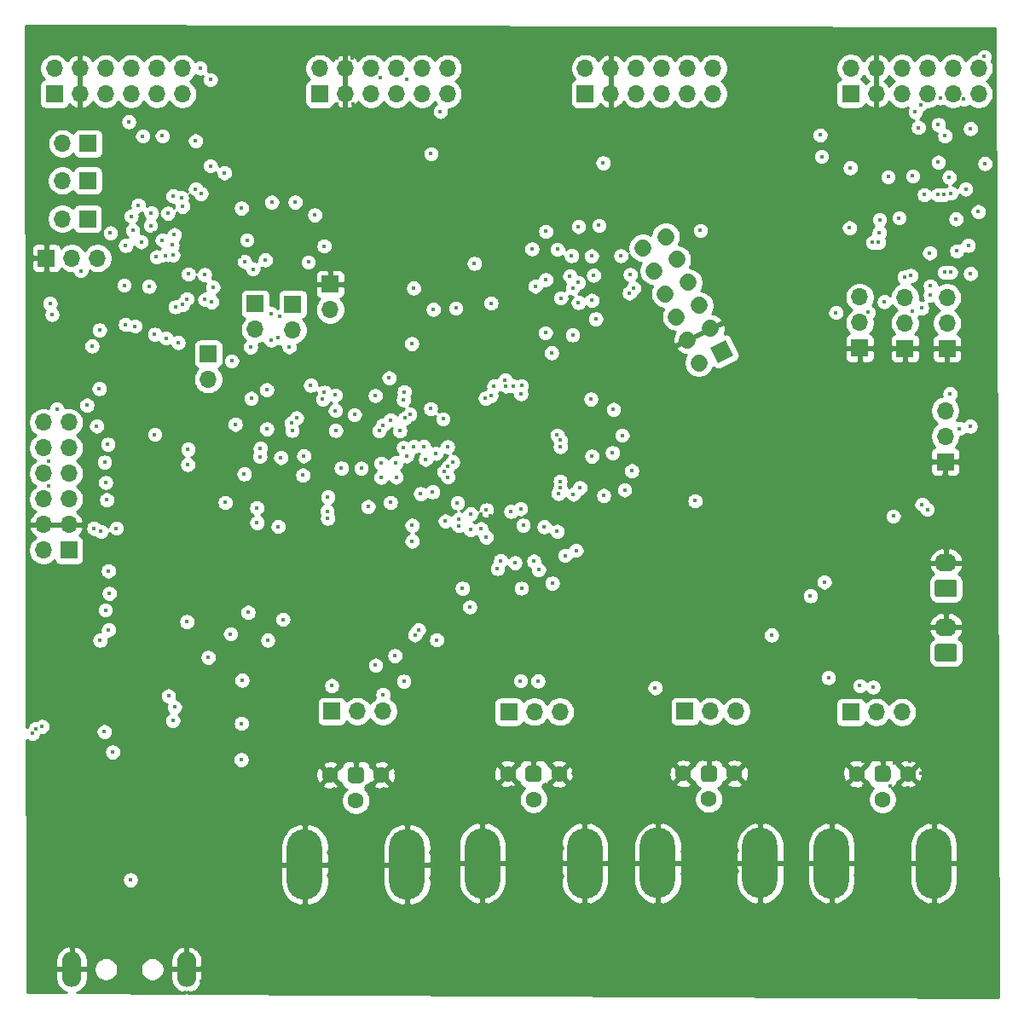
<source format=gbr>
G04 #@! TF.GenerationSoftware,KiCad,Pcbnew,5.1.5+dfsg1-2build2*
G04 #@! TF.CreationDate,2021-11-07T20:55:21-03:00*
G04 #@! TF.ProjectId,board_test,626f6172-645f-4746-9573-742e6b696361,rev?*
G04 #@! TF.SameCoordinates,Original*
G04 #@! TF.FileFunction,Copper,L2,Inr*
G04 #@! TF.FilePolarity,Positive*
%FSLAX46Y46*%
G04 Gerber Fmt 4.6, Leading zero omitted, Abs format (unit mm)*
G04 Created by KiCad (PCBNEW 5.1.5+dfsg1-2build2) date 2021-11-07 20:55:21*
%MOMM*%
%LPD*%
G04 APERTURE LIST*
%ADD10O,1.700000X1.700000*%
%ADD11R,1.700000X1.700000*%
%ADD12C,1.600000*%
%ADD13C,0.100000*%
%ADD14O,3.500000X7.000000*%
%ADD15C,1.700000*%
%ADD16O,1.900000X3.500000*%
%ADD17O,2.200000X1.740000*%
%ADD18C,0.400000*%
%ADD19C,0.800000*%
%ADD20C,0.254000*%
G04 APERTURE END LIST*
D10*
X200160000Y-21090000D03*
X200160000Y-23630000D03*
X197620000Y-21090000D03*
X197620000Y-23630000D03*
X195080000Y-21090000D03*
X195080000Y-23630000D03*
X192540000Y-21090000D03*
X192540000Y-23630000D03*
X190000000Y-21090000D03*
X190000000Y-23630000D03*
X187460000Y-21090000D03*
D11*
X187460000Y-23630000D03*
D12*
X240810000Y-91150000D03*
X243350000Y-93690000D03*
X245890000Y-91150000D03*
G04 #@! TA.AperFunction,ViaPad*
D13*
G36*
X243789207Y-90351926D02*
G01*
X243828036Y-90357686D01*
X243866114Y-90367224D01*
X243903073Y-90380448D01*
X243938559Y-90397231D01*
X243972228Y-90417412D01*
X244003757Y-90440796D01*
X244032843Y-90467157D01*
X244059204Y-90496243D01*
X244082588Y-90527772D01*
X244102769Y-90561441D01*
X244119552Y-90596927D01*
X244132776Y-90633886D01*
X244142314Y-90671964D01*
X244148074Y-90710793D01*
X244150000Y-90750000D01*
X244150000Y-91550000D01*
X244148074Y-91589207D01*
X244142314Y-91628036D01*
X244132776Y-91666114D01*
X244119552Y-91703073D01*
X244102769Y-91738559D01*
X244082588Y-91772228D01*
X244059204Y-91803757D01*
X244032843Y-91832843D01*
X244003757Y-91859204D01*
X243972228Y-91882588D01*
X243938559Y-91902769D01*
X243903073Y-91919552D01*
X243866114Y-91932776D01*
X243828036Y-91942314D01*
X243789207Y-91948074D01*
X243750000Y-91950000D01*
X242950000Y-91950000D01*
X242910793Y-91948074D01*
X242871964Y-91942314D01*
X242833886Y-91932776D01*
X242796927Y-91919552D01*
X242761441Y-91902769D01*
X242727772Y-91882588D01*
X242696243Y-91859204D01*
X242667157Y-91832843D01*
X242640796Y-91803757D01*
X242617412Y-91772228D01*
X242597231Y-91738559D01*
X242580448Y-91703073D01*
X242567224Y-91666114D01*
X242557686Y-91628036D01*
X242551926Y-91589207D01*
X242550000Y-91550000D01*
X242550000Y-90750000D01*
X242551926Y-90710793D01*
X242557686Y-90671964D01*
X242567224Y-90633886D01*
X242580448Y-90596927D01*
X242597231Y-90561441D01*
X242617412Y-90527772D01*
X242640796Y-90496243D01*
X242667157Y-90467157D01*
X242696243Y-90440796D01*
X242727772Y-90417412D01*
X242761441Y-90397231D01*
X242796927Y-90380448D01*
X242833886Y-90367224D01*
X242871964Y-90357686D01*
X242910793Y-90351926D01*
X242950000Y-90350000D01*
X243750000Y-90350000D01*
X243789207Y-90351926D01*
G37*
G04 #@! TD.AperFunction*
D14*
X238270000Y-100040000D03*
X248430000Y-100040000D03*
D12*
X223570000Y-91140000D03*
X226110000Y-93680000D03*
X228650000Y-91140000D03*
G04 #@! TA.AperFunction,ViaPad*
D13*
G36*
X226549207Y-90341926D02*
G01*
X226588036Y-90347686D01*
X226626114Y-90357224D01*
X226663073Y-90370448D01*
X226698559Y-90387231D01*
X226732228Y-90407412D01*
X226763757Y-90430796D01*
X226792843Y-90457157D01*
X226819204Y-90486243D01*
X226842588Y-90517772D01*
X226862769Y-90551441D01*
X226879552Y-90586927D01*
X226892776Y-90623886D01*
X226902314Y-90661964D01*
X226908074Y-90700793D01*
X226910000Y-90740000D01*
X226910000Y-91540000D01*
X226908074Y-91579207D01*
X226902314Y-91618036D01*
X226892776Y-91656114D01*
X226879552Y-91693073D01*
X226862769Y-91728559D01*
X226842588Y-91762228D01*
X226819204Y-91793757D01*
X226792843Y-91822843D01*
X226763757Y-91849204D01*
X226732228Y-91872588D01*
X226698559Y-91892769D01*
X226663073Y-91909552D01*
X226626114Y-91922776D01*
X226588036Y-91932314D01*
X226549207Y-91938074D01*
X226510000Y-91940000D01*
X225710000Y-91940000D01*
X225670793Y-91938074D01*
X225631964Y-91932314D01*
X225593886Y-91922776D01*
X225556927Y-91909552D01*
X225521441Y-91892769D01*
X225487772Y-91872588D01*
X225456243Y-91849204D01*
X225427157Y-91822843D01*
X225400796Y-91793757D01*
X225377412Y-91762228D01*
X225357231Y-91728559D01*
X225340448Y-91693073D01*
X225327224Y-91656114D01*
X225317686Y-91618036D01*
X225311926Y-91579207D01*
X225310000Y-91540000D01*
X225310000Y-90740000D01*
X225311926Y-90700793D01*
X225317686Y-90661964D01*
X225327224Y-90623886D01*
X225340448Y-90586927D01*
X225357231Y-90551441D01*
X225377412Y-90517772D01*
X225400796Y-90486243D01*
X225427157Y-90457157D01*
X225456243Y-90430796D01*
X225487772Y-90407412D01*
X225521441Y-90387231D01*
X225556927Y-90370448D01*
X225593886Y-90357224D01*
X225631964Y-90347686D01*
X225670793Y-90341926D01*
X225710000Y-90340000D01*
X226510000Y-90340000D01*
X226549207Y-90341926D01*
G37*
G04 #@! TD.AperFunction*
D14*
X221030000Y-100030000D03*
X231190000Y-100030000D03*
D15*
X219540000Y-38920000D02*
X219540000Y-38920000D01*
X221822936Y-37806538D02*
X221822936Y-37806538D01*
X220653462Y-41202937D02*
X220653462Y-41202937D01*
X222936399Y-40089474D02*
X222936399Y-40089474D01*
X221766925Y-43485874D02*
X221766925Y-43485874D01*
X224049862Y-42372411D02*
X224049862Y-42372411D01*
X222880388Y-45768811D02*
X222880388Y-45768811D01*
X225163325Y-44655348D02*
X225163325Y-44655348D01*
X223993850Y-48051748D02*
X223993850Y-48051748D01*
X226276787Y-46938285D02*
X226276787Y-46938285D01*
X225107313Y-50334685D02*
X225107313Y-50334685D01*
G04 #@! TA.AperFunction,ViaPad*
D13*
G36*
X227781609Y-48084632D02*
G01*
X228526840Y-49612581D01*
X226998891Y-50357812D01*
X226253660Y-48829863D01*
X227781609Y-48084632D01*
G37*
G04 #@! TD.AperFunction*
D10*
X245570000Y-43840000D03*
X245570000Y-46380000D03*
D11*
X245570000Y-48920000D03*
X162560000Y-68950000D03*
D10*
X160020000Y-68950000D03*
X162560000Y-66410000D03*
X160020000Y-66410000D03*
X162560000Y-63870000D03*
X160020000Y-63870000D03*
X162560000Y-61330000D03*
X160020000Y-61330000D03*
X162560000Y-58790000D03*
X160020000Y-58790000D03*
X162560000Y-56250000D03*
X160020000Y-56250000D03*
X211310000Y-85000000D03*
X208770000Y-85000000D03*
D11*
X206230000Y-85000000D03*
D10*
X193740000Y-84940000D03*
X191200000Y-84940000D03*
D11*
X188660000Y-84940000D03*
D10*
X228810000Y-84950000D03*
X226270000Y-84950000D03*
D11*
X223730000Y-84950000D03*
D10*
X245270000Y-85030000D03*
X242730000Y-85030000D03*
D11*
X240190000Y-85030000D03*
D10*
X241070000Y-43810000D03*
X241070000Y-46350000D03*
D11*
X241070000Y-48890000D03*
D10*
X165390000Y-39940000D03*
X162850000Y-39940000D03*
D11*
X160310000Y-39940000D03*
D10*
X188490000Y-45060000D03*
D11*
X188490000Y-42520000D03*
D10*
X184790000Y-47050000D03*
D11*
X184790000Y-44510000D03*
D10*
X176380000Y-51980000D03*
D11*
X176380000Y-49440000D03*
D10*
X181060000Y-47030000D03*
D11*
X181060000Y-44490000D03*
D10*
X161890000Y-32240000D03*
D11*
X164430000Y-32240000D03*
D10*
X161910000Y-28560000D03*
D11*
X164450000Y-28560000D03*
D10*
X161880000Y-36030000D03*
D11*
X164420000Y-36030000D03*
D10*
X249570000Y-55090000D03*
X249570000Y-57630000D03*
D11*
X249570000Y-60170000D03*
D10*
X249760000Y-43850000D03*
X249760000Y-46390000D03*
D11*
X249760000Y-48930000D03*
D12*
X206150000Y-91150000D03*
X208690000Y-93690000D03*
X211230000Y-91150000D03*
G04 #@! TA.AperFunction,ViaPad*
D13*
G36*
X209129207Y-90351926D02*
G01*
X209168036Y-90357686D01*
X209206114Y-90367224D01*
X209243073Y-90380448D01*
X209278559Y-90397231D01*
X209312228Y-90417412D01*
X209343757Y-90440796D01*
X209372843Y-90467157D01*
X209399204Y-90496243D01*
X209422588Y-90527772D01*
X209442769Y-90561441D01*
X209459552Y-90596927D01*
X209472776Y-90633886D01*
X209482314Y-90671964D01*
X209488074Y-90710793D01*
X209490000Y-90750000D01*
X209490000Y-91550000D01*
X209488074Y-91589207D01*
X209482314Y-91628036D01*
X209472776Y-91666114D01*
X209459552Y-91703073D01*
X209442769Y-91738559D01*
X209422588Y-91772228D01*
X209399204Y-91803757D01*
X209372843Y-91832843D01*
X209343757Y-91859204D01*
X209312228Y-91882588D01*
X209278559Y-91902769D01*
X209243073Y-91919552D01*
X209206114Y-91932776D01*
X209168036Y-91942314D01*
X209129207Y-91948074D01*
X209090000Y-91950000D01*
X208290000Y-91950000D01*
X208250793Y-91948074D01*
X208211964Y-91942314D01*
X208173886Y-91932776D01*
X208136927Y-91919552D01*
X208101441Y-91902769D01*
X208067772Y-91882588D01*
X208036243Y-91859204D01*
X208007157Y-91832843D01*
X207980796Y-91803757D01*
X207957412Y-91772228D01*
X207937231Y-91738559D01*
X207920448Y-91703073D01*
X207907224Y-91666114D01*
X207897686Y-91628036D01*
X207891926Y-91589207D01*
X207890000Y-91550000D01*
X207890000Y-90750000D01*
X207891926Y-90710793D01*
X207897686Y-90671964D01*
X207907224Y-90633886D01*
X207920448Y-90596927D01*
X207937231Y-90561441D01*
X207957412Y-90527772D01*
X207980796Y-90496243D01*
X208007157Y-90467157D01*
X208036243Y-90440796D01*
X208067772Y-90417412D01*
X208101441Y-90397231D01*
X208136927Y-90380448D01*
X208173886Y-90367224D01*
X208211964Y-90357686D01*
X208250793Y-90351926D01*
X208290000Y-90350000D01*
X209090000Y-90350000D01*
X209129207Y-90351926D01*
G37*
G04 #@! TD.AperFunction*
D14*
X203610000Y-100040000D03*
X213770000Y-100040000D03*
D12*
X188510000Y-91280000D03*
X191050000Y-93820000D03*
X193590000Y-91280000D03*
G04 #@! TA.AperFunction,ViaPad*
D13*
G36*
X191489207Y-90481926D02*
G01*
X191528036Y-90487686D01*
X191566114Y-90497224D01*
X191603073Y-90510448D01*
X191638559Y-90527231D01*
X191672228Y-90547412D01*
X191703757Y-90570796D01*
X191732843Y-90597157D01*
X191759204Y-90626243D01*
X191782588Y-90657772D01*
X191802769Y-90691441D01*
X191819552Y-90726927D01*
X191832776Y-90763886D01*
X191842314Y-90801964D01*
X191848074Y-90840793D01*
X191850000Y-90880000D01*
X191850000Y-91680000D01*
X191848074Y-91719207D01*
X191842314Y-91758036D01*
X191832776Y-91796114D01*
X191819552Y-91833073D01*
X191802769Y-91868559D01*
X191782588Y-91902228D01*
X191759204Y-91933757D01*
X191732843Y-91962843D01*
X191703757Y-91989204D01*
X191672228Y-92012588D01*
X191638559Y-92032769D01*
X191603073Y-92049552D01*
X191566114Y-92062776D01*
X191528036Y-92072314D01*
X191489207Y-92078074D01*
X191450000Y-92080000D01*
X190650000Y-92080000D01*
X190610793Y-92078074D01*
X190571964Y-92072314D01*
X190533886Y-92062776D01*
X190496927Y-92049552D01*
X190461441Y-92032769D01*
X190427772Y-92012588D01*
X190396243Y-91989204D01*
X190367157Y-91962843D01*
X190340796Y-91933757D01*
X190317412Y-91902228D01*
X190297231Y-91868559D01*
X190280448Y-91833073D01*
X190267224Y-91796114D01*
X190257686Y-91758036D01*
X190251926Y-91719207D01*
X190250000Y-91680000D01*
X190250000Y-90880000D01*
X190251926Y-90840793D01*
X190257686Y-90801964D01*
X190267224Y-90763886D01*
X190280448Y-90726927D01*
X190297231Y-90691441D01*
X190317412Y-90657772D01*
X190340796Y-90626243D01*
X190367157Y-90597157D01*
X190396243Y-90570796D01*
X190427772Y-90547412D01*
X190461441Y-90527231D01*
X190496927Y-90510448D01*
X190533886Y-90497224D01*
X190571964Y-90487686D01*
X190610793Y-90481926D01*
X190650000Y-90480000D01*
X191450000Y-90480000D01*
X191489207Y-90481926D01*
G37*
G04 #@! TD.AperFunction*
D14*
X185970000Y-100170000D03*
X196130000Y-100170000D03*
D10*
X173810000Y-21100000D03*
X173810000Y-23640000D03*
X171270000Y-21100000D03*
X171270000Y-23640000D03*
X168730000Y-21100000D03*
X168730000Y-23640000D03*
X166190000Y-21100000D03*
X166190000Y-23640000D03*
X163650000Y-21100000D03*
X163650000Y-23640000D03*
X161110000Y-21100000D03*
D11*
X161110000Y-23640000D03*
D10*
X226530000Y-21090000D03*
X226530000Y-23630000D03*
X223990000Y-21090000D03*
X223990000Y-23630000D03*
X221450000Y-21090000D03*
X221450000Y-23630000D03*
X218910000Y-21090000D03*
X218910000Y-23630000D03*
X216370000Y-21090000D03*
X216370000Y-23630000D03*
X213830000Y-21090000D03*
D11*
X213830000Y-23630000D03*
D10*
X252890000Y-21080000D03*
X252890000Y-23620000D03*
X250350000Y-21080000D03*
X250350000Y-23620000D03*
X247810000Y-21080000D03*
X247810000Y-23620000D03*
X245270000Y-21080000D03*
X245270000Y-23620000D03*
X242730000Y-21080000D03*
X242730000Y-23620000D03*
X240190000Y-21080000D03*
D11*
X240190000Y-23620000D03*
D16*
X174230000Y-110570000D03*
X162830000Y-110570000D03*
G04 #@! TA.AperFunction,ViaPad*
D13*
G36*
X250524505Y-78261204D02*
G01*
X250548773Y-78264804D01*
X250572572Y-78270765D01*
X250595671Y-78279030D01*
X250617850Y-78289520D01*
X250638893Y-78302132D01*
X250658599Y-78316747D01*
X250676777Y-78333223D01*
X250693253Y-78351401D01*
X250707868Y-78371107D01*
X250720480Y-78392150D01*
X250730970Y-78414329D01*
X250739235Y-78437428D01*
X250745196Y-78461227D01*
X250748796Y-78485495D01*
X250750000Y-78509999D01*
X250750000Y-79750001D01*
X250748796Y-79774505D01*
X250745196Y-79798773D01*
X250739235Y-79822572D01*
X250730970Y-79845671D01*
X250720480Y-79867850D01*
X250707868Y-79888893D01*
X250693253Y-79908599D01*
X250676777Y-79926777D01*
X250658599Y-79943253D01*
X250638893Y-79957868D01*
X250617850Y-79970480D01*
X250595671Y-79980970D01*
X250572572Y-79989235D01*
X250548773Y-79995196D01*
X250524505Y-79998796D01*
X250500001Y-80000000D01*
X248799999Y-80000000D01*
X248775495Y-79998796D01*
X248751227Y-79995196D01*
X248727428Y-79989235D01*
X248704329Y-79980970D01*
X248682150Y-79970480D01*
X248661107Y-79957868D01*
X248641401Y-79943253D01*
X248623223Y-79926777D01*
X248606747Y-79908599D01*
X248592132Y-79888893D01*
X248579520Y-79867850D01*
X248569030Y-79845671D01*
X248560765Y-79822572D01*
X248554804Y-79798773D01*
X248551204Y-79774505D01*
X248550000Y-79750001D01*
X248550000Y-78509999D01*
X248551204Y-78485495D01*
X248554804Y-78461227D01*
X248560765Y-78437428D01*
X248569030Y-78414329D01*
X248579520Y-78392150D01*
X248592132Y-78371107D01*
X248606747Y-78351401D01*
X248623223Y-78333223D01*
X248641401Y-78316747D01*
X248661107Y-78302132D01*
X248682150Y-78289520D01*
X248704329Y-78279030D01*
X248727428Y-78270765D01*
X248751227Y-78264804D01*
X248775495Y-78261204D01*
X248799999Y-78260000D01*
X250500001Y-78260000D01*
X250524505Y-78261204D01*
G37*
G04 #@! TD.AperFunction*
D17*
X249650000Y-76590000D03*
X249650000Y-70190000D03*
G04 #@! TA.AperFunction,ViaPad*
D13*
G36*
X250524505Y-71861204D02*
G01*
X250548773Y-71864804D01*
X250572572Y-71870765D01*
X250595671Y-71879030D01*
X250617850Y-71889520D01*
X250638893Y-71902132D01*
X250658599Y-71916747D01*
X250676777Y-71933223D01*
X250693253Y-71951401D01*
X250707868Y-71971107D01*
X250720480Y-71992150D01*
X250730970Y-72014329D01*
X250739235Y-72037428D01*
X250745196Y-72061227D01*
X250748796Y-72085495D01*
X250750000Y-72109999D01*
X250750000Y-73350001D01*
X250748796Y-73374505D01*
X250745196Y-73398773D01*
X250739235Y-73422572D01*
X250730970Y-73445671D01*
X250720480Y-73467850D01*
X250707868Y-73488893D01*
X250693253Y-73508599D01*
X250676777Y-73526777D01*
X250658599Y-73543253D01*
X250638893Y-73557868D01*
X250617850Y-73570480D01*
X250595671Y-73580970D01*
X250572572Y-73589235D01*
X250548773Y-73595196D01*
X250524505Y-73598796D01*
X250500001Y-73600000D01*
X248799999Y-73600000D01*
X248775495Y-73598796D01*
X248751227Y-73595196D01*
X248727428Y-73589235D01*
X248704329Y-73580970D01*
X248682150Y-73570480D01*
X248661107Y-73557868D01*
X248641401Y-73543253D01*
X248623223Y-73526777D01*
X248606747Y-73508599D01*
X248592132Y-73488893D01*
X248579520Y-73467850D01*
X248569030Y-73445671D01*
X248560765Y-73422572D01*
X248554804Y-73398773D01*
X248551204Y-73374505D01*
X248550000Y-73350001D01*
X248550000Y-72109999D01*
X248551204Y-72085495D01*
X248554804Y-72061227D01*
X248560765Y-72037428D01*
X248569030Y-72014329D01*
X248579520Y-71992150D01*
X248592132Y-71971107D01*
X248606747Y-71951401D01*
X248623223Y-71933223D01*
X248641401Y-71916747D01*
X248661107Y-71902132D01*
X248682150Y-71889520D01*
X248704329Y-71879030D01*
X248727428Y-71870765D01*
X248751227Y-71864804D01*
X248775495Y-71861204D01*
X248799999Y-71860000D01*
X250500001Y-71860000D01*
X250524505Y-71861204D01*
G37*
G04 #@! TD.AperFunction*
D18*
X197270000Y-76860000D03*
X237980000Y-81610000D03*
X241090000Y-82420000D03*
X242410000Y-82550000D03*
X164340000Y-54550000D03*
X161360000Y-54910000D03*
X194923092Y-79433092D03*
X220760000Y-82620000D03*
X160560000Y-60130000D03*
X166420000Y-58430000D03*
X160580000Y-62580000D03*
X166200000Y-62230000D03*
X193740000Y-83290000D03*
X188650000Y-82410000D03*
X182300000Y-77890000D03*
X199070000Y-77860000D03*
X207400000Y-81920000D03*
X209133600Y-81950000D03*
X165730000Y-67090000D03*
X166570000Y-73250000D03*
X165040000Y-66780000D03*
X166490000Y-76850000D03*
X211036446Y-67086446D03*
X212920000Y-68970000D03*
X202440000Y-65350000D03*
X202350000Y-74590000D03*
X201623092Y-72733092D03*
X202440000Y-66920000D03*
X201260000Y-66510000D03*
X168670000Y-101700000D03*
X173050000Y-84530000D03*
X189600000Y-60800000D03*
X191580000Y-60805000D03*
X183330000Y-66595000D03*
X179960000Y-61375000D03*
X190910000Y-55495000D03*
X194500000Y-56020000D03*
X179080000Y-56450000D03*
X172880000Y-85880000D03*
X180839540Y-41021279D03*
X176052291Y-44055010D03*
X174260000Y-43990000D03*
X173120000Y-44790000D03*
X187900000Y-38740000D03*
X182699998Y-34390000D03*
X169880000Y-27820000D03*
X171830000Y-27810000D03*
X168500000Y-26410000D03*
X185020000Y-34390000D03*
X186970000Y-35650000D03*
X180660000Y-53875000D03*
X173824936Y-44554106D03*
X168190000Y-38690000D03*
X171250000Y-39820000D03*
X172100000Y-39690000D03*
X172800000Y-38650000D03*
X168742696Y-35772696D03*
X171820000Y-38150000D03*
X169730000Y-38324999D03*
X165600000Y-47080000D03*
X164850000Y-48670000D03*
X168160000Y-46530000D03*
X168040000Y-42630000D03*
X174420000Y-41520000D03*
X171080000Y-47500000D03*
X173410000Y-48340000D03*
X172200000Y-47880000D03*
X169110000Y-46700000D03*
X170505000Y-42750000D03*
X205950000Y-52640000D03*
X209750000Y-66630000D03*
X205427501Y-70000000D03*
X203990000Y-67660000D03*
X207664990Y-66470000D03*
X224730000Y-64050000D03*
X204460000Y-53610000D03*
X205860000Y-52030000D03*
X203460000Y-66830000D03*
X205110000Y-70770000D03*
X207490000Y-72730000D03*
X210560000Y-72230000D03*
X211820000Y-69470000D03*
X201284065Y-65850569D03*
X204760000Y-52630000D03*
X212650910Y-63390910D03*
X209199090Y-70889090D03*
X200660000Y-60180000D03*
X196630000Y-66480000D03*
X213290910Y-62750910D03*
X218440000Y-61070000D03*
X195020000Y-60270000D03*
X198990000Y-59339251D03*
X199710000Y-55920000D03*
X195420000Y-57100000D03*
X196800000Y-58655000D03*
X215660000Y-63530000D03*
X217740000Y-62970000D03*
X200150000Y-58680000D03*
X197480000Y-63340000D03*
X214390000Y-53940000D03*
X216622500Y-54970000D03*
X171080000Y-57450000D03*
X244419999Y-65570001D03*
X245520000Y-41830000D03*
X243530000Y-44270000D03*
X196905153Y-77360000D03*
X232330000Y-77370000D03*
X236190000Y-73480000D03*
X237570000Y-72110000D03*
X246160000Y-41670000D03*
X247230000Y-44910000D03*
X183810000Y-75820000D03*
X247269999Y-64400001D03*
X247800000Y-64900000D03*
X180350000Y-75120000D03*
X240070000Y-36940000D03*
X225260000Y-37200000D03*
X249500000Y-41350000D03*
X241920000Y-45330000D03*
X246350000Y-45190000D03*
X250100000Y-41350000D03*
X250710000Y-39240000D03*
X249470000Y-33650000D03*
X249960000Y-31910000D03*
X248850000Y-33650000D03*
X248890000Y-30420000D03*
X249070000Y-24020000D03*
X248890000Y-26680000D03*
X246339999Y-31783151D03*
X252080000Y-27090000D03*
X249530000Y-27790000D03*
X253442001Y-19929999D03*
X247494870Y-33645130D03*
X246600000Y-25430000D03*
X246910000Y-26970000D03*
X251420000Y-24150000D03*
X250640000Y-36060000D03*
X252850000Y-35330000D03*
X253510000Y-30550000D03*
X243900000Y-31870000D03*
X247120000Y-24700000D03*
X244990000Y-35950000D03*
X240140000Y-30980000D03*
X237150000Y-27720000D03*
X237299989Y-29849989D03*
X243050000Y-36120000D03*
X243010000Y-37420000D03*
X248030000Y-39430000D03*
X252080000Y-41480000D03*
X252050010Y-56640000D03*
X250990000Y-56860000D03*
X177990000Y-31470000D03*
X214478555Y-44141445D03*
X200980000Y-44910000D03*
X196780000Y-42910000D03*
X198740000Y-45040000D03*
X165560000Y-52910000D03*
X165310000Y-56620000D03*
X166090000Y-60200000D03*
X166310000Y-63950000D03*
X167270000Y-66770000D03*
X166480000Y-71010000D03*
X166180000Y-74890000D03*
X165640000Y-77890000D03*
X242360000Y-38379999D03*
X242950000Y-38379999D03*
X251610000Y-33090000D03*
X179680000Y-34980000D03*
X193450000Y-21979999D03*
X198510000Y-29580000D03*
X199440000Y-25380000D03*
X196120000Y-22160000D03*
X212576446Y-47576446D03*
X213140000Y-44360000D03*
X213150000Y-42370000D03*
X213150000Y-36800000D03*
X214870000Y-45980000D03*
X207440000Y-53420000D03*
X210490000Y-49350000D03*
X207490000Y-52610000D03*
X209910000Y-42080000D03*
X209880000Y-47360000D03*
X206666446Y-52626446D03*
X209910000Y-37290000D03*
X215190000Y-36700000D03*
X215600000Y-30490000D03*
X175670000Y-33530000D03*
X176610000Y-22220000D03*
X175580000Y-21080000D03*
X176610000Y-30780000D03*
X175130000Y-33070000D03*
X175130000Y-28300000D03*
X173728554Y-33911446D03*
X172390000Y-35490000D03*
X170730000Y-35470000D03*
X169440000Y-34690000D03*
X180230000Y-38150000D03*
X173840000Y-34800000D03*
X172890000Y-33780000D03*
X184720000Y-57060000D03*
X218210000Y-43410000D03*
X211400000Y-43910000D03*
X212570000Y-42910000D03*
X218629999Y-42909999D03*
X184660000Y-56300000D03*
X185160000Y-55810000D03*
X204470000Y-44410000D03*
X208870000Y-42730000D03*
X212300000Y-41710000D03*
X214660000Y-41650000D03*
X218290000Y-41570000D03*
X202820000Y-40470000D03*
X208530000Y-39030000D03*
X211060000Y-39070000D03*
X212460000Y-39700000D03*
X214450000Y-39730000D03*
X217370000Y-39710000D03*
X182630000Y-48080000D03*
X182610000Y-45450000D03*
X184420000Y-48740000D03*
X180590000Y-48780000D03*
X178721861Y-50158139D03*
X183320000Y-47870000D03*
X183490000Y-45730000D03*
X186330000Y-40340000D03*
X163740000Y-41200000D03*
X182200000Y-53020000D03*
X182210000Y-56910000D03*
X185870000Y-59580000D03*
X196100000Y-59580000D03*
X200200000Y-60660000D03*
X197971445Y-59920000D03*
X211159102Y-63327081D03*
X198660000Y-63155000D03*
X197780000Y-58655000D03*
X193740000Y-56520000D03*
X187750000Y-53960000D03*
X211350001Y-58658558D03*
X195850000Y-53230000D03*
X187920000Y-53260000D03*
X189050000Y-57060000D03*
X193360000Y-57090000D03*
X214479999Y-59616523D03*
X216525000Y-59280000D03*
X195770000Y-58760000D03*
X185780000Y-61490000D03*
X199937500Y-66070000D03*
X201130000Y-64250000D03*
X196600000Y-48440000D03*
X204015844Y-64941461D03*
X207410728Y-64829856D03*
X179750000Y-81860000D03*
X206850000Y-70200000D03*
X208714990Y-70040000D03*
X206450000Y-65100000D03*
X217500000Y-57540000D03*
X203911711Y-53853684D03*
X194350000Y-51840000D03*
X196630000Y-68055000D03*
X211340000Y-62105000D03*
X181210000Y-64747500D03*
X211340000Y-62755000D03*
X181230000Y-66220000D03*
X174380000Y-58917500D03*
X211042388Y-57520000D03*
X174350000Y-60452500D03*
X211350001Y-58035146D03*
X189010000Y-55080000D03*
X195928556Y-55821137D03*
X189000000Y-53547500D03*
X196400000Y-55450000D03*
X200180000Y-61680000D03*
X193550000Y-61705000D03*
X193550000Y-60317500D03*
X199821643Y-61160000D03*
X172880000Y-39650000D03*
X176030000Y-41590000D03*
X176860000Y-42820000D03*
X176720000Y-44290000D03*
X166070000Y-86980000D03*
X166900000Y-89000000D03*
X176390000Y-79590000D03*
X186560000Y-52575000D03*
X172440000Y-83420000D03*
X176630000Y-34030000D03*
X178540000Y-40370000D03*
X179020000Y-42230000D03*
X185340000Y-39150000D03*
X169850000Y-46160000D03*
X172060000Y-46150000D03*
X249750000Y-50680000D03*
X247520000Y-41690000D03*
X208010000Y-44810000D03*
X209150000Y-45790000D03*
X206960000Y-45790000D03*
X189140000Y-20070000D03*
X190690000Y-20040000D03*
X189140000Y-24610000D03*
X190750000Y-24610000D03*
X189970000Y-24610000D03*
X162020000Y-84610000D03*
X167400000Y-83450000D03*
X168060000Y-89300000D03*
X176170000Y-86090000D03*
X169990000Y-103270000D03*
X170440000Y-104110000D03*
X170340000Y-105200000D03*
X167510000Y-99240000D03*
X169570000Y-97180000D03*
X169410000Y-93940000D03*
X163800000Y-79980000D03*
X175140000Y-88300000D03*
X246020000Y-89910000D03*
X247130000Y-91100000D03*
X245900000Y-92560000D03*
X243520000Y-89850000D03*
X244140000Y-92340000D03*
X244510000Y-90090000D03*
X241420000Y-89950000D03*
X241460000Y-92380000D03*
X239300000Y-91180000D03*
D19*
X228670000Y-98790000D03*
X228680000Y-100810000D03*
X223810000Y-99940000D03*
X223720000Y-98860000D03*
X223730000Y-101100000D03*
X212890000Y-91090000D03*
X212490000Y-90100000D03*
X212470000Y-92270000D03*
X209190000Y-89490000D03*
X209870000Y-92480000D03*
X206520000Y-89550000D03*
X206540000Y-92730000D03*
X206560000Y-99260000D03*
X206380000Y-101080000D03*
X201000000Y-100030000D03*
X211350000Y-100000000D03*
X211370000Y-98590000D03*
X211370000Y-101320000D03*
X198730000Y-100140000D03*
X198700000Y-98950000D03*
X198710000Y-101490000D03*
X193490000Y-100150000D03*
X188590000Y-100180000D03*
X188570000Y-99010000D03*
X188570000Y-101290000D03*
X194820000Y-92360000D03*
X193780000Y-92900000D03*
X195240000Y-91090000D03*
X191310000Y-89620000D03*
X192280000Y-92580000D03*
X188920000Y-92900000D03*
X187630000Y-89910000D03*
D18*
X184110000Y-40040000D03*
X185050000Y-41560000D03*
X183150000Y-40510000D03*
X168075000Y-90505000D03*
X165540000Y-90480000D03*
X162120000Y-93200000D03*
X160990000Y-94100000D03*
X159050000Y-93140000D03*
X161180000Y-84200000D03*
X160930000Y-110400000D03*
X160930000Y-111280000D03*
X160920000Y-109650000D03*
X164360000Y-110570000D03*
X174250000Y-108170000D03*
X175180000Y-108520000D03*
X175780000Y-110380000D03*
X175730000Y-111790000D03*
X211050000Y-44880000D03*
X208310000Y-48980000D03*
X179210000Y-41550000D03*
X163360000Y-107340000D03*
X163540000Y-106490000D03*
X173960000Y-82460000D03*
X174660000Y-82720000D03*
X162120000Y-83410000D03*
X172040000Y-78860000D03*
X202650000Y-53750000D03*
X203050000Y-53240000D03*
X204020000Y-69250000D03*
X201250000Y-70600000D03*
X190430000Y-67630000D03*
X189610000Y-66560000D03*
X193460000Y-68250000D03*
X194610000Y-69490000D03*
X197140000Y-69660000D03*
X198330000Y-70840000D03*
X197900000Y-50630000D03*
X199680000Y-51800000D03*
X198720000Y-46340000D03*
X197850000Y-46600000D03*
X195620000Y-46220000D03*
X192200000Y-57070000D03*
X190970000Y-60080000D03*
X177200000Y-30060000D03*
X190630000Y-38710000D03*
X186280000Y-68200000D03*
X177900000Y-62850000D03*
X178800000Y-55380000D03*
X175080000Y-83940000D03*
X200020000Y-44910000D03*
X194650000Y-46110000D03*
X219630000Y-54990000D03*
X219700000Y-53420000D03*
X221910000Y-55580000D03*
X223160000Y-56710000D03*
X216810000Y-65070000D03*
X163300000Y-49570000D03*
X166960000Y-42280000D03*
X172860000Y-41800000D03*
X171066531Y-37392623D03*
X179480000Y-39830000D03*
X252760000Y-32130000D03*
X211370000Y-66086445D03*
X203440000Y-65340000D03*
X204440000Y-65530000D03*
X207108555Y-65888555D03*
X204710000Y-72970000D03*
X203455910Y-72455910D03*
X206820000Y-71910000D03*
X173380000Y-52280000D03*
X169210000Y-51290000D03*
X171120000Y-53700000D03*
X170480000Y-54030000D03*
X169290000Y-58720000D03*
X169290000Y-63990000D03*
X170330000Y-61250000D03*
X169410000Y-65840000D03*
X170700000Y-68950000D03*
X169290000Y-71450000D03*
X169350000Y-73360000D03*
X170740000Y-76330000D03*
X239640000Y-49260000D03*
X245570000Y-50490000D03*
X249450000Y-61560000D03*
X243970000Y-22220000D03*
X241610000Y-22190000D03*
X215520000Y-60820000D03*
D19*
X245670000Y-100080000D03*
X245820000Y-98920000D03*
X245830000Y-101250000D03*
X240960000Y-100030000D03*
X240940000Y-98740000D03*
X240870000Y-101300000D03*
D18*
X170380000Y-41250000D03*
X172200000Y-40480000D03*
X184150000Y-50810000D03*
X190260000Y-42450000D03*
X170360000Y-39519999D03*
X195050000Y-61700000D03*
X198470000Y-54900000D03*
X178600000Y-77260000D03*
X166670000Y-37440000D03*
X159880000Y-86460000D03*
X158920000Y-87150000D03*
X159280000Y-86660000D03*
X182050000Y-40120000D03*
X179990000Y-40280000D03*
X248090000Y-43610000D03*
X173020000Y-37620000D03*
X170660000Y-36710000D03*
X168890000Y-37200000D03*
X188190000Y-65070000D03*
X188250000Y-65780000D03*
X188264234Y-63665766D03*
X192977500Y-53593750D03*
X174270000Y-76050000D03*
X181560000Y-58810000D03*
X181520000Y-59650000D03*
X178077303Y-64212697D03*
X160880000Y-45550000D03*
X160680000Y-44440000D03*
X248090000Y-42710000D03*
X238710000Y-45350000D03*
X250040000Y-53420000D03*
X179680000Y-86150000D03*
X179660000Y-89750000D03*
X179660000Y-89750000D03*
X193000000Y-80370000D03*
X195810000Y-81960000D03*
X195770000Y-54000000D03*
X183590000Y-59750000D03*
X194490000Y-64210000D03*
X192270000Y-64630000D03*
X251860000Y-38680000D03*
X250140000Y-33490000D03*
D20*
G36*
X254535916Y-17061748D02*
G01*
X254852580Y-113362323D01*
X174357002Y-112935689D01*
X174357002Y-112790585D01*
X174602588Y-112910586D01*
X174719221Y-112882949D01*
X175004983Y-112758436D01*
X175260962Y-112580566D01*
X175477322Y-112356175D01*
X175645748Y-112093886D01*
X175759768Y-111803778D01*
X175815000Y-111497000D01*
X175815000Y-110697000D01*
X174357000Y-110697000D01*
X174357000Y-110717000D01*
X174103000Y-110717000D01*
X174103000Y-110697000D01*
X172645000Y-110697000D01*
X172645000Y-111497000D01*
X172700232Y-111803778D01*
X172814252Y-112093886D01*
X172982678Y-112356175D01*
X173199038Y-112580566D01*
X173455017Y-112758436D01*
X173740779Y-112882949D01*
X173857412Y-112910586D01*
X174102998Y-112790585D01*
X174102998Y-112934343D01*
X163332285Y-112877257D01*
X163604983Y-112758436D01*
X163860962Y-112580566D01*
X164077322Y-112356175D01*
X164245748Y-112093886D01*
X164359768Y-111803778D01*
X164415000Y-111497000D01*
X164415000Y-110697000D01*
X162957000Y-110697000D01*
X162957000Y-110717000D01*
X162703000Y-110717000D01*
X162703000Y-110697000D01*
X161245000Y-110697000D01*
X161245000Y-111497000D01*
X161300232Y-111803778D01*
X161414252Y-112093886D01*
X161582678Y-112356175D01*
X161799038Y-112580566D01*
X162055017Y-112758436D01*
X162315345Y-112871867D01*
X158410557Y-112851171D01*
X158406882Y-110453288D01*
X165045000Y-110453288D01*
X165045000Y-110686712D01*
X165090539Y-110915652D01*
X165179866Y-111131308D01*
X165309550Y-111325394D01*
X165474606Y-111490450D01*
X165668692Y-111620134D01*
X165884348Y-111709461D01*
X166113288Y-111755000D01*
X166346712Y-111755000D01*
X166575652Y-111709461D01*
X166791308Y-111620134D01*
X166985394Y-111490450D01*
X167150450Y-111325394D01*
X167280134Y-111131308D01*
X167369461Y-110915652D01*
X167415000Y-110686712D01*
X167415000Y-110453288D01*
X169645000Y-110453288D01*
X169645000Y-110686712D01*
X169690539Y-110915652D01*
X169779866Y-111131308D01*
X169909550Y-111325394D01*
X170074606Y-111490450D01*
X170268692Y-111620134D01*
X170484348Y-111709461D01*
X170713288Y-111755000D01*
X170946712Y-111755000D01*
X171175652Y-111709461D01*
X171391308Y-111620134D01*
X171585394Y-111490450D01*
X171750450Y-111325394D01*
X171880134Y-111131308D01*
X171969461Y-110915652D01*
X172015000Y-110686712D01*
X172015000Y-110453288D01*
X171969461Y-110224348D01*
X171880134Y-110008692D01*
X171750450Y-109814606D01*
X171585394Y-109649550D01*
X171575592Y-109643000D01*
X172645000Y-109643000D01*
X172645000Y-110443000D01*
X174103000Y-110443000D01*
X174103000Y-108349416D01*
X174357000Y-108349416D01*
X174357000Y-110443000D01*
X175815000Y-110443000D01*
X175815000Y-109643000D01*
X175759768Y-109336222D01*
X175645748Y-109046114D01*
X175477322Y-108783825D01*
X175260962Y-108559434D01*
X175004983Y-108381564D01*
X174719221Y-108257051D01*
X174602588Y-108229414D01*
X174357000Y-108349416D01*
X174103000Y-108349416D01*
X173857412Y-108229414D01*
X173740779Y-108257051D01*
X173455017Y-108381564D01*
X173199038Y-108559434D01*
X172982678Y-108783825D01*
X172814252Y-109046114D01*
X172700232Y-109336222D01*
X172645000Y-109643000D01*
X171575592Y-109643000D01*
X171391308Y-109519866D01*
X171175652Y-109430539D01*
X170946712Y-109385000D01*
X170713288Y-109385000D01*
X170484348Y-109430539D01*
X170268692Y-109519866D01*
X170074606Y-109649550D01*
X169909550Y-109814606D01*
X169779866Y-110008692D01*
X169690539Y-110224348D01*
X169645000Y-110453288D01*
X167415000Y-110453288D01*
X167369461Y-110224348D01*
X167280134Y-110008692D01*
X167150450Y-109814606D01*
X166985394Y-109649550D01*
X166791308Y-109519866D01*
X166575652Y-109430539D01*
X166346712Y-109385000D01*
X166113288Y-109385000D01*
X165884348Y-109430539D01*
X165668692Y-109519866D01*
X165474606Y-109649550D01*
X165309550Y-109814606D01*
X165179866Y-110008692D01*
X165090539Y-110224348D01*
X165045000Y-110453288D01*
X158406882Y-110453288D01*
X158405640Y-109643000D01*
X161245000Y-109643000D01*
X161245000Y-110443000D01*
X162703000Y-110443000D01*
X162703000Y-108349416D01*
X162957000Y-108349416D01*
X162957000Y-110443000D01*
X164415000Y-110443000D01*
X164415000Y-109643000D01*
X164359768Y-109336222D01*
X164245748Y-109046114D01*
X164077322Y-108783825D01*
X163860962Y-108559434D01*
X163604983Y-108381564D01*
X163319221Y-108257051D01*
X163202588Y-108229414D01*
X162957000Y-108349416D01*
X162703000Y-108349416D01*
X162457412Y-108229414D01*
X162340779Y-108257051D01*
X162055017Y-108381564D01*
X161799038Y-108559434D01*
X161582678Y-108783825D01*
X161414252Y-109046114D01*
X161300232Y-109336222D01*
X161245000Y-109643000D01*
X158405640Y-109643000D01*
X158393340Y-101617760D01*
X167835000Y-101617760D01*
X167835000Y-101782240D01*
X167867089Y-101943560D01*
X167930033Y-102095521D01*
X168021413Y-102232281D01*
X168137719Y-102348587D01*
X168274479Y-102439967D01*
X168426440Y-102502911D01*
X168587760Y-102535000D01*
X168752240Y-102535000D01*
X168913560Y-102502911D01*
X169065521Y-102439967D01*
X169202281Y-102348587D01*
X169318587Y-102232281D01*
X169409967Y-102095521D01*
X169472911Y-101943560D01*
X169505000Y-101782240D01*
X169505000Y-101617760D01*
X169472911Y-101456440D01*
X169409967Y-101304479D01*
X169318587Y-101167719D01*
X169202281Y-101051413D01*
X169065521Y-100960033D01*
X168913560Y-100897089D01*
X168752240Y-100865000D01*
X168587760Y-100865000D01*
X168426440Y-100897089D01*
X168274479Y-100960033D01*
X168137719Y-101051413D01*
X168021413Y-101167719D01*
X167930033Y-101304479D01*
X167867089Y-101456440D01*
X167835000Y-101617760D01*
X158393340Y-101617760D01*
X158391316Y-100297000D01*
X183585000Y-100297000D01*
X183585000Y-102047000D01*
X183655604Y-102509850D01*
X183815148Y-102950032D01*
X184057502Y-103350631D01*
X184373352Y-103696252D01*
X184750561Y-103973612D01*
X185174632Y-104172053D01*
X185471997Y-104252427D01*
X185843000Y-104142625D01*
X185843000Y-100297000D01*
X186097000Y-100297000D01*
X186097000Y-104142625D01*
X186468003Y-104252427D01*
X186765368Y-104172053D01*
X187189439Y-103973612D01*
X187566648Y-103696252D01*
X187882498Y-103350631D01*
X188124852Y-102950032D01*
X188284396Y-102509850D01*
X188355000Y-102047000D01*
X188355000Y-100297000D01*
X193745000Y-100297000D01*
X193745000Y-102047000D01*
X193815604Y-102509850D01*
X193975148Y-102950032D01*
X194217502Y-103350631D01*
X194533352Y-103696252D01*
X194910561Y-103973612D01*
X195334632Y-104172053D01*
X195631997Y-104252427D01*
X196003000Y-104142625D01*
X196003000Y-100297000D01*
X196257000Y-100297000D01*
X196257000Y-104142625D01*
X196628003Y-104252427D01*
X196925368Y-104172053D01*
X197349439Y-103973612D01*
X197726648Y-103696252D01*
X198042498Y-103350631D01*
X198284852Y-102950032D01*
X198444396Y-102509850D01*
X198515000Y-102047000D01*
X198515000Y-100297000D01*
X196257000Y-100297000D01*
X196003000Y-100297000D01*
X193745000Y-100297000D01*
X188355000Y-100297000D01*
X186097000Y-100297000D01*
X185843000Y-100297000D01*
X183585000Y-100297000D01*
X158391316Y-100297000D01*
X158391117Y-100167000D01*
X201225000Y-100167000D01*
X201225000Y-101917000D01*
X201295604Y-102379850D01*
X201455148Y-102820032D01*
X201697502Y-103220631D01*
X202013352Y-103566252D01*
X202390561Y-103843612D01*
X202814632Y-104042053D01*
X203111997Y-104122427D01*
X203483000Y-104012625D01*
X203483000Y-100167000D01*
X203737000Y-100167000D01*
X203737000Y-104012625D01*
X204108003Y-104122427D01*
X204405368Y-104042053D01*
X204829439Y-103843612D01*
X205206648Y-103566252D01*
X205522498Y-103220631D01*
X205764852Y-102820032D01*
X205924396Y-102379850D01*
X205995000Y-101917000D01*
X205995000Y-100167000D01*
X211385000Y-100167000D01*
X211385000Y-101917000D01*
X211455604Y-102379850D01*
X211615148Y-102820032D01*
X211857502Y-103220631D01*
X212173352Y-103566252D01*
X212550561Y-103843612D01*
X212974632Y-104042053D01*
X213271997Y-104122427D01*
X213643000Y-104012625D01*
X213643000Y-100167000D01*
X213897000Y-100167000D01*
X213897000Y-104012625D01*
X214268003Y-104122427D01*
X214565368Y-104042053D01*
X214989439Y-103843612D01*
X215366648Y-103566252D01*
X215682498Y-103220631D01*
X215924852Y-102820032D01*
X216084396Y-102379850D01*
X216155000Y-101917000D01*
X216155000Y-100167000D01*
X213897000Y-100167000D01*
X213643000Y-100167000D01*
X211385000Y-100167000D01*
X205995000Y-100167000D01*
X203737000Y-100167000D01*
X203483000Y-100167000D01*
X201225000Y-100167000D01*
X158391117Y-100167000D01*
X158391102Y-100157000D01*
X218645000Y-100157000D01*
X218645000Y-101907000D01*
X218715604Y-102369850D01*
X218875148Y-102810032D01*
X219117502Y-103210631D01*
X219433352Y-103556252D01*
X219810561Y-103833612D01*
X220234632Y-104032053D01*
X220531997Y-104112427D01*
X220903000Y-104002625D01*
X220903000Y-100157000D01*
X221157000Y-100157000D01*
X221157000Y-104002625D01*
X221528003Y-104112427D01*
X221825368Y-104032053D01*
X222249439Y-103833612D01*
X222626648Y-103556252D01*
X222942498Y-103210631D01*
X223184852Y-102810032D01*
X223344396Y-102369850D01*
X223415000Y-101907000D01*
X223415000Y-100157000D01*
X228805000Y-100157000D01*
X228805000Y-101907000D01*
X228875604Y-102369850D01*
X229035148Y-102810032D01*
X229277502Y-103210631D01*
X229593352Y-103556252D01*
X229970561Y-103833612D01*
X230394632Y-104032053D01*
X230691997Y-104112427D01*
X231063000Y-104002625D01*
X231063000Y-100157000D01*
X231317000Y-100157000D01*
X231317000Y-104002625D01*
X231688003Y-104112427D01*
X231985368Y-104032053D01*
X232409439Y-103833612D01*
X232786648Y-103556252D01*
X233102498Y-103210631D01*
X233344852Y-102810032D01*
X233504396Y-102369850D01*
X233575000Y-101907000D01*
X233575000Y-100167000D01*
X235885000Y-100167000D01*
X235885000Y-101917000D01*
X235955604Y-102379850D01*
X236115148Y-102820032D01*
X236357502Y-103220631D01*
X236673352Y-103566252D01*
X237050561Y-103843612D01*
X237474632Y-104042053D01*
X237771997Y-104122427D01*
X238143000Y-104012625D01*
X238143000Y-100167000D01*
X238397000Y-100167000D01*
X238397000Y-104012625D01*
X238768003Y-104122427D01*
X239065368Y-104042053D01*
X239489439Y-103843612D01*
X239866648Y-103566252D01*
X240182498Y-103220631D01*
X240424852Y-102820032D01*
X240584396Y-102379850D01*
X240655000Y-101917000D01*
X240655000Y-100167000D01*
X246045000Y-100167000D01*
X246045000Y-101917000D01*
X246115604Y-102379850D01*
X246275148Y-102820032D01*
X246517502Y-103220631D01*
X246833352Y-103566252D01*
X247210561Y-103843612D01*
X247634632Y-104042053D01*
X247931997Y-104122427D01*
X248303000Y-104012625D01*
X248303000Y-100167000D01*
X248557000Y-100167000D01*
X248557000Y-104012625D01*
X248928003Y-104122427D01*
X249225368Y-104042053D01*
X249649439Y-103843612D01*
X250026648Y-103566252D01*
X250342498Y-103220631D01*
X250584852Y-102820032D01*
X250744396Y-102379850D01*
X250815000Y-101917000D01*
X250815000Y-100167000D01*
X248557000Y-100167000D01*
X248303000Y-100167000D01*
X246045000Y-100167000D01*
X240655000Y-100167000D01*
X238397000Y-100167000D01*
X238143000Y-100167000D01*
X235885000Y-100167000D01*
X233575000Y-100167000D01*
X233575000Y-100157000D01*
X231317000Y-100157000D01*
X231063000Y-100157000D01*
X228805000Y-100157000D01*
X223415000Y-100157000D01*
X221157000Y-100157000D01*
X220903000Y-100157000D01*
X218645000Y-100157000D01*
X158391102Y-100157000D01*
X158388245Y-98293000D01*
X183585000Y-98293000D01*
X183585000Y-100043000D01*
X185843000Y-100043000D01*
X185843000Y-96197375D01*
X186097000Y-96197375D01*
X186097000Y-100043000D01*
X188355000Y-100043000D01*
X188355000Y-98293000D01*
X193745000Y-98293000D01*
X193745000Y-100043000D01*
X196003000Y-100043000D01*
X196003000Y-96197375D01*
X196257000Y-96197375D01*
X196257000Y-100043000D01*
X198515000Y-100043000D01*
X198515000Y-98293000D01*
X198495170Y-98163000D01*
X201225000Y-98163000D01*
X201225000Y-99913000D01*
X203483000Y-99913000D01*
X203483000Y-96067375D01*
X203737000Y-96067375D01*
X203737000Y-99913000D01*
X205995000Y-99913000D01*
X205995000Y-98163000D01*
X211385000Y-98163000D01*
X211385000Y-99913000D01*
X213643000Y-99913000D01*
X213643000Y-96067375D01*
X213897000Y-96067375D01*
X213897000Y-99913000D01*
X216155000Y-99913000D01*
X216155000Y-98163000D01*
X216153475Y-98153000D01*
X218645000Y-98153000D01*
X218645000Y-99903000D01*
X220903000Y-99903000D01*
X220903000Y-96057375D01*
X221157000Y-96057375D01*
X221157000Y-99903000D01*
X223415000Y-99903000D01*
X223415000Y-98153000D01*
X228805000Y-98153000D01*
X228805000Y-99903000D01*
X231063000Y-99903000D01*
X231063000Y-96057375D01*
X231317000Y-96057375D01*
X231317000Y-99903000D01*
X233575000Y-99903000D01*
X233575000Y-98163000D01*
X235885000Y-98163000D01*
X235885000Y-99913000D01*
X238143000Y-99913000D01*
X238143000Y-96067375D01*
X238397000Y-96067375D01*
X238397000Y-99913000D01*
X240655000Y-99913000D01*
X240655000Y-98163000D01*
X246045000Y-98163000D01*
X246045000Y-99913000D01*
X248303000Y-99913000D01*
X248303000Y-96067375D01*
X248557000Y-96067375D01*
X248557000Y-99913000D01*
X250815000Y-99913000D01*
X250815000Y-98163000D01*
X250744396Y-97700150D01*
X250584852Y-97259968D01*
X250342498Y-96859369D01*
X250026648Y-96513748D01*
X249649439Y-96236388D01*
X249225368Y-96037947D01*
X248928003Y-95957573D01*
X248557000Y-96067375D01*
X248303000Y-96067375D01*
X247931997Y-95957573D01*
X247634632Y-96037947D01*
X247210561Y-96236388D01*
X246833352Y-96513748D01*
X246517502Y-96859369D01*
X246275148Y-97259968D01*
X246115604Y-97700150D01*
X246045000Y-98163000D01*
X240655000Y-98163000D01*
X240584396Y-97700150D01*
X240424852Y-97259968D01*
X240182498Y-96859369D01*
X239866648Y-96513748D01*
X239489439Y-96236388D01*
X239065368Y-96037947D01*
X238768003Y-95957573D01*
X238397000Y-96067375D01*
X238143000Y-96067375D01*
X237771997Y-95957573D01*
X237474632Y-96037947D01*
X237050561Y-96236388D01*
X236673352Y-96513748D01*
X236357502Y-96859369D01*
X236115148Y-97259968D01*
X235955604Y-97700150D01*
X235885000Y-98163000D01*
X233575000Y-98163000D01*
X233575000Y-98153000D01*
X233504396Y-97690150D01*
X233344852Y-97249968D01*
X233102498Y-96849369D01*
X232786648Y-96503748D01*
X232409439Y-96226388D01*
X231985368Y-96027947D01*
X231688003Y-95947573D01*
X231317000Y-96057375D01*
X231063000Y-96057375D01*
X230691997Y-95947573D01*
X230394632Y-96027947D01*
X229970561Y-96226388D01*
X229593352Y-96503748D01*
X229277502Y-96849369D01*
X229035148Y-97249968D01*
X228875604Y-97690150D01*
X228805000Y-98153000D01*
X223415000Y-98153000D01*
X223344396Y-97690150D01*
X223184852Y-97249968D01*
X222942498Y-96849369D01*
X222626648Y-96503748D01*
X222249439Y-96226388D01*
X221825368Y-96027947D01*
X221528003Y-95947573D01*
X221157000Y-96057375D01*
X220903000Y-96057375D01*
X220531997Y-95947573D01*
X220234632Y-96027947D01*
X219810561Y-96226388D01*
X219433352Y-96503748D01*
X219117502Y-96849369D01*
X218875148Y-97249968D01*
X218715604Y-97690150D01*
X218645000Y-98153000D01*
X216153475Y-98153000D01*
X216084396Y-97700150D01*
X215924852Y-97259968D01*
X215682498Y-96859369D01*
X215366648Y-96513748D01*
X214989439Y-96236388D01*
X214565368Y-96037947D01*
X214268003Y-95957573D01*
X213897000Y-96067375D01*
X213643000Y-96067375D01*
X213271997Y-95957573D01*
X212974632Y-96037947D01*
X212550561Y-96236388D01*
X212173352Y-96513748D01*
X211857502Y-96859369D01*
X211615148Y-97259968D01*
X211455604Y-97700150D01*
X211385000Y-98163000D01*
X205995000Y-98163000D01*
X205924396Y-97700150D01*
X205764852Y-97259968D01*
X205522498Y-96859369D01*
X205206648Y-96513748D01*
X204829439Y-96236388D01*
X204405368Y-96037947D01*
X204108003Y-95957573D01*
X203737000Y-96067375D01*
X203483000Y-96067375D01*
X203111997Y-95957573D01*
X202814632Y-96037947D01*
X202390561Y-96236388D01*
X202013352Y-96513748D01*
X201697502Y-96859369D01*
X201455148Y-97259968D01*
X201295604Y-97700150D01*
X201225000Y-98163000D01*
X198495170Y-98163000D01*
X198444396Y-97830150D01*
X198284852Y-97389968D01*
X198042498Y-96989369D01*
X197726648Y-96643748D01*
X197349439Y-96366388D01*
X196925368Y-96167947D01*
X196628003Y-96087573D01*
X196257000Y-96197375D01*
X196003000Y-96197375D01*
X195631997Y-96087573D01*
X195334632Y-96167947D01*
X194910561Y-96366388D01*
X194533352Y-96643748D01*
X194217502Y-96989369D01*
X193975148Y-97389968D01*
X193815604Y-97830150D01*
X193745000Y-98293000D01*
X188355000Y-98293000D01*
X188284396Y-97830150D01*
X188124852Y-97389968D01*
X187882498Y-96989369D01*
X187566648Y-96643748D01*
X187189439Y-96366388D01*
X186765368Y-96167947D01*
X186468003Y-96087573D01*
X186097000Y-96197375D01*
X185843000Y-96197375D01*
X185471997Y-96087573D01*
X185174632Y-96167947D01*
X184750561Y-96366388D01*
X184373352Y-96643748D01*
X184057502Y-96989369D01*
X183815148Y-97389968D01*
X183655604Y-97830150D01*
X183585000Y-98293000D01*
X158388245Y-98293000D01*
X158379018Y-92272702D01*
X187696903Y-92272702D01*
X187768486Y-92516671D01*
X188023996Y-92637571D01*
X188298184Y-92706300D01*
X188580512Y-92720217D01*
X188860130Y-92678787D01*
X189126292Y-92583603D01*
X189251514Y-92516671D01*
X189323097Y-92272702D01*
X188510000Y-91459605D01*
X187696903Y-92272702D01*
X158379018Y-92272702D01*
X158377604Y-91350512D01*
X187069783Y-91350512D01*
X187111213Y-91630130D01*
X187206397Y-91896292D01*
X187273329Y-92021514D01*
X187517298Y-92093097D01*
X188330395Y-91280000D01*
X188689605Y-91280000D01*
X189502702Y-92093097D01*
X189612041Y-92061016D01*
X189611928Y-92080000D01*
X189624188Y-92204482D01*
X189660498Y-92324180D01*
X189719463Y-92434494D01*
X189798815Y-92531185D01*
X189895506Y-92610537D01*
X190005820Y-92669502D01*
X190125518Y-92705812D01*
X190133961Y-92706643D01*
X189935363Y-92905241D01*
X189778320Y-93140273D01*
X189670147Y-93401426D01*
X189615000Y-93678665D01*
X189615000Y-93961335D01*
X189670147Y-94238574D01*
X189778320Y-94499727D01*
X189935363Y-94734759D01*
X190135241Y-94934637D01*
X190370273Y-95091680D01*
X190631426Y-95199853D01*
X190908665Y-95255000D01*
X191191335Y-95255000D01*
X191468574Y-95199853D01*
X191729727Y-95091680D01*
X191964759Y-94934637D01*
X192164637Y-94734759D01*
X192321680Y-94499727D01*
X192429853Y-94238574D01*
X192485000Y-93961335D01*
X192485000Y-93678665D01*
X192429853Y-93401426D01*
X192321680Y-93140273D01*
X192164637Y-92905241D01*
X191966039Y-92706643D01*
X191974482Y-92705812D01*
X192094180Y-92669502D01*
X192204494Y-92610537D01*
X192301185Y-92531185D01*
X192380537Y-92434494D01*
X192439502Y-92324180D01*
X192455117Y-92272702D01*
X192776903Y-92272702D01*
X192848486Y-92516671D01*
X193103996Y-92637571D01*
X193378184Y-92706300D01*
X193660512Y-92720217D01*
X193940130Y-92678787D01*
X194206292Y-92583603D01*
X194331514Y-92516671D01*
X194403097Y-92272702D01*
X194273097Y-92142702D01*
X205336903Y-92142702D01*
X205408486Y-92386671D01*
X205663996Y-92507571D01*
X205938184Y-92576300D01*
X206220512Y-92590217D01*
X206500130Y-92548787D01*
X206766292Y-92453603D01*
X206891514Y-92386671D01*
X206963097Y-92142702D01*
X206150000Y-91329605D01*
X205336903Y-92142702D01*
X194273097Y-92142702D01*
X193590000Y-91459605D01*
X192776903Y-92272702D01*
X192455117Y-92272702D01*
X192475812Y-92204482D01*
X192488072Y-92080000D01*
X192487959Y-92061016D01*
X192597298Y-92093097D01*
X193410395Y-91280000D01*
X193769605Y-91280000D01*
X194582702Y-92093097D01*
X194826671Y-92021514D01*
X194947571Y-91766004D01*
X195016300Y-91491816D01*
X195029673Y-91220512D01*
X204709783Y-91220512D01*
X204751213Y-91500130D01*
X204846397Y-91766292D01*
X204913329Y-91891514D01*
X205157298Y-91963097D01*
X205970395Y-91150000D01*
X206329605Y-91150000D01*
X207142702Y-91963097D01*
X207252041Y-91931016D01*
X207251928Y-91950000D01*
X207264188Y-92074482D01*
X207300498Y-92194180D01*
X207359463Y-92304494D01*
X207438815Y-92401185D01*
X207535506Y-92480537D01*
X207645820Y-92539502D01*
X207765518Y-92575812D01*
X207773961Y-92576643D01*
X207575363Y-92775241D01*
X207418320Y-93010273D01*
X207310147Y-93271426D01*
X207255000Y-93548665D01*
X207255000Y-93831335D01*
X207310147Y-94108574D01*
X207418320Y-94369727D01*
X207575363Y-94604759D01*
X207775241Y-94804637D01*
X208010273Y-94961680D01*
X208271426Y-95069853D01*
X208548665Y-95125000D01*
X208831335Y-95125000D01*
X209108574Y-95069853D01*
X209369727Y-94961680D01*
X209604759Y-94804637D01*
X209804637Y-94604759D01*
X209961680Y-94369727D01*
X210069853Y-94108574D01*
X210125000Y-93831335D01*
X210125000Y-93548665D01*
X210069853Y-93271426D01*
X209961680Y-93010273D01*
X209804637Y-92775241D01*
X209606039Y-92576643D01*
X209614482Y-92575812D01*
X209734180Y-92539502D01*
X209844494Y-92480537D01*
X209941185Y-92401185D01*
X210020537Y-92304494D01*
X210079502Y-92194180D01*
X210095117Y-92142702D01*
X210416903Y-92142702D01*
X210488486Y-92386671D01*
X210743996Y-92507571D01*
X211018184Y-92576300D01*
X211300512Y-92590217D01*
X211580130Y-92548787D01*
X211846292Y-92453603D01*
X211971514Y-92386671D01*
X212043097Y-92142702D01*
X212033097Y-92132702D01*
X222756903Y-92132702D01*
X222828486Y-92376671D01*
X223083996Y-92497571D01*
X223358184Y-92566300D01*
X223640512Y-92580217D01*
X223920130Y-92538787D01*
X224186292Y-92443603D01*
X224311514Y-92376671D01*
X224383097Y-92132702D01*
X223570000Y-91319605D01*
X222756903Y-92132702D01*
X212033097Y-92132702D01*
X211230000Y-91329605D01*
X210416903Y-92142702D01*
X210095117Y-92142702D01*
X210115812Y-92074482D01*
X210128072Y-91950000D01*
X210127959Y-91931016D01*
X210237298Y-91963097D01*
X211050395Y-91150000D01*
X211409605Y-91150000D01*
X212222702Y-91963097D01*
X212466671Y-91891514D01*
X212587571Y-91636004D01*
X212656300Y-91361816D01*
X212663758Y-91210512D01*
X222129783Y-91210512D01*
X222171213Y-91490130D01*
X222266397Y-91756292D01*
X222333329Y-91881514D01*
X222577298Y-91953097D01*
X223390395Y-91140000D01*
X223749605Y-91140000D01*
X224562702Y-91953097D01*
X224672041Y-91921016D01*
X224671928Y-91940000D01*
X224684188Y-92064482D01*
X224720498Y-92184180D01*
X224779463Y-92294494D01*
X224858815Y-92391185D01*
X224955506Y-92470537D01*
X225065820Y-92529502D01*
X225185518Y-92565812D01*
X225193961Y-92566643D01*
X224995363Y-92765241D01*
X224838320Y-93000273D01*
X224730147Y-93261426D01*
X224675000Y-93538665D01*
X224675000Y-93821335D01*
X224730147Y-94098574D01*
X224838320Y-94359727D01*
X224995363Y-94594759D01*
X225195241Y-94794637D01*
X225430273Y-94951680D01*
X225691426Y-95059853D01*
X225968665Y-95115000D01*
X226251335Y-95115000D01*
X226528574Y-95059853D01*
X226789727Y-94951680D01*
X227024759Y-94794637D01*
X227224637Y-94594759D01*
X227381680Y-94359727D01*
X227489853Y-94098574D01*
X227545000Y-93821335D01*
X227545000Y-93538665D01*
X227489853Y-93261426D01*
X227381680Y-93000273D01*
X227224637Y-92765241D01*
X227026039Y-92566643D01*
X227034482Y-92565812D01*
X227154180Y-92529502D01*
X227264494Y-92470537D01*
X227361185Y-92391185D01*
X227440537Y-92294494D01*
X227499502Y-92184180D01*
X227515117Y-92132702D01*
X227836903Y-92132702D01*
X227908486Y-92376671D01*
X228163996Y-92497571D01*
X228438184Y-92566300D01*
X228720512Y-92580217D01*
X229000130Y-92538787D01*
X229266292Y-92443603D01*
X229391514Y-92376671D01*
X229460162Y-92142702D01*
X239996903Y-92142702D01*
X240068486Y-92386671D01*
X240323996Y-92507571D01*
X240598184Y-92576300D01*
X240880512Y-92590217D01*
X241160130Y-92548787D01*
X241426292Y-92453603D01*
X241551514Y-92386671D01*
X241623097Y-92142702D01*
X240810000Y-91329605D01*
X239996903Y-92142702D01*
X229460162Y-92142702D01*
X229463097Y-92132702D01*
X228650000Y-91319605D01*
X227836903Y-92132702D01*
X227515117Y-92132702D01*
X227535812Y-92064482D01*
X227548072Y-91940000D01*
X227547959Y-91921016D01*
X227657298Y-91953097D01*
X228470395Y-91140000D01*
X228829605Y-91140000D01*
X229642702Y-91953097D01*
X229886671Y-91881514D01*
X230007571Y-91626004D01*
X230076300Y-91351816D01*
X230082772Y-91220512D01*
X239369783Y-91220512D01*
X239411213Y-91500130D01*
X239506397Y-91766292D01*
X239573329Y-91891514D01*
X239817298Y-91963097D01*
X240630395Y-91150000D01*
X240989605Y-91150000D01*
X241802702Y-91963097D01*
X241912041Y-91931016D01*
X241911928Y-91950000D01*
X241924188Y-92074482D01*
X241960498Y-92194180D01*
X242019463Y-92304494D01*
X242098815Y-92401185D01*
X242195506Y-92480537D01*
X242305820Y-92539502D01*
X242425518Y-92575812D01*
X242433961Y-92576643D01*
X242235363Y-92775241D01*
X242078320Y-93010273D01*
X241970147Y-93271426D01*
X241915000Y-93548665D01*
X241915000Y-93831335D01*
X241970147Y-94108574D01*
X242078320Y-94369727D01*
X242235363Y-94604759D01*
X242435241Y-94804637D01*
X242670273Y-94961680D01*
X242931426Y-95069853D01*
X243208665Y-95125000D01*
X243491335Y-95125000D01*
X243768574Y-95069853D01*
X244029727Y-94961680D01*
X244264759Y-94804637D01*
X244464637Y-94604759D01*
X244621680Y-94369727D01*
X244729853Y-94108574D01*
X244785000Y-93831335D01*
X244785000Y-93548665D01*
X244729853Y-93271426D01*
X244621680Y-93010273D01*
X244464637Y-92775241D01*
X244266039Y-92576643D01*
X244274482Y-92575812D01*
X244394180Y-92539502D01*
X244504494Y-92480537D01*
X244601185Y-92401185D01*
X244680537Y-92304494D01*
X244739502Y-92194180D01*
X244755117Y-92142702D01*
X245076903Y-92142702D01*
X245148486Y-92386671D01*
X245403996Y-92507571D01*
X245678184Y-92576300D01*
X245960512Y-92590217D01*
X246240130Y-92548787D01*
X246506292Y-92453603D01*
X246631514Y-92386671D01*
X246703097Y-92142702D01*
X245890000Y-91329605D01*
X245076903Y-92142702D01*
X244755117Y-92142702D01*
X244775812Y-92074482D01*
X244788072Y-91950000D01*
X244787959Y-91931016D01*
X244897298Y-91963097D01*
X245710395Y-91150000D01*
X246069605Y-91150000D01*
X246882702Y-91963097D01*
X247126671Y-91891514D01*
X247247571Y-91636004D01*
X247316300Y-91361816D01*
X247330217Y-91079488D01*
X247288787Y-90799870D01*
X247193603Y-90533708D01*
X247126671Y-90408486D01*
X246882702Y-90336903D01*
X246069605Y-91150000D01*
X245710395Y-91150000D01*
X244897298Y-90336903D01*
X244787959Y-90368984D01*
X244788072Y-90350000D01*
X244775812Y-90225518D01*
X244755118Y-90157298D01*
X245076903Y-90157298D01*
X245890000Y-90970395D01*
X246703097Y-90157298D01*
X246631514Y-89913329D01*
X246376004Y-89792429D01*
X246101816Y-89723700D01*
X245819488Y-89709783D01*
X245539870Y-89751213D01*
X245273708Y-89846397D01*
X245148486Y-89913329D01*
X245076903Y-90157298D01*
X244755118Y-90157298D01*
X244739502Y-90105820D01*
X244680537Y-89995506D01*
X244601185Y-89898815D01*
X244504494Y-89819463D01*
X244394180Y-89760498D01*
X244274482Y-89724188D01*
X244150000Y-89711928D01*
X243635750Y-89715000D01*
X243477000Y-89873750D01*
X243477000Y-91023000D01*
X243497000Y-91023000D01*
X243497000Y-91277000D01*
X243477000Y-91277000D01*
X243477000Y-91297000D01*
X243223000Y-91297000D01*
X243223000Y-91277000D01*
X243203000Y-91277000D01*
X243203000Y-91023000D01*
X243223000Y-91023000D01*
X243223000Y-89873750D01*
X243064250Y-89715000D01*
X242550000Y-89711928D01*
X242425518Y-89724188D01*
X242305820Y-89760498D01*
X242195506Y-89819463D01*
X242098815Y-89898815D01*
X242019463Y-89995506D01*
X241960498Y-90105820D01*
X241924188Y-90225518D01*
X241911928Y-90350000D01*
X241912041Y-90368984D01*
X241802702Y-90336903D01*
X240989605Y-91150000D01*
X240630395Y-91150000D01*
X239817298Y-90336903D01*
X239573329Y-90408486D01*
X239452429Y-90663996D01*
X239383700Y-90938184D01*
X239369783Y-91220512D01*
X230082772Y-91220512D01*
X230090217Y-91069488D01*
X230048787Y-90789870D01*
X229953603Y-90523708D01*
X229886671Y-90398486D01*
X229642702Y-90326903D01*
X228829605Y-91140000D01*
X228470395Y-91140000D01*
X227657298Y-90326903D01*
X227547959Y-90358984D01*
X227548072Y-90340000D01*
X227535812Y-90215518D01*
X227515118Y-90147298D01*
X227836903Y-90147298D01*
X228650000Y-90960395D01*
X229453097Y-90157298D01*
X239996903Y-90157298D01*
X240810000Y-90970395D01*
X241623097Y-90157298D01*
X241551514Y-89913329D01*
X241296004Y-89792429D01*
X241021816Y-89723700D01*
X240739488Y-89709783D01*
X240459870Y-89751213D01*
X240193708Y-89846397D01*
X240068486Y-89913329D01*
X239996903Y-90157298D01*
X229453097Y-90157298D01*
X229463097Y-90147298D01*
X229391514Y-89903329D01*
X229136004Y-89782429D01*
X228861816Y-89713700D01*
X228579488Y-89699783D01*
X228299870Y-89741213D01*
X228033708Y-89836397D01*
X227908486Y-89903329D01*
X227836903Y-90147298D01*
X227515118Y-90147298D01*
X227499502Y-90095820D01*
X227440537Y-89985506D01*
X227361185Y-89888815D01*
X227264494Y-89809463D01*
X227154180Y-89750498D01*
X227034482Y-89714188D01*
X226910000Y-89701928D01*
X226395750Y-89705000D01*
X226237000Y-89863750D01*
X226237000Y-91013000D01*
X226257000Y-91013000D01*
X226257000Y-91267000D01*
X226237000Y-91267000D01*
X226237000Y-91287000D01*
X225983000Y-91287000D01*
X225983000Y-91267000D01*
X225963000Y-91267000D01*
X225963000Y-91013000D01*
X225983000Y-91013000D01*
X225983000Y-89863750D01*
X225824250Y-89705000D01*
X225310000Y-89701928D01*
X225185518Y-89714188D01*
X225065820Y-89750498D01*
X224955506Y-89809463D01*
X224858815Y-89888815D01*
X224779463Y-89985506D01*
X224720498Y-90095820D01*
X224684188Y-90215518D01*
X224671928Y-90340000D01*
X224672041Y-90358984D01*
X224562702Y-90326903D01*
X223749605Y-91140000D01*
X223390395Y-91140000D01*
X222577298Y-90326903D01*
X222333329Y-90398486D01*
X222212429Y-90653996D01*
X222143700Y-90928184D01*
X222129783Y-91210512D01*
X212663758Y-91210512D01*
X212670217Y-91079488D01*
X212628787Y-90799870D01*
X212533603Y-90533708D01*
X212466671Y-90408486D01*
X212222702Y-90336903D01*
X211409605Y-91150000D01*
X211050395Y-91150000D01*
X210237298Y-90336903D01*
X210127959Y-90368984D01*
X210128072Y-90350000D01*
X210115812Y-90225518D01*
X210095118Y-90157298D01*
X210416903Y-90157298D01*
X211230000Y-90970395D01*
X212043097Y-90157298D01*
X212040163Y-90147298D01*
X222756903Y-90147298D01*
X223570000Y-90960395D01*
X224383097Y-90147298D01*
X224311514Y-89903329D01*
X224056004Y-89782429D01*
X223781816Y-89713700D01*
X223499488Y-89699783D01*
X223219870Y-89741213D01*
X222953708Y-89836397D01*
X222828486Y-89903329D01*
X222756903Y-90147298D01*
X212040163Y-90147298D01*
X211971514Y-89913329D01*
X211716004Y-89792429D01*
X211441816Y-89723700D01*
X211159488Y-89709783D01*
X210879870Y-89751213D01*
X210613708Y-89846397D01*
X210488486Y-89913329D01*
X210416903Y-90157298D01*
X210095118Y-90157298D01*
X210079502Y-90105820D01*
X210020537Y-89995506D01*
X209941185Y-89898815D01*
X209844494Y-89819463D01*
X209734180Y-89760498D01*
X209614482Y-89724188D01*
X209490000Y-89711928D01*
X208975750Y-89715000D01*
X208817000Y-89873750D01*
X208817000Y-91023000D01*
X208837000Y-91023000D01*
X208837000Y-91277000D01*
X208817000Y-91277000D01*
X208817000Y-91297000D01*
X208563000Y-91297000D01*
X208563000Y-91277000D01*
X208543000Y-91277000D01*
X208543000Y-91023000D01*
X208563000Y-91023000D01*
X208563000Y-89873750D01*
X208404250Y-89715000D01*
X207890000Y-89711928D01*
X207765518Y-89724188D01*
X207645820Y-89760498D01*
X207535506Y-89819463D01*
X207438815Y-89898815D01*
X207359463Y-89995506D01*
X207300498Y-90105820D01*
X207264188Y-90225518D01*
X207251928Y-90350000D01*
X207252041Y-90368984D01*
X207142702Y-90336903D01*
X206329605Y-91150000D01*
X205970395Y-91150000D01*
X205157298Y-90336903D01*
X204913329Y-90408486D01*
X204792429Y-90663996D01*
X204723700Y-90938184D01*
X204709783Y-91220512D01*
X195029673Y-91220512D01*
X195030217Y-91209488D01*
X194988787Y-90929870D01*
X194893603Y-90663708D01*
X194826671Y-90538486D01*
X194582702Y-90466903D01*
X193769605Y-91280000D01*
X193410395Y-91280000D01*
X192597298Y-90466903D01*
X192487959Y-90498984D01*
X192488072Y-90480000D01*
X192475812Y-90355518D01*
X192455118Y-90287298D01*
X192776903Y-90287298D01*
X193590000Y-91100395D01*
X194403097Y-90287298D01*
X194364954Y-90157298D01*
X205336903Y-90157298D01*
X206150000Y-90970395D01*
X206963097Y-90157298D01*
X206891514Y-89913329D01*
X206636004Y-89792429D01*
X206361816Y-89723700D01*
X206079488Y-89709783D01*
X205799870Y-89751213D01*
X205533708Y-89846397D01*
X205408486Y-89913329D01*
X205336903Y-90157298D01*
X194364954Y-90157298D01*
X194331514Y-90043329D01*
X194076004Y-89922429D01*
X193801816Y-89853700D01*
X193519488Y-89839783D01*
X193239870Y-89881213D01*
X192973708Y-89976397D01*
X192848486Y-90043329D01*
X192776903Y-90287298D01*
X192455118Y-90287298D01*
X192439502Y-90235820D01*
X192380537Y-90125506D01*
X192301185Y-90028815D01*
X192204494Y-89949463D01*
X192094180Y-89890498D01*
X191974482Y-89854188D01*
X191850000Y-89841928D01*
X191335750Y-89845000D01*
X191177000Y-90003750D01*
X191177000Y-91153000D01*
X191197000Y-91153000D01*
X191197000Y-91407000D01*
X191177000Y-91407000D01*
X191177000Y-91427000D01*
X190923000Y-91427000D01*
X190923000Y-91407000D01*
X190903000Y-91407000D01*
X190903000Y-91153000D01*
X190923000Y-91153000D01*
X190923000Y-90003750D01*
X190764250Y-89845000D01*
X190250000Y-89841928D01*
X190125518Y-89854188D01*
X190005820Y-89890498D01*
X189895506Y-89949463D01*
X189798815Y-90028815D01*
X189719463Y-90125506D01*
X189660498Y-90235820D01*
X189624188Y-90355518D01*
X189611928Y-90480000D01*
X189612041Y-90498984D01*
X189502702Y-90466903D01*
X188689605Y-91280000D01*
X188330395Y-91280000D01*
X187517298Y-90466903D01*
X187273329Y-90538486D01*
X187152429Y-90793996D01*
X187083700Y-91068184D01*
X187069783Y-91350512D01*
X158377604Y-91350512D01*
X158373875Y-88917760D01*
X166065000Y-88917760D01*
X166065000Y-89082240D01*
X166097089Y-89243560D01*
X166160033Y-89395521D01*
X166251413Y-89532281D01*
X166367719Y-89648587D01*
X166504479Y-89739967D01*
X166656440Y-89802911D01*
X166817760Y-89835000D01*
X166982240Y-89835000D01*
X167143560Y-89802911D01*
X167295521Y-89739967D01*
X167403586Y-89667760D01*
X178825000Y-89667760D01*
X178825000Y-89832240D01*
X178857089Y-89993560D01*
X178920033Y-90145521D01*
X179011413Y-90282281D01*
X179127719Y-90398587D01*
X179264479Y-90489967D01*
X179416440Y-90552911D01*
X179577760Y-90585000D01*
X179742240Y-90585000D01*
X179903560Y-90552911D01*
X180055521Y-90489967D01*
X180192281Y-90398587D01*
X180303570Y-90287298D01*
X187696903Y-90287298D01*
X188510000Y-91100395D01*
X189323097Y-90287298D01*
X189251514Y-90043329D01*
X188996004Y-89922429D01*
X188721816Y-89853700D01*
X188439488Y-89839783D01*
X188159870Y-89881213D01*
X187893708Y-89976397D01*
X187768486Y-90043329D01*
X187696903Y-90287298D01*
X180303570Y-90287298D01*
X180308587Y-90282281D01*
X180399967Y-90145521D01*
X180462911Y-89993560D01*
X180495000Y-89832240D01*
X180495000Y-89667760D01*
X180462911Y-89506440D01*
X180399967Y-89354479D01*
X180308587Y-89217719D01*
X180192281Y-89101413D01*
X180055521Y-89010033D01*
X179903560Y-88947089D01*
X179742240Y-88915000D01*
X179577760Y-88915000D01*
X179416440Y-88947089D01*
X179264479Y-89010033D01*
X179127719Y-89101413D01*
X179011413Y-89217719D01*
X178920033Y-89354479D01*
X178857089Y-89506440D01*
X178825000Y-89667760D01*
X167403586Y-89667760D01*
X167432281Y-89648587D01*
X167548587Y-89532281D01*
X167639967Y-89395521D01*
X167702911Y-89243560D01*
X167735000Y-89082240D01*
X167735000Y-88917760D01*
X167702911Y-88756440D01*
X167639967Y-88604479D01*
X167548587Y-88467719D01*
X167432281Y-88351413D01*
X167295521Y-88260033D01*
X167143560Y-88197089D01*
X166982240Y-88165000D01*
X166817760Y-88165000D01*
X166656440Y-88197089D01*
X166504479Y-88260033D01*
X166367719Y-88351413D01*
X166251413Y-88467719D01*
X166160033Y-88604479D01*
X166097089Y-88756440D01*
X166065000Y-88917760D01*
X158373875Y-88917760D01*
X158372135Y-87783003D01*
X158387719Y-87798587D01*
X158524479Y-87889967D01*
X158676440Y-87952911D01*
X158837760Y-87985000D01*
X159002240Y-87985000D01*
X159163560Y-87952911D01*
X159315521Y-87889967D01*
X159452281Y-87798587D01*
X159568587Y-87682281D01*
X159659967Y-87545521D01*
X159722911Y-87393560D01*
X159728705Y-87364430D01*
X159812281Y-87308587D01*
X159825868Y-87295000D01*
X159962240Y-87295000D01*
X160123560Y-87262911D01*
X160275521Y-87199967D01*
X160412281Y-87108587D01*
X160528587Y-86992281D01*
X160591743Y-86897760D01*
X165235000Y-86897760D01*
X165235000Y-87062240D01*
X165267089Y-87223560D01*
X165330033Y-87375521D01*
X165421413Y-87512281D01*
X165537719Y-87628587D01*
X165674479Y-87719967D01*
X165826440Y-87782911D01*
X165987760Y-87815000D01*
X166152240Y-87815000D01*
X166313560Y-87782911D01*
X166465521Y-87719967D01*
X166602281Y-87628587D01*
X166718587Y-87512281D01*
X166809967Y-87375521D01*
X166872911Y-87223560D01*
X166905000Y-87062240D01*
X166905000Y-86897760D01*
X166872911Y-86736440D01*
X166809967Y-86584479D01*
X166718587Y-86447719D01*
X166602281Y-86331413D01*
X166465521Y-86240033D01*
X166313560Y-86177089D01*
X166152240Y-86145000D01*
X165987760Y-86145000D01*
X165826440Y-86177089D01*
X165674479Y-86240033D01*
X165537719Y-86331413D01*
X165421413Y-86447719D01*
X165330033Y-86584479D01*
X165267089Y-86736440D01*
X165235000Y-86897760D01*
X160591743Y-86897760D01*
X160619967Y-86855521D01*
X160682911Y-86703560D01*
X160715000Y-86542240D01*
X160715000Y-86377760D01*
X160682911Y-86216440D01*
X160619967Y-86064479D01*
X160528587Y-85927719D01*
X160412281Y-85811413D01*
X160275521Y-85720033D01*
X160123560Y-85657089D01*
X159962240Y-85625000D01*
X159797760Y-85625000D01*
X159636440Y-85657089D01*
X159484479Y-85720033D01*
X159347719Y-85811413D01*
X159334132Y-85825000D01*
X159197760Y-85825000D01*
X159036440Y-85857089D01*
X158884479Y-85920033D01*
X158747719Y-86011413D01*
X158631413Y-86127719D01*
X158540033Y-86264479D01*
X158477089Y-86416440D01*
X158471295Y-86445570D01*
X158387719Y-86501413D01*
X158370197Y-86518935D01*
X158365322Y-83337760D01*
X171605000Y-83337760D01*
X171605000Y-83502240D01*
X171637089Y-83663560D01*
X171700033Y-83815521D01*
X171791413Y-83952281D01*
X171907719Y-84068587D01*
X172044479Y-84159967D01*
X172196440Y-84222911D01*
X172267545Y-84237055D01*
X172247089Y-84286440D01*
X172215000Y-84447760D01*
X172215000Y-84612240D01*
X172247089Y-84773560D01*
X172310033Y-84925521D01*
X172401413Y-85062281D01*
X172481293Y-85142161D01*
X172347719Y-85231413D01*
X172231413Y-85347719D01*
X172140033Y-85484479D01*
X172077089Y-85636440D01*
X172045000Y-85797760D01*
X172045000Y-85962240D01*
X172077089Y-86123560D01*
X172140033Y-86275521D01*
X172231413Y-86412281D01*
X172347719Y-86528587D01*
X172484479Y-86619967D01*
X172636440Y-86682911D01*
X172797760Y-86715000D01*
X172962240Y-86715000D01*
X173123560Y-86682911D01*
X173275521Y-86619967D01*
X173412281Y-86528587D01*
X173528587Y-86412281D01*
X173619967Y-86275521D01*
X173682911Y-86123560D01*
X173694010Y-86067760D01*
X178845000Y-86067760D01*
X178845000Y-86232240D01*
X178877089Y-86393560D01*
X178940033Y-86545521D01*
X179031413Y-86682281D01*
X179147719Y-86798587D01*
X179284479Y-86889967D01*
X179436440Y-86952911D01*
X179597760Y-86985000D01*
X179762240Y-86985000D01*
X179923560Y-86952911D01*
X180075521Y-86889967D01*
X180212281Y-86798587D01*
X180328587Y-86682281D01*
X180419967Y-86545521D01*
X180482911Y-86393560D01*
X180515000Y-86232240D01*
X180515000Y-86067760D01*
X180482911Y-85906440D01*
X180419967Y-85754479D01*
X180328587Y-85617719D01*
X180212281Y-85501413D01*
X180075521Y-85410033D01*
X179923560Y-85347089D01*
X179762240Y-85315000D01*
X179597760Y-85315000D01*
X179436440Y-85347089D01*
X179284479Y-85410033D01*
X179147719Y-85501413D01*
X179031413Y-85617719D01*
X178940033Y-85754479D01*
X178877089Y-85906440D01*
X178845000Y-86067760D01*
X173694010Y-86067760D01*
X173715000Y-85962240D01*
X173715000Y-85797760D01*
X173682911Y-85636440D01*
X173619967Y-85484479D01*
X173528587Y-85347719D01*
X173448707Y-85267839D01*
X173582281Y-85178587D01*
X173698587Y-85062281D01*
X173789967Y-84925521D01*
X173852911Y-84773560D01*
X173885000Y-84612240D01*
X173885000Y-84447760D01*
X173852911Y-84286440D01*
X173789967Y-84134479D01*
X173760248Y-84090000D01*
X187171928Y-84090000D01*
X187171928Y-85790000D01*
X187184188Y-85914482D01*
X187220498Y-86034180D01*
X187279463Y-86144494D01*
X187358815Y-86241185D01*
X187455506Y-86320537D01*
X187565820Y-86379502D01*
X187685518Y-86415812D01*
X187810000Y-86428072D01*
X189510000Y-86428072D01*
X189634482Y-86415812D01*
X189754180Y-86379502D01*
X189864494Y-86320537D01*
X189961185Y-86241185D01*
X190040537Y-86144494D01*
X190099502Y-86034180D01*
X190121513Y-85961620D01*
X190253368Y-86093475D01*
X190496589Y-86255990D01*
X190766842Y-86367932D01*
X191053740Y-86425000D01*
X191346260Y-86425000D01*
X191633158Y-86367932D01*
X191903411Y-86255990D01*
X192146632Y-86093475D01*
X192353475Y-85886632D01*
X192470000Y-85712240D01*
X192586525Y-85886632D01*
X192793368Y-86093475D01*
X193036589Y-86255990D01*
X193306842Y-86367932D01*
X193593740Y-86425000D01*
X193886260Y-86425000D01*
X194173158Y-86367932D01*
X194443411Y-86255990D01*
X194686632Y-86093475D01*
X194893475Y-85886632D01*
X195055990Y-85643411D01*
X195167932Y-85373158D01*
X195225000Y-85086260D01*
X195225000Y-84793740D01*
X195167932Y-84506842D01*
X195055990Y-84236589D01*
X194998134Y-84150000D01*
X204741928Y-84150000D01*
X204741928Y-85850000D01*
X204754188Y-85974482D01*
X204790498Y-86094180D01*
X204849463Y-86204494D01*
X204928815Y-86301185D01*
X205025506Y-86380537D01*
X205135820Y-86439502D01*
X205255518Y-86475812D01*
X205380000Y-86488072D01*
X207080000Y-86488072D01*
X207204482Y-86475812D01*
X207324180Y-86439502D01*
X207434494Y-86380537D01*
X207531185Y-86301185D01*
X207610537Y-86204494D01*
X207669502Y-86094180D01*
X207691513Y-86021620D01*
X207823368Y-86153475D01*
X208066589Y-86315990D01*
X208336842Y-86427932D01*
X208623740Y-86485000D01*
X208916260Y-86485000D01*
X209203158Y-86427932D01*
X209473411Y-86315990D01*
X209716632Y-86153475D01*
X209923475Y-85946632D01*
X210040000Y-85772240D01*
X210156525Y-85946632D01*
X210363368Y-86153475D01*
X210606589Y-86315990D01*
X210876842Y-86427932D01*
X211163740Y-86485000D01*
X211456260Y-86485000D01*
X211743158Y-86427932D01*
X212013411Y-86315990D01*
X212256632Y-86153475D01*
X212463475Y-85946632D01*
X212625990Y-85703411D01*
X212737932Y-85433158D01*
X212795000Y-85146260D01*
X212795000Y-84853740D01*
X212737932Y-84566842D01*
X212625990Y-84296589D01*
X212494634Y-84100000D01*
X222241928Y-84100000D01*
X222241928Y-85800000D01*
X222254188Y-85924482D01*
X222290498Y-86044180D01*
X222349463Y-86154494D01*
X222428815Y-86251185D01*
X222525506Y-86330537D01*
X222635820Y-86389502D01*
X222755518Y-86425812D01*
X222880000Y-86438072D01*
X224580000Y-86438072D01*
X224704482Y-86425812D01*
X224824180Y-86389502D01*
X224934494Y-86330537D01*
X225031185Y-86251185D01*
X225110537Y-86154494D01*
X225169502Y-86044180D01*
X225191513Y-85971620D01*
X225323368Y-86103475D01*
X225566589Y-86265990D01*
X225836842Y-86377932D01*
X226123740Y-86435000D01*
X226416260Y-86435000D01*
X226703158Y-86377932D01*
X226973411Y-86265990D01*
X227216632Y-86103475D01*
X227423475Y-85896632D01*
X227540000Y-85722240D01*
X227656525Y-85896632D01*
X227863368Y-86103475D01*
X228106589Y-86265990D01*
X228376842Y-86377932D01*
X228663740Y-86435000D01*
X228956260Y-86435000D01*
X229243158Y-86377932D01*
X229513411Y-86265990D01*
X229756632Y-86103475D01*
X229963475Y-85896632D01*
X230125990Y-85653411D01*
X230237932Y-85383158D01*
X230295000Y-85096260D01*
X230295000Y-84803740D01*
X230237932Y-84516842D01*
X230125990Y-84246589D01*
X230081497Y-84180000D01*
X238701928Y-84180000D01*
X238701928Y-85880000D01*
X238714188Y-86004482D01*
X238750498Y-86124180D01*
X238809463Y-86234494D01*
X238888815Y-86331185D01*
X238985506Y-86410537D01*
X239095820Y-86469502D01*
X239215518Y-86505812D01*
X239340000Y-86518072D01*
X241040000Y-86518072D01*
X241164482Y-86505812D01*
X241284180Y-86469502D01*
X241394494Y-86410537D01*
X241491185Y-86331185D01*
X241570537Y-86234494D01*
X241629502Y-86124180D01*
X241651513Y-86051620D01*
X241783368Y-86183475D01*
X242026589Y-86345990D01*
X242296842Y-86457932D01*
X242583740Y-86515000D01*
X242876260Y-86515000D01*
X243163158Y-86457932D01*
X243433411Y-86345990D01*
X243676632Y-86183475D01*
X243883475Y-85976632D01*
X244000000Y-85802240D01*
X244116525Y-85976632D01*
X244323368Y-86183475D01*
X244566589Y-86345990D01*
X244836842Y-86457932D01*
X245123740Y-86515000D01*
X245416260Y-86515000D01*
X245703158Y-86457932D01*
X245973411Y-86345990D01*
X246216632Y-86183475D01*
X246423475Y-85976632D01*
X246585990Y-85733411D01*
X246697932Y-85463158D01*
X246755000Y-85176260D01*
X246755000Y-84883740D01*
X246697932Y-84596842D01*
X246585990Y-84326589D01*
X246423475Y-84083368D01*
X246216632Y-83876525D01*
X245973411Y-83714010D01*
X245703158Y-83602068D01*
X245416260Y-83545000D01*
X245123740Y-83545000D01*
X244836842Y-83602068D01*
X244566589Y-83714010D01*
X244323368Y-83876525D01*
X244116525Y-84083368D01*
X244000000Y-84257760D01*
X243883475Y-84083368D01*
X243676632Y-83876525D01*
X243433411Y-83714010D01*
X243163158Y-83602068D01*
X242876260Y-83545000D01*
X242583740Y-83545000D01*
X242296842Y-83602068D01*
X242026589Y-83714010D01*
X241783368Y-83876525D01*
X241651513Y-84008380D01*
X241629502Y-83935820D01*
X241570537Y-83825506D01*
X241491185Y-83728815D01*
X241394494Y-83649463D01*
X241284180Y-83590498D01*
X241164482Y-83554188D01*
X241040000Y-83541928D01*
X239340000Y-83541928D01*
X239215518Y-83554188D01*
X239095820Y-83590498D01*
X238985506Y-83649463D01*
X238888815Y-83728815D01*
X238809463Y-83825506D01*
X238750498Y-83935820D01*
X238714188Y-84055518D01*
X238701928Y-84180000D01*
X230081497Y-84180000D01*
X229963475Y-84003368D01*
X229756632Y-83796525D01*
X229513411Y-83634010D01*
X229243158Y-83522068D01*
X228956260Y-83465000D01*
X228663740Y-83465000D01*
X228376842Y-83522068D01*
X228106589Y-83634010D01*
X227863368Y-83796525D01*
X227656525Y-84003368D01*
X227540000Y-84177760D01*
X227423475Y-84003368D01*
X227216632Y-83796525D01*
X226973411Y-83634010D01*
X226703158Y-83522068D01*
X226416260Y-83465000D01*
X226123740Y-83465000D01*
X225836842Y-83522068D01*
X225566589Y-83634010D01*
X225323368Y-83796525D01*
X225191513Y-83928380D01*
X225169502Y-83855820D01*
X225110537Y-83745506D01*
X225031185Y-83648815D01*
X224934494Y-83569463D01*
X224824180Y-83510498D01*
X224704482Y-83474188D01*
X224580000Y-83461928D01*
X222880000Y-83461928D01*
X222755518Y-83474188D01*
X222635820Y-83510498D01*
X222525506Y-83569463D01*
X222428815Y-83648815D01*
X222349463Y-83745506D01*
X222290498Y-83855820D01*
X222254188Y-83975518D01*
X222241928Y-84100000D01*
X212494634Y-84100000D01*
X212463475Y-84053368D01*
X212256632Y-83846525D01*
X212013411Y-83684010D01*
X211743158Y-83572068D01*
X211456260Y-83515000D01*
X211163740Y-83515000D01*
X210876842Y-83572068D01*
X210606589Y-83684010D01*
X210363368Y-83846525D01*
X210156525Y-84053368D01*
X210040000Y-84227760D01*
X209923475Y-84053368D01*
X209716632Y-83846525D01*
X209473411Y-83684010D01*
X209203158Y-83572068D01*
X208916260Y-83515000D01*
X208623740Y-83515000D01*
X208336842Y-83572068D01*
X208066589Y-83684010D01*
X207823368Y-83846525D01*
X207691513Y-83978380D01*
X207669502Y-83905820D01*
X207610537Y-83795506D01*
X207531185Y-83698815D01*
X207434494Y-83619463D01*
X207324180Y-83560498D01*
X207204482Y-83524188D01*
X207080000Y-83511928D01*
X205380000Y-83511928D01*
X205255518Y-83524188D01*
X205135820Y-83560498D01*
X205025506Y-83619463D01*
X204928815Y-83698815D01*
X204849463Y-83795506D01*
X204790498Y-83905820D01*
X204754188Y-84025518D01*
X204741928Y-84150000D01*
X194998134Y-84150000D01*
X194893475Y-83993368D01*
X194686632Y-83786525D01*
X194491998Y-83656475D01*
X194542911Y-83533560D01*
X194575000Y-83372240D01*
X194575000Y-83207760D01*
X194542911Y-83046440D01*
X194479967Y-82894479D01*
X194388587Y-82757719D01*
X194272281Y-82641413D01*
X194135521Y-82550033D01*
X193983560Y-82487089D01*
X193822240Y-82455000D01*
X193657760Y-82455000D01*
X193496440Y-82487089D01*
X193344479Y-82550033D01*
X193207719Y-82641413D01*
X193091413Y-82757719D01*
X193000033Y-82894479D01*
X192937089Y-83046440D01*
X192905000Y-83207760D01*
X192905000Y-83372240D01*
X192937089Y-83533560D01*
X192988002Y-83656475D01*
X192793368Y-83786525D01*
X192586525Y-83993368D01*
X192470000Y-84167760D01*
X192353475Y-83993368D01*
X192146632Y-83786525D01*
X191903411Y-83624010D01*
X191633158Y-83512068D01*
X191346260Y-83455000D01*
X191053740Y-83455000D01*
X190766842Y-83512068D01*
X190496589Y-83624010D01*
X190253368Y-83786525D01*
X190121513Y-83918380D01*
X190099502Y-83845820D01*
X190040537Y-83735506D01*
X189961185Y-83638815D01*
X189864494Y-83559463D01*
X189754180Y-83500498D01*
X189634482Y-83464188D01*
X189510000Y-83451928D01*
X187810000Y-83451928D01*
X187685518Y-83464188D01*
X187565820Y-83500498D01*
X187455506Y-83559463D01*
X187358815Y-83638815D01*
X187279463Y-83735506D01*
X187220498Y-83845820D01*
X187184188Y-83965518D01*
X187171928Y-84090000D01*
X173760248Y-84090000D01*
X173698587Y-83997719D01*
X173582281Y-83881413D01*
X173445521Y-83790033D01*
X173293560Y-83727089D01*
X173222455Y-83712945D01*
X173242911Y-83663560D01*
X173275000Y-83502240D01*
X173275000Y-83337760D01*
X173242911Y-83176440D01*
X173179967Y-83024479D01*
X173088587Y-82887719D01*
X172972281Y-82771413D01*
X172835521Y-82680033D01*
X172683560Y-82617089D01*
X172522240Y-82585000D01*
X172357760Y-82585000D01*
X172196440Y-82617089D01*
X172044479Y-82680033D01*
X171907719Y-82771413D01*
X171791413Y-82887719D01*
X171700033Y-83024479D01*
X171637089Y-83176440D01*
X171605000Y-83337760D01*
X158365322Y-83337760D01*
X158362932Y-81777760D01*
X178915000Y-81777760D01*
X178915000Y-81942240D01*
X178947089Y-82103560D01*
X179010033Y-82255521D01*
X179101413Y-82392281D01*
X179217719Y-82508587D01*
X179354479Y-82599967D01*
X179506440Y-82662911D01*
X179667760Y-82695000D01*
X179832240Y-82695000D01*
X179993560Y-82662911D01*
X180145521Y-82599967D01*
X180282281Y-82508587D01*
X180398587Y-82392281D01*
X180441698Y-82327760D01*
X187815000Y-82327760D01*
X187815000Y-82492240D01*
X187847089Y-82653560D01*
X187910033Y-82805521D01*
X188001413Y-82942281D01*
X188117719Y-83058587D01*
X188254479Y-83149967D01*
X188406440Y-83212911D01*
X188567760Y-83245000D01*
X188732240Y-83245000D01*
X188893560Y-83212911D01*
X189045521Y-83149967D01*
X189182281Y-83058587D01*
X189298587Y-82942281D01*
X189389967Y-82805521D01*
X189452911Y-82653560D01*
X189485000Y-82492240D01*
X189485000Y-82327760D01*
X189452911Y-82166440D01*
X189389967Y-82014479D01*
X189298615Y-81877760D01*
X194975000Y-81877760D01*
X194975000Y-82042240D01*
X195007089Y-82203560D01*
X195070033Y-82355521D01*
X195161413Y-82492281D01*
X195277719Y-82608587D01*
X195414479Y-82699967D01*
X195566440Y-82762911D01*
X195727760Y-82795000D01*
X195892240Y-82795000D01*
X196053560Y-82762911D01*
X196205521Y-82699967D01*
X196342281Y-82608587D01*
X196458587Y-82492281D01*
X196549967Y-82355521D01*
X196612911Y-82203560D01*
X196645000Y-82042240D01*
X196645000Y-81877760D01*
X196637044Y-81837760D01*
X206565000Y-81837760D01*
X206565000Y-82002240D01*
X206597089Y-82163560D01*
X206660033Y-82315521D01*
X206751413Y-82452281D01*
X206867719Y-82568587D01*
X207004479Y-82659967D01*
X207156440Y-82722911D01*
X207317760Y-82755000D01*
X207482240Y-82755000D01*
X207643560Y-82722911D01*
X207795521Y-82659967D01*
X207932281Y-82568587D01*
X208048587Y-82452281D01*
X208139967Y-82315521D01*
X208202911Y-82163560D01*
X208235000Y-82002240D01*
X208235000Y-81867760D01*
X208298600Y-81867760D01*
X208298600Y-82032240D01*
X208330689Y-82193560D01*
X208393633Y-82345521D01*
X208485013Y-82482281D01*
X208601319Y-82598587D01*
X208738079Y-82689967D01*
X208890040Y-82752911D01*
X209051360Y-82785000D01*
X209215840Y-82785000D01*
X209377160Y-82752911D01*
X209529121Y-82689967D01*
X209665881Y-82598587D01*
X209726708Y-82537760D01*
X219925000Y-82537760D01*
X219925000Y-82702240D01*
X219957089Y-82863560D01*
X220020033Y-83015521D01*
X220111413Y-83152281D01*
X220227719Y-83268587D01*
X220364479Y-83359967D01*
X220516440Y-83422911D01*
X220677760Y-83455000D01*
X220842240Y-83455000D01*
X221003560Y-83422911D01*
X221155521Y-83359967D01*
X221292281Y-83268587D01*
X221408587Y-83152281D01*
X221499967Y-83015521D01*
X221562911Y-82863560D01*
X221595000Y-82702240D01*
X221595000Y-82537760D01*
X221562911Y-82376440D01*
X221499967Y-82224479D01*
X221408587Y-82087719D01*
X221292281Y-81971413D01*
X221155521Y-81880033D01*
X221003560Y-81817089D01*
X220842240Y-81785000D01*
X220677760Y-81785000D01*
X220516440Y-81817089D01*
X220364479Y-81880033D01*
X220227719Y-81971413D01*
X220111413Y-82087719D01*
X220020033Y-82224479D01*
X219957089Y-82376440D01*
X219925000Y-82537760D01*
X209726708Y-82537760D01*
X209782187Y-82482281D01*
X209873567Y-82345521D01*
X209936511Y-82193560D01*
X209968600Y-82032240D01*
X209968600Y-81867760D01*
X209936511Y-81706440D01*
X209873567Y-81554479D01*
X209855714Y-81527760D01*
X237145000Y-81527760D01*
X237145000Y-81692240D01*
X237177089Y-81853560D01*
X237240033Y-82005521D01*
X237331413Y-82142281D01*
X237447719Y-82258587D01*
X237584479Y-82349967D01*
X237736440Y-82412911D01*
X237897760Y-82445000D01*
X238062240Y-82445000D01*
X238223560Y-82412911D01*
X238375521Y-82349967D01*
X238393790Y-82337760D01*
X240255000Y-82337760D01*
X240255000Y-82502240D01*
X240287089Y-82663560D01*
X240350033Y-82815521D01*
X240441413Y-82952281D01*
X240557719Y-83068587D01*
X240694479Y-83159967D01*
X240846440Y-83222911D01*
X241007760Y-83255000D01*
X241172240Y-83255000D01*
X241333560Y-83222911D01*
X241485521Y-83159967D01*
X241622281Y-83068587D01*
X241700200Y-82990668D01*
X241761413Y-83082281D01*
X241877719Y-83198587D01*
X242014479Y-83289967D01*
X242166440Y-83352911D01*
X242327760Y-83385000D01*
X242492240Y-83385000D01*
X242653560Y-83352911D01*
X242805521Y-83289967D01*
X242942281Y-83198587D01*
X243058587Y-83082281D01*
X243149967Y-82945521D01*
X243212911Y-82793560D01*
X243245000Y-82632240D01*
X243245000Y-82467760D01*
X243212911Y-82306440D01*
X243149967Y-82154479D01*
X243058587Y-82017719D01*
X242942281Y-81901413D01*
X242805521Y-81810033D01*
X242653560Y-81747089D01*
X242492240Y-81715000D01*
X242327760Y-81715000D01*
X242166440Y-81747089D01*
X242014479Y-81810033D01*
X241877719Y-81901413D01*
X241799800Y-81979332D01*
X241738587Y-81887719D01*
X241622281Y-81771413D01*
X241485521Y-81680033D01*
X241333560Y-81617089D01*
X241172240Y-81585000D01*
X241007760Y-81585000D01*
X240846440Y-81617089D01*
X240694479Y-81680033D01*
X240557719Y-81771413D01*
X240441413Y-81887719D01*
X240350033Y-82024479D01*
X240287089Y-82176440D01*
X240255000Y-82337760D01*
X238393790Y-82337760D01*
X238512281Y-82258587D01*
X238628587Y-82142281D01*
X238719967Y-82005521D01*
X238782911Y-81853560D01*
X238815000Y-81692240D01*
X238815000Y-81527760D01*
X238782911Y-81366440D01*
X238719967Y-81214479D01*
X238628587Y-81077719D01*
X238512281Y-80961413D01*
X238375521Y-80870033D01*
X238223560Y-80807089D01*
X238062240Y-80775000D01*
X237897760Y-80775000D01*
X237736440Y-80807089D01*
X237584479Y-80870033D01*
X237447719Y-80961413D01*
X237331413Y-81077719D01*
X237240033Y-81214479D01*
X237177089Y-81366440D01*
X237145000Y-81527760D01*
X209855714Y-81527760D01*
X209782187Y-81417719D01*
X209665881Y-81301413D01*
X209529121Y-81210033D01*
X209377160Y-81147089D01*
X209215840Y-81115000D01*
X209051360Y-81115000D01*
X208890040Y-81147089D01*
X208738079Y-81210033D01*
X208601319Y-81301413D01*
X208485013Y-81417719D01*
X208393633Y-81554479D01*
X208330689Y-81706440D01*
X208298600Y-81867760D01*
X208235000Y-81867760D01*
X208235000Y-81837760D01*
X208202911Y-81676440D01*
X208139967Y-81524479D01*
X208048587Y-81387719D01*
X207932281Y-81271413D01*
X207795521Y-81180033D01*
X207643560Y-81117089D01*
X207482240Y-81085000D01*
X207317760Y-81085000D01*
X207156440Y-81117089D01*
X207004479Y-81180033D01*
X206867719Y-81271413D01*
X206751413Y-81387719D01*
X206660033Y-81524479D01*
X206597089Y-81676440D01*
X206565000Y-81837760D01*
X196637044Y-81837760D01*
X196612911Y-81716440D01*
X196549967Y-81564479D01*
X196458587Y-81427719D01*
X196342281Y-81311413D01*
X196205521Y-81220033D01*
X196053560Y-81157089D01*
X195892240Y-81125000D01*
X195727760Y-81125000D01*
X195566440Y-81157089D01*
X195414479Y-81220033D01*
X195277719Y-81311413D01*
X195161413Y-81427719D01*
X195070033Y-81564479D01*
X195007089Y-81716440D01*
X194975000Y-81877760D01*
X189298615Y-81877760D01*
X189298587Y-81877719D01*
X189182281Y-81761413D01*
X189045521Y-81670033D01*
X188893560Y-81607089D01*
X188732240Y-81575000D01*
X188567760Y-81575000D01*
X188406440Y-81607089D01*
X188254479Y-81670033D01*
X188117719Y-81761413D01*
X188001413Y-81877719D01*
X187910033Y-82014479D01*
X187847089Y-82166440D01*
X187815000Y-82327760D01*
X180441698Y-82327760D01*
X180489967Y-82255521D01*
X180552911Y-82103560D01*
X180585000Y-81942240D01*
X180585000Y-81777760D01*
X180552911Y-81616440D01*
X180489967Y-81464479D01*
X180398587Y-81327719D01*
X180282281Y-81211413D01*
X180145521Y-81120033D01*
X179993560Y-81057089D01*
X179832240Y-81025000D01*
X179667760Y-81025000D01*
X179506440Y-81057089D01*
X179354479Y-81120033D01*
X179217719Y-81211413D01*
X179101413Y-81327719D01*
X179010033Y-81464479D01*
X178947089Y-81616440D01*
X178915000Y-81777760D01*
X158362932Y-81777760D01*
X158359452Y-79507760D01*
X175555000Y-79507760D01*
X175555000Y-79672240D01*
X175587089Y-79833560D01*
X175650033Y-79985521D01*
X175741413Y-80122281D01*
X175857719Y-80238587D01*
X175994479Y-80329967D01*
X176146440Y-80392911D01*
X176307760Y-80425000D01*
X176472240Y-80425000D01*
X176633560Y-80392911D01*
X176785521Y-80329967D01*
X176848688Y-80287760D01*
X192165000Y-80287760D01*
X192165000Y-80452240D01*
X192197089Y-80613560D01*
X192260033Y-80765521D01*
X192351413Y-80902281D01*
X192467719Y-81018587D01*
X192604479Y-81109967D01*
X192756440Y-81172911D01*
X192917760Y-81205000D01*
X193082240Y-81205000D01*
X193243560Y-81172911D01*
X193395521Y-81109967D01*
X193532281Y-81018587D01*
X193648587Y-80902281D01*
X193739967Y-80765521D01*
X193802911Y-80613560D01*
X193835000Y-80452240D01*
X193835000Y-80287760D01*
X193802911Y-80126440D01*
X193739967Y-79974479D01*
X193648587Y-79837719D01*
X193532281Y-79721413D01*
X193395521Y-79630033D01*
X193243560Y-79567089D01*
X193082240Y-79535000D01*
X192917760Y-79535000D01*
X192756440Y-79567089D01*
X192604479Y-79630033D01*
X192467719Y-79721413D01*
X192351413Y-79837719D01*
X192260033Y-79974479D01*
X192197089Y-80126440D01*
X192165000Y-80287760D01*
X176848688Y-80287760D01*
X176922281Y-80238587D01*
X177038587Y-80122281D01*
X177129967Y-79985521D01*
X177192911Y-79833560D01*
X177225000Y-79672240D01*
X177225000Y-79507760D01*
X177193789Y-79350852D01*
X194088092Y-79350852D01*
X194088092Y-79515332D01*
X194120181Y-79676652D01*
X194183125Y-79828613D01*
X194274505Y-79965373D01*
X194390811Y-80081679D01*
X194527571Y-80173059D01*
X194679532Y-80236003D01*
X194840852Y-80268092D01*
X195005332Y-80268092D01*
X195166652Y-80236003D01*
X195318613Y-80173059D01*
X195455373Y-80081679D01*
X195571679Y-79965373D01*
X195663059Y-79828613D01*
X195726003Y-79676652D01*
X195758092Y-79515332D01*
X195758092Y-79350852D01*
X195726003Y-79189532D01*
X195663059Y-79037571D01*
X195571679Y-78900811D01*
X195455373Y-78784505D01*
X195318613Y-78693125D01*
X195166652Y-78630181D01*
X195005332Y-78598092D01*
X194840852Y-78598092D01*
X194679532Y-78630181D01*
X194527571Y-78693125D01*
X194390811Y-78784505D01*
X194274505Y-78900811D01*
X194183125Y-79037571D01*
X194120181Y-79189532D01*
X194088092Y-79350852D01*
X177193789Y-79350852D01*
X177192911Y-79346440D01*
X177129967Y-79194479D01*
X177038587Y-79057719D01*
X176922281Y-78941413D01*
X176785521Y-78850033D01*
X176633560Y-78787089D01*
X176472240Y-78755000D01*
X176307760Y-78755000D01*
X176146440Y-78787089D01*
X175994479Y-78850033D01*
X175857719Y-78941413D01*
X175741413Y-79057719D01*
X175650033Y-79194479D01*
X175587089Y-79346440D01*
X175555000Y-79507760D01*
X158359452Y-79507760D01*
X158356846Y-77807760D01*
X164805000Y-77807760D01*
X164805000Y-77972240D01*
X164837089Y-78133560D01*
X164900033Y-78285521D01*
X164991413Y-78422281D01*
X165107719Y-78538587D01*
X165244479Y-78629967D01*
X165396440Y-78692911D01*
X165557760Y-78725000D01*
X165722240Y-78725000D01*
X165883560Y-78692911D01*
X166035521Y-78629967D01*
X166172281Y-78538587D01*
X166288587Y-78422281D01*
X166379967Y-78285521D01*
X166442911Y-78133560D01*
X166475000Y-77972240D01*
X166475000Y-77807760D01*
X166450581Y-77685000D01*
X166572240Y-77685000D01*
X166733560Y-77652911D01*
X166885521Y-77589967D01*
X167022281Y-77498587D01*
X167138587Y-77382281D01*
X167229967Y-77245521D01*
X167258034Y-77177760D01*
X177765000Y-77177760D01*
X177765000Y-77342240D01*
X177797089Y-77503560D01*
X177860033Y-77655521D01*
X177951413Y-77792281D01*
X178067719Y-77908587D01*
X178204479Y-77999967D01*
X178356440Y-78062911D01*
X178517760Y-78095000D01*
X178682240Y-78095000D01*
X178843560Y-78062911D01*
X178995521Y-77999967D01*
X179132281Y-77908587D01*
X179233108Y-77807760D01*
X181465000Y-77807760D01*
X181465000Y-77972240D01*
X181497089Y-78133560D01*
X181560033Y-78285521D01*
X181651413Y-78422281D01*
X181767719Y-78538587D01*
X181904479Y-78629967D01*
X182056440Y-78692911D01*
X182217760Y-78725000D01*
X182382240Y-78725000D01*
X182543560Y-78692911D01*
X182695521Y-78629967D01*
X182832281Y-78538587D01*
X182948587Y-78422281D01*
X183039967Y-78285521D01*
X183102911Y-78133560D01*
X183135000Y-77972240D01*
X183135000Y-77807760D01*
X183102911Y-77646440D01*
X183039967Y-77494479D01*
X182948587Y-77357719D01*
X182868628Y-77277760D01*
X196070153Y-77277760D01*
X196070153Y-77442240D01*
X196102242Y-77603560D01*
X196165186Y-77755521D01*
X196256566Y-77892281D01*
X196372872Y-78008587D01*
X196509632Y-78099967D01*
X196661593Y-78162911D01*
X196822913Y-78195000D01*
X196987393Y-78195000D01*
X197148713Y-78162911D01*
X197300674Y-78099967D01*
X197437434Y-78008587D01*
X197553740Y-77892281D01*
X197630260Y-77777760D01*
X198235000Y-77777760D01*
X198235000Y-77942240D01*
X198267089Y-78103560D01*
X198330033Y-78255521D01*
X198421413Y-78392281D01*
X198537719Y-78508587D01*
X198674479Y-78599967D01*
X198826440Y-78662911D01*
X198987760Y-78695000D01*
X199152240Y-78695000D01*
X199313560Y-78662911D01*
X199465521Y-78599967D01*
X199600167Y-78509999D01*
X247911928Y-78509999D01*
X247911928Y-79750001D01*
X247928992Y-79923255D01*
X247979528Y-80089851D01*
X248061595Y-80243387D01*
X248172038Y-80377962D01*
X248306613Y-80488405D01*
X248460149Y-80570472D01*
X248626745Y-80621008D01*
X248799999Y-80638072D01*
X250500001Y-80638072D01*
X250673255Y-80621008D01*
X250839851Y-80570472D01*
X250993387Y-80488405D01*
X251127962Y-80377962D01*
X251238405Y-80243387D01*
X251320472Y-80089851D01*
X251371008Y-79923255D01*
X251388072Y-79750001D01*
X251388072Y-78509999D01*
X251371008Y-78336745D01*
X251320472Y-78170149D01*
X251238405Y-78016613D01*
X251127962Y-77882038D01*
X250993387Y-77771595D01*
X250884686Y-77713493D01*
X251040536Y-77560494D01*
X251207571Y-77315437D01*
X251323588Y-77042502D01*
X251341302Y-76950031D01*
X251220246Y-76717000D01*
X249777000Y-76717000D01*
X249777000Y-76737000D01*
X249523000Y-76737000D01*
X249523000Y-76717000D01*
X248079754Y-76717000D01*
X247958698Y-76950031D01*
X247976412Y-77042502D01*
X248092429Y-77315437D01*
X248259464Y-77560494D01*
X248415314Y-77713493D01*
X248306613Y-77771595D01*
X248172038Y-77882038D01*
X248061595Y-78016613D01*
X247979528Y-78170149D01*
X247928992Y-78336745D01*
X247911928Y-78509999D01*
X199600167Y-78509999D01*
X199602281Y-78508587D01*
X199718587Y-78392281D01*
X199809967Y-78255521D01*
X199872911Y-78103560D01*
X199905000Y-77942240D01*
X199905000Y-77777760D01*
X199872911Y-77616440D01*
X199809967Y-77464479D01*
X199718587Y-77327719D01*
X199678628Y-77287760D01*
X231495000Y-77287760D01*
X231495000Y-77452240D01*
X231527089Y-77613560D01*
X231590033Y-77765521D01*
X231681413Y-77902281D01*
X231797719Y-78018587D01*
X231934479Y-78109967D01*
X232086440Y-78172911D01*
X232247760Y-78205000D01*
X232412240Y-78205000D01*
X232573560Y-78172911D01*
X232725521Y-78109967D01*
X232862281Y-78018587D01*
X232978587Y-77902281D01*
X233069967Y-77765521D01*
X233132911Y-77613560D01*
X233165000Y-77452240D01*
X233165000Y-77287760D01*
X233132911Y-77126440D01*
X233069967Y-76974479D01*
X232978587Y-76837719D01*
X232862281Y-76721413D01*
X232725521Y-76630033D01*
X232573560Y-76567089D01*
X232412240Y-76535000D01*
X232247760Y-76535000D01*
X232086440Y-76567089D01*
X231934479Y-76630033D01*
X231797719Y-76721413D01*
X231681413Y-76837719D01*
X231590033Y-76974479D01*
X231527089Y-77126440D01*
X231495000Y-77287760D01*
X199678628Y-77287760D01*
X199602281Y-77211413D01*
X199465521Y-77120033D01*
X199313560Y-77057089D01*
X199152240Y-77025000D01*
X198987760Y-77025000D01*
X198826440Y-77057089D01*
X198674479Y-77120033D01*
X198537719Y-77211413D01*
X198421413Y-77327719D01*
X198330033Y-77464479D01*
X198267089Y-77616440D01*
X198235000Y-77777760D01*
X197630260Y-77777760D01*
X197645120Y-77755521D01*
X197708064Y-77603560D01*
X197715409Y-77566633D01*
X197802281Y-77508587D01*
X197918587Y-77392281D01*
X198009967Y-77255521D01*
X198072911Y-77103560D01*
X198105000Y-76942240D01*
X198105000Y-76777760D01*
X198072911Y-76616440D01*
X198009967Y-76464479D01*
X197918587Y-76327719D01*
X197820837Y-76229969D01*
X247958698Y-76229969D01*
X248079754Y-76463000D01*
X249523000Y-76463000D01*
X249523000Y-75239414D01*
X249777000Y-75239414D01*
X249777000Y-76463000D01*
X251220246Y-76463000D01*
X251341302Y-76229969D01*
X251323588Y-76137498D01*
X251207571Y-75864563D01*
X251040536Y-75619506D01*
X250828903Y-75411744D01*
X250580804Y-75249262D01*
X250305773Y-75138304D01*
X250014380Y-75083134D01*
X249777000Y-75239414D01*
X249523000Y-75239414D01*
X249285620Y-75083134D01*
X248994227Y-75138304D01*
X248719196Y-75249262D01*
X248471097Y-75411744D01*
X248259464Y-75619506D01*
X248092429Y-75864563D01*
X247976412Y-76137498D01*
X247958698Y-76229969D01*
X197820837Y-76229969D01*
X197802281Y-76211413D01*
X197665521Y-76120033D01*
X197513560Y-76057089D01*
X197352240Y-76025000D01*
X197187760Y-76025000D01*
X197026440Y-76057089D01*
X196874479Y-76120033D01*
X196737719Y-76211413D01*
X196621413Y-76327719D01*
X196530033Y-76464479D01*
X196467089Y-76616440D01*
X196459744Y-76653367D01*
X196372872Y-76711413D01*
X196256566Y-76827719D01*
X196165186Y-76964479D01*
X196102242Y-77116440D01*
X196070153Y-77277760D01*
X182868628Y-77277760D01*
X182832281Y-77241413D01*
X182695521Y-77150033D01*
X182543560Y-77087089D01*
X182382240Y-77055000D01*
X182217760Y-77055000D01*
X182056440Y-77087089D01*
X181904479Y-77150033D01*
X181767719Y-77241413D01*
X181651413Y-77357719D01*
X181560033Y-77494479D01*
X181497089Y-77646440D01*
X181465000Y-77807760D01*
X179233108Y-77807760D01*
X179248587Y-77792281D01*
X179339967Y-77655521D01*
X179402911Y-77503560D01*
X179435000Y-77342240D01*
X179435000Y-77177760D01*
X179402911Y-77016440D01*
X179339967Y-76864479D01*
X179248587Y-76727719D01*
X179132281Y-76611413D01*
X178995521Y-76520033D01*
X178843560Y-76457089D01*
X178682240Y-76425000D01*
X178517760Y-76425000D01*
X178356440Y-76457089D01*
X178204479Y-76520033D01*
X178067719Y-76611413D01*
X177951413Y-76727719D01*
X177860033Y-76864479D01*
X177797089Y-77016440D01*
X177765000Y-77177760D01*
X167258034Y-77177760D01*
X167292911Y-77093560D01*
X167325000Y-76932240D01*
X167325000Y-76767760D01*
X167292911Y-76606440D01*
X167229967Y-76454479D01*
X167138587Y-76317719D01*
X167022281Y-76201413D01*
X166885521Y-76110033D01*
X166733560Y-76047089D01*
X166572240Y-76015000D01*
X166407760Y-76015000D01*
X166246440Y-76047089D01*
X166094479Y-76110033D01*
X165957719Y-76201413D01*
X165841413Y-76317719D01*
X165750033Y-76454479D01*
X165687089Y-76606440D01*
X165655000Y-76767760D01*
X165655000Y-76932240D01*
X165679419Y-77055000D01*
X165557760Y-77055000D01*
X165396440Y-77087089D01*
X165244479Y-77150033D01*
X165107719Y-77241413D01*
X164991413Y-77357719D01*
X164900033Y-77494479D01*
X164837089Y-77646440D01*
X164805000Y-77807760D01*
X158356846Y-77807760D01*
X158354026Y-75967760D01*
X173435000Y-75967760D01*
X173435000Y-76132240D01*
X173467089Y-76293560D01*
X173530033Y-76445521D01*
X173621413Y-76582281D01*
X173737719Y-76698587D01*
X173874479Y-76789967D01*
X174026440Y-76852911D01*
X174187760Y-76885000D01*
X174352240Y-76885000D01*
X174513560Y-76852911D01*
X174665521Y-76789967D01*
X174802281Y-76698587D01*
X174918587Y-76582281D01*
X175009967Y-76445521D01*
X175072911Y-76293560D01*
X175105000Y-76132240D01*
X175105000Y-75967760D01*
X175072911Y-75806440D01*
X175009967Y-75654479D01*
X174918587Y-75517719D01*
X174802281Y-75401413D01*
X174665521Y-75310033D01*
X174513560Y-75247089D01*
X174352240Y-75215000D01*
X174187760Y-75215000D01*
X174026440Y-75247089D01*
X173874479Y-75310033D01*
X173737719Y-75401413D01*
X173621413Y-75517719D01*
X173530033Y-75654479D01*
X173467089Y-75806440D01*
X173435000Y-75967760D01*
X158354026Y-75967760D01*
X158352248Y-74807760D01*
X165345000Y-74807760D01*
X165345000Y-74972240D01*
X165377089Y-75133560D01*
X165440033Y-75285521D01*
X165531413Y-75422281D01*
X165647719Y-75538587D01*
X165784479Y-75629967D01*
X165936440Y-75692911D01*
X166097760Y-75725000D01*
X166262240Y-75725000D01*
X166423560Y-75692911D01*
X166575521Y-75629967D01*
X166712281Y-75538587D01*
X166828587Y-75422281D01*
X166919967Y-75285521D01*
X166982911Y-75133560D01*
X167001967Y-75037760D01*
X179515000Y-75037760D01*
X179515000Y-75202240D01*
X179547089Y-75363560D01*
X179610033Y-75515521D01*
X179701413Y-75652281D01*
X179817719Y-75768587D01*
X179954479Y-75859967D01*
X180106440Y-75922911D01*
X180267760Y-75955000D01*
X180432240Y-75955000D01*
X180593560Y-75922911D01*
X180745521Y-75859967D01*
X180882281Y-75768587D01*
X180913108Y-75737760D01*
X182975000Y-75737760D01*
X182975000Y-75902240D01*
X183007089Y-76063560D01*
X183070033Y-76215521D01*
X183161413Y-76352281D01*
X183277719Y-76468587D01*
X183414479Y-76559967D01*
X183566440Y-76622911D01*
X183727760Y-76655000D01*
X183892240Y-76655000D01*
X184053560Y-76622911D01*
X184205521Y-76559967D01*
X184342281Y-76468587D01*
X184458587Y-76352281D01*
X184549967Y-76215521D01*
X184612911Y-76063560D01*
X184645000Y-75902240D01*
X184645000Y-75737760D01*
X184612911Y-75576440D01*
X184549967Y-75424479D01*
X184458587Y-75287719D01*
X184342281Y-75171413D01*
X184205521Y-75080033D01*
X184053560Y-75017089D01*
X183892240Y-74985000D01*
X183727760Y-74985000D01*
X183566440Y-75017089D01*
X183414479Y-75080033D01*
X183277719Y-75171413D01*
X183161413Y-75287719D01*
X183070033Y-75424479D01*
X183007089Y-75576440D01*
X182975000Y-75737760D01*
X180913108Y-75737760D01*
X180998587Y-75652281D01*
X181089967Y-75515521D01*
X181152911Y-75363560D01*
X181185000Y-75202240D01*
X181185000Y-75037760D01*
X181152911Y-74876440D01*
X181089967Y-74724479D01*
X180998587Y-74587719D01*
X180918628Y-74507760D01*
X201515000Y-74507760D01*
X201515000Y-74672240D01*
X201547089Y-74833560D01*
X201610033Y-74985521D01*
X201701413Y-75122281D01*
X201817719Y-75238587D01*
X201954479Y-75329967D01*
X202106440Y-75392911D01*
X202267760Y-75425000D01*
X202432240Y-75425000D01*
X202593560Y-75392911D01*
X202745521Y-75329967D01*
X202882281Y-75238587D01*
X202998587Y-75122281D01*
X203089967Y-74985521D01*
X203152911Y-74833560D01*
X203185000Y-74672240D01*
X203185000Y-74507760D01*
X203152911Y-74346440D01*
X203089967Y-74194479D01*
X202998587Y-74057719D01*
X202882281Y-73941413D01*
X202745521Y-73850033D01*
X202593560Y-73787089D01*
X202432240Y-73755000D01*
X202267760Y-73755000D01*
X202106440Y-73787089D01*
X201954479Y-73850033D01*
X201817719Y-73941413D01*
X201701413Y-74057719D01*
X201610033Y-74194479D01*
X201547089Y-74346440D01*
X201515000Y-74507760D01*
X180918628Y-74507760D01*
X180882281Y-74471413D01*
X180745521Y-74380033D01*
X180593560Y-74317089D01*
X180432240Y-74285000D01*
X180267760Y-74285000D01*
X180106440Y-74317089D01*
X179954479Y-74380033D01*
X179817719Y-74471413D01*
X179701413Y-74587719D01*
X179610033Y-74724479D01*
X179547089Y-74876440D01*
X179515000Y-75037760D01*
X167001967Y-75037760D01*
X167015000Y-74972240D01*
X167015000Y-74807760D01*
X166982911Y-74646440D01*
X166919967Y-74494479D01*
X166828587Y-74357719D01*
X166712281Y-74241413D01*
X166575521Y-74150033D01*
X166423560Y-74087089D01*
X166262240Y-74055000D01*
X166097760Y-74055000D01*
X165936440Y-74087089D01*
X165784479Y-74150033D01*
X165647719Y-74241413D01*
X165531413Y-74357719D01*
X165440033Y-74494479D01*
X165377089Y-74646440D01*
X165345000Y-74807760D01*
X158352248Y-74807760D01*
X158349735Y-73167760D01*
X165735000Y-73167760D01*
X165735000Y-73332240D01*
X165767089Y-73493560D01*
X165830033Y-73645521D01*
X165921413Y-73782281D01*
X166037719Y-73898587D01*
X166174479Y-73989967D01*
X166326440Y-74052911D01*
X166487760Y-74085000D01*
X166652240Y-74085000D01*
X166813560Y-74052911D01*
X166965521Y-73989967D01*
X167102281Y-73898587D01*
X167218587Y-73782281D01*
X167309967Y-73645521D01*
X167372911Y-73493560D01*
X167405000Y-73332240D01*
X167405000Y-73167760D01*
X167372911Y-73006440D01*
X167309967Y-72854479D01*
X167218587Y-72717719D01*
X167151720Y-72650852D01*
X200788092Y-72650852D01*
X200788092Y-72815332D01*
X200820181Y-72976652D01*
X200883125Y-73128613D01*
X200974505Y-73265373D01*
X201090811Y-73381679D01*
X201227571Y-73473059D01*
X201379532Y-73536003D01*
X201540852Y-73568092D01*
X201705332Y-73568092D01*
X201866652Y-73536003D01*
X202018613Y-73473059D01*
X202155373Y-73381679D01*
X202271679Y-73265373D01*
X202363059Y-73128613D01*
X202426003Y-72976652D01*
X202458092Y-72815332D01*
X202458092Y-72650852D01*
X202457477Y-72647760D01*
X206655000Y-72647760D01*
X206655000Y-72812240D01*
X206687089Y-72973560D01*
X206750033Y-73125521D01*
X206841413Y-73262281D01*
X206957719Y-73378587D01*
X207094479Y-73469967D01*
X207246440Y-73532911D01*
X207407760Y-73565000D01*
X207572240Y-73565000D01*
X207733560Y-73532911D01*
X207885521Y-73469967D01*
X207993586Y-73397760D01*
X235355000Y-73397760D01*
X235355000Y-73562240D01*
X235387089Y-73723560D01*
X235450033Y-73875521D01*
X235541413Y-74012281D01*
X235657719Y-74128587D01*
X235794479Y-74219967D01*
X235946440Y-74282911D01*
X236107760Y-74315000D01*
X236272240Y-74315000D01*
X236433560Y-74282911D01*
X236585521Y-74219967D01*
X236722281Y-74128587D01*
X236838587Y-74012281D01*
X236929967Y-73875521D01*
X236992911Y-73723560D01*
X237025000Y-73562240D01*
X237025000Y-73397760D01*
X236992911Y-73236440D01*
X236929967Y-73084479D01*
X236838587Y-72947719D01*
X236722281Y-72831413D01*
X236585521Y-72740033D01*
X236433560Y-72677089D01*
X236272240Y-72645000D01*
X236107760Y-72645000D01*
X235946440Y-72677089D01*
X235794479Y-72740033D01*
X235657719Y-72831413D01*
X235541413Y-72947719D01*
X235450033Y-73084479D01*
X235387089Y-73236440D01*
X235355000Y-73397760D01*
X207993586Y-73397760D01*
X208022281Y-73378587D01*
X208138587Y-73262281D01*
X208229967Y-73125521D01*
X208292911Y-72973560D01*
X208325000Y-72812240D01*
X208325000Y-72647760D01*
X208292911Y-72486440D01*
X208229967Y-72334479D01*
X208138587Y-72197719D01*
X208088628Y-72147760D01*
X209725000Y-72147760D01*
X209725000Y-72312240D01*
X209757089Y-72473560D01*
X209820033Y-72625521D01*
X209911413Y-72762281D01*
X210027719Y-72878587D01*
X210164479Y-72969967D01*
X210316440Y-73032911D01*
X210477760Y-73065000D01*
X210642240Y-73065000D01*
X210803560Y-73032911D01*
X210955521Y-72969967D01*
X211092281Y-72878587D01*
X211208587Y-72762281D01*
X211299967Y-72625521D01*
X211362911Y-72473560D01*
X211395000Y-72312240D01*
X211395000Y-72147760D01*
X211371131Y-72027760D01*
X236735000Y-72027760D01*
X236735000Y-72192240D01*
X236767089Y-72353560D01*
X236830033Y-72505521D01*
X236921413Y-72642281D01*
X237037719Y-72758587D01*
X237174479Y-72849967D01*
X237326440Y-72912911D01*
X237487760Y-72945000D01*
X237652240Y-72945000D01*
X237813560Y-72912911D01*
X237965521Y-72849967D01*
X238102281Y-72758587D01*
X238218587Y-72642281D01*
X238309967Y-72505521D01*
X238372911Y-72353560D01*
X238405000Y-72192240D01*
X238405000Y-72109999D01*
X247911928Y-72109999D01*
X247911928Y-73350001D01*
X247928992Y-73523255D01*
X247979528Y-73689851D01*
X248061595Y-73843387D01*
X248172038Y-73977962D01*
X248306613Y-74088405D01*
X248460149Y-74170472D01*
X248626745Y-74221008D01*
X248799999Y-74238072D01*
X250500001Y-74238072D01*
X250673255Y-74221008D01*
X250839851Y-74170472D01*
X250993387Y-74088405D01*
X251127962Y-73977962D01*
X251238405Y-73843387D01*
X251320472Y-73689851D01*
X251371008Y-73523255D01*
X251388072Y-73350001D01*
X251388072Y-72109999D01*
X251371008Y-71936745D01*
X251320472Y-71770149D01*
X251238405Y-71616613D01*
X251127962Y-71482038D01*
X250993387Y-71371595D01*
X250884686Y-71313493D01*
X251040536Y-71160494D01*
X251207571Y-70915437D01*
X251323588Y-70642502D01*
X251341302Y-70550031D01*
X251220246Y-70317000D01*
X249777000Y-70317000D01*
X249777000Y-70337000D01*
X249523000Y-70337000D01*
X249523000Y-70317000D01*
X248079754Y-70317000D01*
X247958698Y-70550031D01*
X247976412Y-70642502D01*
X248092429Y-70915437D01*
X248259464Y-71160494D01*
X248415314Y-71313493D01*
X248306613Y-71371595D01*
X248172038Y-71482038D01*
X248061595Y-71616613D01*
X247979528Y-71770149D01*
X247928992Y-71936745D01*
X247911928Y-72109999D01*
X238405000Y-72109999D01*
X238405000Y-72027760D01*
X238372911Y-71866440D01*
X238309967Y-71714479D01*
X238218587Y-71577719D01*
X238102281Y-71461413D01*
X237965521Y-71370033D01*
X237813560Y-71307089D01*
X237652240Y-71275000D01*
X237487760Y-71275000D01*
X237326440Y-71307089D01*
X237174479Y-71370033D01*
X237037719Y-71461413D01*
X236921413Y-71577719D01*
X236830033Y-71714479D01*
X236767089Y-71866440D01*
X236735000Y-72027760D01*
X211371131Y-72027760D01*
X211362911Y-71986440D01*
X211299967Y-71834479D01*
X211208587Y-71697719D01*
X211092281Y-71581413D01*
X210955521Y-71490033D01*
X210803560Y-71427089D01*
X210642240Y-71395000D01*
X210477760Y-71395000D01*
X210316440Y-71427089D01*
X210164479Y-71490033D01*
X210027719Y-71581413D01*
X209911413Y-71697719D01*
X209820033Y-71834479D01*
X209757089Y-71986440D01*
X209725000Y-72147760D01*
X208088628Y-72147760D01*
X208022281Y-72081413D01*
X207885521Y-71990033D01*
X207733560Y-71927089D01*
X207572240Y-71895000D01*
X207407760Y-71895000D01*
X207246440Y-71927089D01*
X207094479Y-71990033D01*
X206957719Y-72081413D01*
X206841413Y-72197719D01*
X206750033Y-72334479D01*
X206687089Y-72486440D01*
X206655000Y-72647760D01*
X202457477Y-72647760D01*
X202426003Y-72489532D01*
X202363059Y-72337571D01*
X202271679Y-72200811D01*
X202155373Y-72084505D01*
X202018613Y-71993125D01*
X201866652Y-71930181D01*
X201705332Y-71898092D01*
X201540852Y-71898092D01*
X201379532Y-71930181D01*
X201227571Y-71993125D01*
X201090811Y-72084505D01*
X200974505Y-72200811D01*
X200883125Y-72337571D01*
X200820181Y-72489532D01*
X200788092Y-72650852D01*
X167151720Y-72650852D01*
X167102281Y-72601413D01*
X166965521Y-72510033D01*
X166813560Y-72447089D01*
X166652240Y-72415000D01*
X166487760Y-72415000D01*
X166326440Y-72447089D01*
X166174479Y-72510033D01*
X166037719Y-72601413D01*
X165921413Y-72717719D01*
X165830033Y-72854479D01*
X165767089Y-73006440D01*
X165735000Y-73167760D01*
X158349735Y-73167760D01*
X158346301Y-70927760D01*
X165645000Y-70927760D01*
X165645000Y-71092240D01*
X165677089Y-71253560D01*
X165740033Y-71405521D01*
X165831413Y-71542281D01*
X165947719Y-71658587D01*
X166084479Y-71749967D01*
X166236440Y-71812911D01*
X166397760Y-71845000D01*
X166562240Y-71845000D01*
X166723560Y-71812911D01*
X166875521Y-71749967D01*
X167012281Y-71658587D01*
X167128587Y-71542281D01*
X167219967Y-71405521D01*
X167282911Y-71253560D01*
X167315000Y-71092240D01*
X167315000Y-70927760D01*
X167282911Y-70766440D01*
X167250321Y-70687760D01*
X204275000Y-70687760D01*
X204275000Y-70852240D01*
X204307089Y-71013560D01*
X204370033Y-71165521D01*
X204461413Y-71302281D01*
X204577719Y-71418587D01*
X204714479Y-71509967D01*
X204866440Y-71572911D01*
X205027760Y-71605000D01*
X205192240Y-71605000D01*
X205353560Y-71572911D01*
X205505521Y-71509967D01*
X205642281Y-71418587D01*
X205758587Y-71302281D01*
X205849967Y-71165521D01*
X205912911Y-71013560D01*
X205945000Y-70852240D01*
X205945000Y-70687760D01*
X205939856Y-70661901D01*
X205959782Y-70648587D01*
X206076088Y-70532281D01*
X206080872Y-70525121D01*
X206110033Y-70595521D01*
X206201413Y-70732281D01*
X206317719Y-70848587D01*
X206454479Y-70939967D01*
X206606440Y-71002911D01*
X206767760Y-71035000D01*
X206932240Y-71035000D01*
X207093560Y-71002911D01*
X207245521Y-70939967D01*
X207382281Y-70848587D01*
X207498587Y-70732281D01*
X207589967Y-70595521D01*
X207652911Y-70443560D01*
X207685000Y-70282240D01*
X207685000Y-70117760D01*
X207653174Y-69957760D01*
X207879990Y-69957760D01*
X207879990Y-70122240D01*
X207912079Y-70283560D01*
X207975023Y-70435521D01*
X208066403Y-70572281D01*
X208182709Y-70688587D01*
X208319469Y-70779967D01*
X208365634Y-70799089D01*
X208364090Y-70806850D01*
X208364090Y-70971330D01*
X208396179Y-71132650D01*
X208459123Y-71284611D01*
X208550503Y-71421371D01*
X208666809Y-71537677D01*
X208803569Y-71629057D01*
X208955530Y-71692001D01*
X209116850Y-71724090D01*
X209281330Y-71724090D01*
X209442650Y-71692001D01*
X209594611Y-71629057D01*
X209731371Y-71537677D01*
X209847677Y-71421371D01*
X209939057Y-71284611D01*
X210002001Y-71132650D01*
X210034090Y-70971330D01*
X210034090Y-70806850D01*
X210002001Y-70645530D01*
X209939057Y-70493569D01*
X209847677Y-70356809D01*
X209731371Y-70240503D01*
X209594611Y-70149123D01*
X209548446Y-70130001D01*
X209549990Y-70122240D01*
X209549990Y-69957760D01*
X209517901Y-69796440D01*
X209454957Y-69644479D01*
X209363577Y-69507719D01*
X209247271Y-69391413D01*
X209241804Y-69387760D01*
X210985000Y-69387760D01*
X210985000Y-69552240D01*
X211017089Y-69713560D01*
X211080033Y-69865521D01*
X211171413Y-70002281D01*
X211287719Y-70118587D01*
X211424479Y-70209967D01*
X211576440Y-70272911D01*
X211737760Y-70305000D01*
X211902240Y-70305000D01*
X212063560Y-70272911D01*
X212215521Y-70209967D01*
X212352281Y-70118587D01*
X212468587Y-70002281D01*
X212559967Y-69865521D01*
X212574692Y-69829969D01*
X247958698Y-69829969D01*
X248079754Y-70063000D01*
X249523000Y-70063000D01*
X249523000Y-68839414D01*
X249777000Y-68839414D01*
X249777000Y-70063000D01*
X251220246Y-70063000D01*
X251341302Y-69829969D01*
X251323588Y-69737498D01*
X251207571Y-69464563D01*
X251040536Y-69219506D01*
X250828903Y-69011744D01*
X250580804Y-68849262D01*
X250305773Y-68738304D01*
X250014380Y-68683134D01*
X249777000Y-68839414D01*
X249523000Y-68839414D01*
X249285620Y-68683134D01*
X248994227Y-68738304D01*
X248719196Y-68849262D01*
X248471097Y-69011744D01*
X248259464Y-69219506D01*
X248092429Y-69464563D01*
X247976412Y-69737498D01*
X247958698Y-69829969D01*
X212574692Y-69829969D01*
X212609766Y-69745294D01*
X212676440Y-69772911D01*
X212837760Y-69805000D01*
X213002240Y-69805000D01*
X213163560Y-69772911D01*
X213315521Y-69709967D01*
X213452281Y-69618587D01*
X213568587Y-69502281D01*
X213659967Y-69365521D01*
X213722911Y-69213560D01*
X213755000Y-69052240D01*
X213755000Y-68887760D01*
X213722911Y-68726440D01*
X213659967Y-68574479D01*
X213568587Y-68437719D01*
X213452281Y-68321413D01*
X213315521Y-68230033D01*
X213163560Y-68167089D01*
X213002240Y-68135000D01*
X212837760Y-68135000D01*
X212676440Y-68167089D01*
X212524479Y-68230033D01*
X212387719Y-68321413D01*
X212271413Y-68437719D01*
X212180033Y-68574479D01*
X212130234Y-68694706D01*
X212063560Y-68667089D01*
X211902240Y-68635000D01*
X211737760Y-68635000D01*
X211576440Y-68667089D01*
X211424479Y-68730033D01*
X211287719Y-68821413D01*
X211171413Y-68937719D01*
X211080033Y-69074479D01*
X211017089Y-69226440D01*
X210985000Y-69387760D01*
X209241804Y-69387760D01*
X209110511Y-69300033D01*
X208958550Y-69237089D01*
X208797230Y-69205000D01*
X208632750Y-69205000D01*
X208471430Y-69237089D01*
X208319469Y-69300033D01*
X208182709Y-69391413D01*
X208066403Y-69507719D01*
X207975023Y-69644479D01*
X207912079Y-69796440D01*
X207879990Y-69957760D01*
X207653174Y-69957760D01*
X207652911Y-69956440D01*
X207589967Y-69804479D01*
X207498587Y-69667719D01*
X207382281Y-69551413D01*
X207245521Y-69460033D01*
X207093560Y-69397089D01*
X206932240Y-69365000D01*
X206767760Y-69365000D01*
X206606440Y-69397089D01*
X206454479Y-69460033D01*
X206317719Y-69551413D01*
X206201413Y-69667719D01*
X206196629Y-69674879D01*
X206167468Y-69604479D01*
X206076088Y-69467719D01*
X205959782Y-69351413D01*
X205823022Y-69260033D01*
X205671061Y-69197089D01*
X205509741Y-69165000D01*
X205345261Y-69165000D01*
X205183941Y-69197089D01*
X205031980Y-69260033D01*
X204895220Y-69351413D01*
X204778914Y-69467719D01*
X204687534Y-69604479D01*
X204624590Y-69756440D01*
X204592501Y-69917760D01*
X204592501Y-70082240D01*
X204597645Y-70108099D01*
X204577719Y-70121413D01*
X204461413Y-70237719D01*
X204370033Y-70374479D01*
X204307089Y-70526440D01*
X204275000Y-70687760D01*
X167250321Y-70687760D01*
X167219967Y-70614479D01*
X167128587Y-70477719D01*
X167012281Y-70361413D01*
X166875521Y-70270033D01*
X166723560Y-70207089D01*
X166562240Y-70175000D01*
X166397760Y-70175000D01*
X166236440Y-70207089D01*
X166084479Y-70270033D01*
X165947719Y-70361413D01*
X165831413Y-70477719D01*
X165740033Y-70614479D01*
X165677089Y-70766440D01*
X165645000Y-70927760D01*
X158346301Y-70927760D01*
X158343045Y-68803740D01*
X158535000Y-68803740D01*
X158535000Y-69096260D01*
X158592068Y-69383158D01*
X158704010Y-69653411D01*
X158866525Y-69896632D01*
X159073368Y-70103475D01*
X159316589Y-70265990D01*
X159586842Y-70377932D01*
X159873740Y-70435000D01*
X160166260Y-70435000D01*
X160453158Y-70377932D01*
X160723411Y-70265990D01*
X160966632Y-70103475D01*
X161098487Y-69971620D01*
X161120498Y-70044180D01*
X161179463Y-70154494D01*
X161258815Y-70251185D01*
X161355506Y-70330537D01*
X161465820Y-70389502D01*
X161585518Y-70425812D01*
X161710000Y-70438072D01*
X163410000Y-70438072D01*
X163534482Y-70425812D01*
X163654180Y-70389502D01*
X163764494Y-70330537D01*
X163861185Y-70251185D01*
X163940537Y-70154494D01*
X163999502Y-70044180D01*
X164035812Y-69924482D01*
X164048072Y-69800000D01*
X164048072Y-68100000D01*
X164035812Y-67975518D01*
X163999502Y-67855820D01*
X163940537Y-67745506D01*
X163861185Y-67648815D01*
X163764494Y-67569463D01*
X163654180Y-67510498D01*
X163573534Y-67486034D01*
X163657588Y-67410269D01*
X163831641Y-67176920D01*
X163956825Y-66914099D01*
X164001476Y-66766890D01*
X163964994Y-66697760D01*
X164205000Y-66697760D01*
X164205000Y-66862240D01*
X164237089Y-67023560D01*
X164300033Y-67175521D01*
X164391413Y-67312281D01*
X164507719Y-67428587D01*
X164644479Y-67519967D01*
X164796440Y-67582911D01*
X164957760Y-67615000D01*
X165076548Y-67615000D01*
X165081413Y-67622281D01*
X165197719Y-67738587D01*
X165334479Y-67829967D01*
X165486440Y-67892911D01*
X165647760Y-67925000D01*
X165812240Y-67925000D01*
X165973560Y-67892911D01*
X166125521Y-67829967D01*
X166262281Y-67738587D01*
X166378587Y-67622281D01*
X166469967Y-67485521D01*
X166532911Y-67333560D01*
X166558008Y-67207389D01*
X166621413Y-67302281D01*
X166737719Y-67418587D01*
X166874479Y-67509967D01*
X167026440Y-67572911D01*
X167187760Y-67605000D01*
X167352240Y-67605000D01*
X167513560Y-67572911D01*
X167665521Y-67509967D01*
X167802281Y-67418587D01*
X167918587Y-67302281D01*
X168009967Y-67165521D01*
X168072911Y-67013560D01*
X168105000Y-66852240D01*
X168105000Y-66687760D01*
X168072911Y-66526440D01*
X168009967Y-66374479D01*
X167918587Y-66237719D01*
X167802281Y-66121413D01*
X167665521Y-66030033D01*
X167513560Y-65967089D01*
X167352240Y-65935000D01*
X167187760Y-65935000D01*
X167026440Y-65967089D01*
X166874479Y-66030033D01*
X166737719Y-66121413D01*
X166621413Y-66237719D01*
X166530033Y-66374479D01*
X166467089Y-66526440D01*
X166441992Y-66652611D01*
X166378587Y-66557719D01*
X166262281Y-66441413D01*
X166125521Y-66350033D01*
X165973560Y-66287089D01*
X165812240Y-66255000D01*
X165693452Y-66255000D01*
X165688587Y-66247719D01*
X165572281Y-66131413D01*
X165435521Y-66040033D01*
X165283560Y-65977089D01*
X165122240Y-65945000D01*
X164957760Y-65945000D01*
X164796440Y-65977089D01*
X164644479Y-66040033D01*
X164507719Y-66131413D01*
X164391413Y-66247719D01*
X164300033Y-66384479D01*
X164237089Y-66536440D01*
X164205000Y-66697760D01*
X163964994Y-66697760D01*
X163880155Y-66537000D01*
X162687000Y-66537000D01*
X162687000Y-66557000D01*
X162433000Y-66557000D01*
X162433000Y-66537000D01*
X160147000Y-66537000D01*
X160147000Y-66557000D01*
X159893000Y-66557000D01*
X159893000Y-66537000D01*
X158699845Y-66537000D01*
X158578524Y-66766890D01*
X158623175Y-66914099D01*
X158748359Y-67176920D01*
X158922412Y-67410269D01*
X159138645Y-67605178D01*
X159255534Y-67674805D01*
X159073368Y-67796525D01*
X158866525Y-68003368D01*
X158704010Y-68246589D01*
X158592068Y-68516842D01*
X158535000Y-68803740D01*
X158343045Y-68803740D01*
X158323580Y-56103740D01*
X158535000Y-56103740D01*
X158535000Y-56396260D01*
X158592068Y-56683158D01*
X158704010Y-56953411D01*
X158866525Y-57196632D01*
X159073368Y-57403475D01*
X159247760Y-57520000D01*
X159073368Y-57636525D01*
X158866525Y-57843368D01*
X158704010Y-58086589D01*
X158592068Y-58356842D01*
X158535000Y-58643740D01*
X158535000Y-58936260D01*
X158592068Y-59223158D01*
X158704010Y-59493411D01*
X158866525Y-59736632D01*
X159073368Y-59943475D01*
X159247760Y-60060000D01*
X159073368Y-60176525D01*
X158866525Y-60383368D01*
X158704010Y-60626589D01*
X158592068Y-60896842D01*
X158535000Y-61183740D01*
X158535000Y-61476260D01*
X158592068Y-61763158D01*
X158704010Y-62033411D01*
X158866525Y-62276632D01*
X159073368Y-62483475D01*
X159247760Y-62600000D01*
X159073368Y-62716525D01*
X158866525Y-62923368D01*
X158704010Y-63166589D01*
X158592068Y-63436842D01*
X158535000Y-63723740D01*
X158535000Y-64016260D01*
X158592068Y-64303158D01*
X158704010Y-64573411D01*
X158866525Y-64816632D01*
X159073368Y-65023475D01*
X159255534Y-65145195D01*
X159138645Y-65214822D01*
X158922412Y-65409731D01*
X158748359Y-65643080D01*
X158623175Y-65905901D01*
X158578524Y-66053110D01*
X158699845Y-66283000D01*
X159893000Y-66283000D01*
X159893000Y-66263000D01*
X160147000Y-66263000D01*
X160147000Y-66283000D01*
X162433000Y-66283000D01*
X162433000Y-66263000D01*
X162687000Y-66263000D01*
X162687000Y-66283000D01*
X163880155Y-66283000D01*
X164001476Y-66053110D01*
X163956825Y-65905901D01*
X163831641Y-65643080D01*
X163657588Y-65409731D01*
X163441355Y-65214822D01*
X163324466Y-65145195D01*
X163506632Y-65023475D01*
X163713475Y-64816632D01*
X163875990Y-64573411D01*
X163987932Y-64303158D01*
X164045000Y-64016260D01*
X164045000Y-63867760D01*
X165475000Y-63867760D01*
X165475000Y-64032240D01*
X165507089Y-64193560D01*
X165570033Y-64345521D01*
X165661413Y-64482281D01*
X165777719Y-64598587D01*
X165914479Y-64689967D01*
X166066440Y-64752911D01*
X166227760Y-64785000D01*
X166392240Y-64785000D01*
X166553560Y-64752911D01*
X166705521Y-64689967D01*
X166842281Y-64598587D01*
X166958587Y-64482281D01*
X167049967Y-64345521D01*
X167112911Y-64193560D01*
X167125463Y-64130457D01*
X177242303Y-64130457D01*
X177242303Y-64294937D01*
X177274392Y-64456257D01*
X177337336Y-64608218D01*
X177428716Y-64744978D01*
X177545022Y-64861284D01*
X177681782Y-64952664D01*
X177833743Y-65015608D01*
X177995063Y-65047697D01*
X178159543Y-65047697D01*
X178320863Y-65015608D01*
X178472824Y-64952664D01*
X178609584Y-64861284D01*
X178725890Y-64744978D01*
X178779155Y-64665260D01*
X180375000Y-64665260D01*
X180375000Y-64829740D01*
X180407089Y-64991060D01*
X180470033Y-65143021D01*
X180561413Y-65279781D01*
X180677719Y-65396087D01*
X180814479Y-65487467D01*
X180819957Y-65489736D01*
X180697719Y-65571413D01*
X180581413Y-65687719D01*
X180490033Y-65824479D01*
X180427089Y-65976440D01*
X180395000Y-66137760D01*
X180395000Y-66302240D01*
X180427089Y-66463560D01*
X180490033Y-66615521D01*
X180581413Y-66752281D01*
X180697719Y-66868587D01*
X180834479Y-66959967D01*
X180986440Y-67022911D01*
X181147760Y-67055000D01*
X181312240Y-67055000D01*
X181473560Y-67022911D01*
X181625521Y-66959967D01*
X181762281Y-66868587D01*
X181878587Y-66752281D01*
X181969967Y-66615521D01*
X182012531Y-66512760D01*
X182495000Y-66512760D01*
X182495000Y-66677240D01*
X182527089Y-66838560D01*
X182590033Y-66990521D01*
X182681413Y-67127281D01*
X182797719Y-67243587D01*
X182934479Y-67334967D01*
X183086440Y-67397911D01*
X183247760Y-67430000D01*
X183412240Y-67430000D01*
X183573560Y-67397911D01*
X183725521Y-67334967D01*
X183862281Y-67243587D01*
X183978587Y-67127281D01*
X184069967Y-66990521D01*
X184132911Y-66838560D01*
X184165000Y-66677240D01*
X184165000Y-66512760D01*
X184132911Y-66351440D01*
X184069967Y-66199479D01*
X183978587Y-66062719D01*
X183862281Y-65946413D01*
X183725521Y-65855033D01*
X183573560Y-65792089D01*
X183412240Y-65760000D01*
X183247760Y-65760000D01*
X183086440Y-65792089D01*
X182934479Y-65855033D01*
X182797719Y-65946413D01*
X182681413Y-66062719D01*
X182590033Y-66199479D01*
X182527089Y-66351440D01*
X182495000Y-66512760D01*
X182012531Y-66512760D01*
X182032911Y-66463560D01*
X182065000Y-66302240D01*
X182065000Y-66137760D01*
X182032911Y-65976440D01*
X181969967Y-65824479D01*
X181878587Y-65687719D01*
X181762281Y-65571413D01*
X181625521Y-65480033D01*
X181620043Y-65477764D01*
X181742281Y-65396087D01*
X181858587Y-65279781D01*
X181949967Y-65143021D01*
X182012911Y-64991060D01*
X182013567Y-64987760D01*
X187355000Y-64987760D01*
X187355000Y-65152240D01*
X187387089Y-65313560D01*
X187450033Y-65465521D01*
X187466350Y-65489941D01*
X187447089Y-65536440D01*
X187415000Y-65697760D01*
X187415000Y-65862240D01*
X187447089Y-66023560D01*
X187510033Y-66175521D01*
X187601413Y-66312281D01*
X187717719Y-66428587D01*
X187854479Y-66519967D01*
X188006440Y-66582911D01*
X188167760Y-66615000D01*
X188332240Y-66615000D01*
X188493560Y-66582911D01*
X188645521Y-66519967D01*
X188782281Y-66428587D01*
X188813108Y-66397760D01*
X195795000Y-66397760D01*
X195795000Y-66562240D01*
X195827089Y-66723560D01*
X195890033Y-66875521D01*
X195981413Y-67012281D01*
X196097719Y-67128587D01*
X196234479Y-67219967D01*
X196349234Y-67267500D01*
X196234479Y-67315033D01*
X196097719Y-67406413D01*
X195981413Y-67522719D01*
X195890033Y-67659479D01*
X195827089Y-67811440D01*
X195795000Y-67972760D01*
X195795000Y-68137240D01*
X195827089Y-68298560D01*
X195890033Y-68450521D01*
X195981413Y-68587281D01*
X196097719Y-68703587D01*
X196234479Y-68794967D01*
X196386440Y-68857911D01*
X196547760Y-68890000D01*
X196712240Y-68890000D01*
X196873560Y-68857911D01*
X197025521Y-68794967D01*
X197162281Y-68703587D01*
X197278587Y-68587281D01*
X197369967Y-68450521D01*
X197432911Y-68298560D01*
X197465000Y-68137240D01*
X197465000Y-67972760D01*
X197432911Y-67811440D01*
X197369967Y-67659479D01*
X197278587Y-67522719D01*
X197162281Y-67406413D01*
X197025521Y-67315033D01*
X196910766Y-67267500D01*
X197025521Y-67219967D01*
X197162281Y-67128587D01*
X197278587Y-67012281D01*
X197369967Y-66875521D01*
X197432911Y-66723560D01*
X197465000Y-66562240D01*
X197465000Y-66397760D01*
X197432911Y-66236440D01*
X197369967Y-66084479D01*
X197305342Y-65987760D01*
X199102500Y-65987760D01*
X199102500Y-66152240D01*
X199134589Y-66313560D01*
X199197533Y-66465521D01*
X199288913Y-66602281D01*
X199405219Y-66718587D01*
X199541979Y-66809967D01*
X199693940Y-66872911D01*
X199855260Y-66905000D01*
X200019740Y-66905000D01*
X200181060Y-66872911D01*
X200333021Y-66809967D01*
X200452437Y-66730176D01*
X200457089Y-66753560D01*
X200520033Y-66905521D01*
X200611413Y-67042281D01*
X200727719Y-67158587D01*
X200864479Y-67249967D01*
X201016440Y-67312911D01*
X201177760Y-67345000D01*
X201342240Y-67345000D01*
X201503560Y-67312911D01*
X201655521Y-67249967D01*
X201669117Y-67240883D01*
X201700033Y-67315521D01*
X201791413Y-67452281D01*
X201907719Y-67568587D01*
X202044479Y-67659967D01*
X202196440Y-67722911D01*
X202357760Y-67755000D01*
X202522240Y-67755000D01*
X202683560Y-67722911D01*
X202835521Y-67659967D01*
X202972281Y-67568587D01*
X203008383Y-67532485D01*
X203064479Y-67569967D01*
X203155000Y-67607462D01*
X203155000Y-67742240D01*
X203187089Y-67903560D01*
X203250033Y-68055521D01*
X203341413Y-68192281D01*
X203457719Y-68308587D01*
X203594479Y-68399967D01*
X203746440Y-68462911D01*
X203907760Y-68495000D01*
X204072240Y-68495000D01*
X204233560Y-68462911D01*
X204385521Y-68399967D01*
X204522281Y-68308587D01*
X204638587Y-68192281D01*
X204729967Y-68055521D01*
X204792911Y-67903560D01*
X204825000Y-67742240D01*
X204825000Y-67577760D01*
X204792911Y-67416440D01*
X204729967Y-67264479D01*
X204638587Y-67127719D01*
X204522281Y-67011413D01*
X204385521Y-66920033D01*
X204295000Y-66882538D01*
X204295000Y-66747760D01*
X204262911Y-66586440D01*
X204199967Y-66434479D01*
X204108587Y-66297719D01*
X203992281Y-66181413D01*
X203855521Y-66090033D01*
X203703560Y-66027089D01*
X203542240Y-65995000D01*
X203377760Y-65995000D01*
X203216440Y-66027089D01*
X203064479Y-66090033D01*
X202927719Y-66181413D01*
X202891617Y-66217515D01*
X202835521Y-66180033D01*
X202726801Y-66135000D01*
X202835521Y-66089967D01*
X202972281Y-65998587D01*
X203088587Y-65882281D01*
X203179967Y-65745521D01*
X203242911Y-65593560D01*
X203275000Y-65432240D01*
X203275000Y-65334865D01*
X203275877Y-65336982D01*
X203367257Y-65473742D01*
X203483563Y-65590048D01*
X203620323Y-65681428D01*
X203772284Y-65744372D01*
X203933604Y-65776461D01*
X204098084Y-65776461D01*
X204259404Y-65744372D01*
X204411365Y-65681428D01*
X204548125Y-65590048D01*
X204664431Y-65473742D01*
X204755811Y-65336982D01*
X204818755Y-65185021D01*
X204850844Y-65023701D01*
X204850844Y-65017760D01*
X205615000Y-65017760D01*
X205615000Y-65182240D01*
X205647089Y-65343560D01*
X205710033Y-65495521D01*
X205801413Y-65632281D01*
X205917719Y-65748587D01*
X206054479Y-65839967D01*
X206206440Y-65902911D01*
X206367760Y-65935000D01*
X206532240Y-65935000D01*
X206693560Y-65902911D01*
X206845521Y-65839967D01*
X206982281Y-65748587D01*
X207098587Y-65632281D01*
X207113199Y-65610412D01*
X207167168Y-65632767D01*
X207328488Y-65664856D01*
X207432656Y-65664856D01*
X207421430Y-65667089D01*
X207269469Y-65730033D01*
X207132709Y-65821413D01*
X207016403Y-65937719D01*
X206925023Y-66074479D01*
X206862079Y-66226440D01*
X206829990Y-66387760D01*
X206829990Y-66552240D01*
X206862079Y-66713560D01*
X206925023Y-66865521D01*
X207016403Y-67002281D01*
X207132709Y-67118587D01*
X207269469Y-67209967D01*
X207421430Y-67272911D01*
X207582750Y-67305000D01*
X207747230Y-67305000D01*
X207908550Y-67272911D01*
X208060511Y-67209967D01*
X208197271Y-67118587D01*
X208313577Y-67002281D01*
X208404957Y-66865521D01*
X208467901Y-66713560D01*
X208499990Y-66552240D01*
X208499990Y-66547760D01*
X208915000Y-66547760D01*
X208915000Y-66712240D01*
X208947089Y-66873560D01*
X209010033Y-67025521D01*
X209101413Y-67162281D01*
X209217719Y-67278587D01*
X209354479Y-67369967D01*
X209506440Y-67432911D01*
X209667760Y-67465000D01*
X209832240Y-67465000D01*
X209993560Y-67432911D01*
X210145521Y-67369967D01*
X210230226Y-67313369D01*
X210233535Y-67330006D01*
X210296479Y-67481967D01*
X210387859Y-67618727D01*
X210504165Y-67735033D01*
X210640925Y-67826413D01*
X210792886Y-67889357D01*
X210954206Y-67921446D01*
X211118686Y-67921446D01*
X211280006Y-67889357D01*
X211431967Y-67826413D01*
X211568727Y-67735033D01*
X211685033Y-67618727D01*
X211776413Y-67481967D01*
X211839357Y-67330006D01*
X211871446Y-67168686D01*
X211871446Y-67004206D01*
X211839357Y-66842886D01*
X211776413Y-66690925D01*
X211685033Y-66554165D01*
X211568727Y-66437859D01*
X211431967Y-66346479D01*
X211280006Y-66283535D01*
X211118686Y-66251446D01*
X210954206Y-66251446D01*
X210792886Y-66283535D01*
X210640925Y-66346479D01*
X210556220Y-66403077D01*
X210552911Y-66386440D01*
X210489967Y-66234479D01*
X210398587Y-66097719D01*
X210282281Y-65981413D01*
X210145521Y-65890033D01*
X209993560Y-65827089D01*
X209832240Y-65795000D01*
X209667760Y-65795000D01*
X209506440Y-65827089D01*
X209354479Y-65890033D01*
X209217719Y-65981413D01*
X209101413Y-66097719D01*
X209010033Y-66234479D01*
X208947089Y-66386440D01*
X208915000Y-66547760D01*
X208499990Y-66547760D01*
X208499990Y-66387760D01*
X208467901Y-66226440D01*
X208404957Y-66074479D01*
X208313577Y-65937719D01*
X208197271Y-65821413D01*
X208060511Y-65730033D01*
X207908550Y-65667089D01*
X207747230Y-65635000D01*
X207643062Y-65635000D01*
X207654288Y-65632767D01*
X207806249Y-65569823D01*
X207929063Y-65487761D01*
X243584999Y-65487761D01*
X243584999Y-65652241D01*
X243617088Y-65813561D01*
X243680032Y-65965522D01*
X243771412Y-66102282D01*
X243887718Y-66218588D01*
X244024478Y-66309968D01*
X244176439Y-66372912D01*
X244337759Y-66405001D01*
X244502239Y-66405001D01*
X244663559Y-66372912D01*
X244815520Y-66309968D01*
X244952280Y-66218588D01*
X245068586Y-66102282D01*
X245159966Y-65965522D01*
X245222910Y-65813561D01*
X245254999Y-65652241D01*
X245254999Y-65487761D01*
X245222910Y-65326441D01*
X245159966Y-65174480D01*
X245068586Y-65037720D01*
X244952280Y-64921414D01*
X244815520Y-64830034D01*
X244663559Y-64767090D01*
X244502239Y-64735001D01*
X244337759Y-64735001D01*
X244176439Y-64767090D01*
X244024478Y-64830034D01*
X243887718Y-64921414D01*
X243771412Y-65037720D01*
X243680032Y-65174480D01*
X243617088Y-65326441D01*
X243584999Y-65487761D01*
X207929063Y-65487761D01*
X207943009Y-65478443D01*
X208059315Y-65362137D01*
X208150695Y-65225377D01*
X208213639Y-65073416D01*
X208245728Y-64912096D01*
X208245728Y-64747616D01*
X208213639Y-64586296D01*
X208150695Y-64434335D01*
X208059315Y-64297575D01*
X207943009Y-64181269D01*
X207806249Y-64089889D01*
X207654288Y-64026945D01*
X207492968Y-63994856D01*
X207328488Y-63994856D01*
X207167168Y-64026945D01*
X207015207Y-64089889D01*
X206878447Y-64181269D01*
X206762141Y-64297575D01*
X206747529Y-64319444D01*
X206693560Y-64297089D01*
X206532240Y-64265000D01*
X206367760Y-64265000D01*
X206206440Y-64297089D01*
X206054479Y-64360033D01*
X205917719Y-64451413D01*
X205801413Y-64567719D01*
X205710033Y-64704479D01*
X205647089Y-64856440D01*
X205615000Y-65017760D01*
X204850844Y-65017760D01*
X204850844Y-64859221D01*
X204818755Y-64697901D01*
X204755811Y-64545940D01*
X204664431Y-64409180D01*
X204548125Y-64292874D01*
X204411365Y-64201494D01*
X204259404Y-64138550D01*
X204098084Y-64106461D01*
X203933604Y-64106461D01*
X203772284Y-64138550D01*
X203620323Y-64201494D01*
X203483563Y-64292874D01*
X203367257Y-64409180D01*
X203275877Y-64545940D01*
X203212933Y-64697901D01*
X203180844Y-64859221D01*
X203180844Y-64956596D01*
X203179967Y-64954479D01*
X203088587Y-64817719D01*
X202972281Y-64701413D01*
X202835521Y-64610033D01*
X202683560Y-64547089D01*
X202522240Y-64515000D01*
X202357760Y-64515000D01*
X202196440Y-64547089D01*
X202044479Y-64610033D01*
X201907719Y-64701413D01*
X201791413Y-64817719D01*
X201700033Y-64954479D01*
X201641841Y-65094968D01*
X201527625Y-65047658D01*
X201432110Y-65028659D01*
X201525521Y-64989967D01*
X201662281Y-64898587D01*
X201778587Y-64782281D01*
X201869967Y-64645521D01*
X201932911Y-64493560D01*
X201965000Y-64332240D01*
X201965000Y-64167760D01*
X201932911Y-64006440D01*
X201869967Y-63854479D01*
X201778587Y-63717719D01*
X201662281Y-63601413D01*
X201525521Y-63510033D01*
X201373560Y-63447089D01*
X201212240Y-63415000D01*
X201047760Y-63415000D01*
X200886440Y-63447089D01*
X200734479Y-63510033D01*
X200597719Y-63601413D01*
X200481413Y-63717719D01*
X200390033Y-63854479D01*
X200327089Y-64006440D01*
X200295000Y-64167760D01*
X200295000Y-64332240D01*
X200327089Y-64493560D01*
X200390033Y-64645521D01*
X200481413Y-64782281D01*
X200597719Y-64898587D01*
X200734479Y-64989967D01*
X200886440Y-65052911D01*
X200981955Y-65071910D01*
X200888544Y-65110602D01*
X200751784Y-65201982D01*
X200635478Y-65318288D01*
X200544098Y-65455048D01*
X200532183Y-65483815D01*
X200469781Y-65421413D01*
X200333021Y-65330033D01*
X200181060Y-65267089D01*
X200019740Y-65235000D01*
X199855260Y-65235000D01*
X199693940Y-65267089D01*
X199541979Y-65330033D01*
X199405219Y-65421413D01*
X199288913Y-65537719D01*
X199197533Y-65674479D01*
X199134589Y-65826440D01*
X199102500Y-65987760D01*
X197305342Y-65987760D01*
X197278587Y-65947719D01*
X197162281Y-65831413D01*
X197025521Y-65740033D01*
X196873560Y-65677089D01*
X196712240Y-65645000D01*
X196547760Y-65645000D01*
X196386440Y-65677089D01*
X196234479Y-65740033D01*
X196097719Y-65831413D01*
X195981413Y-65947719D01*
X195890033Y-66084479D01*
X195827089Y-66236440D01*
X195795000Y-66397760D01*
X188813108Y-66397760D01*
X188898587Y-66312281D01*
X188989967Y-66175521D01*
X189052911Y-66023560D01*
X189085000Y-65862240D01*
X189085000Y-65697760D01*
X189052911Y-65536440D01*
X188989967Y-65384479D01*
X188973650Y-65360059D01*
X188992911Y-65313560D01*
X189025000Y-65152240D01*
X189025000Y-64987760D01*
X188992911Y-64826440D01*
X188929967Y-64674479D01*
X188845297Y-64547760D01*
X191435000Y-64547760D01*
X191435000Y-64712240D01*
X191467089Y-64873560D01*
X191530033Y-65025521D01*
X191621413Y-65162281D01*
X191737719Y-65278587D01*
X191874479Y-65369967D01*
X192026440Y-65432911D01*
X192187760Y-65465000D01*
X192352240Y-65465000D01*
X192513560Y-65432911D01*
X192665521Y-65369967D01*
X192802281Y-65278587D01*
X192918587Y-65162281D01*
X193009967Y-65025521D01*
X193072911Y-64873560D01*
X193105000Y-64712240D01*
X193105000Y-64547760D01*
X193072911Y-64386440D01*
X193009967Y-64234479D01*
X192938660Y-64127760D01*
X193655000Y-64127760D01*
X193655000Y-64292240D01*
X193687089Y-64453560D01*
X193750033Y-64605521D01*
X193841413Y-64742281D01*
X193957719Y-64858587D01*
X194094479Y-64949967D01*
X194246440Y-65012911D01*
X194407760Y-65045000D01*
X194572240Y-65045000D01*
X194733560Y-65012911D01*
X194885521Y-64949967D01*
X195022281Y-64858587D01*
X195138587Y-64742281D01*
X195229967Y-64605521D01*
X195292911Y-64453560D01*
X195325000Y-64292240D01*
X195325000Y-64127760D01*
X195292911Y-63966440D01*
X195229967Y-63814479D01*
X195138587Y-63677719D01*
X195022281Y-63561413D01*
X194885521Y-63470033D01*
X194733560Y-63407089D01*
X194572240Y-63375000D01*
X194407760Y-63375000D01*
X194246440Y-63407089D01*
X194094479Y-63470033D01*
X193957719Y-63561413D01*
X193841413Y-63677719D01*
X193750033Y-63814479D01*
X193687089Y-63966440D01*
X193655000Y-64127760D01*
X192938660Y-64127760D01*
X192918587Y-64097719D01*
X192802281Y-63981413D01*
X192665521Y-63890033D01*
X192513560Y-63827089D01*
X192352240Y-63795000D01*
X192187760Y-63795000D01*
X192026440Y-63827089D01*
X191874479Y-63890033D01*
X191737719Y-63981413D01*
X191621413Y-64097719D01*
X191530033Y-64234479D01*
X191467089Y-64386440D01*
X191435000Y-64547760D01*
X188845297Y-64547760D01*
X188838587Y-64537719D01*
X188722281Y-64421413D01*
X188679285Y-64392684D01*
X188796515Y-64314353D01*
X188912821Y-64198047D01*
X189004201Y-64061287D01*
X189067145Y-63909326D01*
X189099234Y-63748006D01*
X189099234Y-63583526D01*
X189067145Y-63422206D01*
X189004201Y-63270245D01*
X188995859Y-63257760D01*
X196645000Y-63257760D01*
X196645000Y-63422240D01*
X196677089Y-63583560D01*
X196740033Y-63735521D01*
X196831413Y-63872281D01*
X196947719Y-63988587D01*
X197084479Y-64079967D01*
X197236440Y-64142911D01*
X197397760Y-64175000D01*
X197562240Y-64175000D01*
X197723560Y-64142911D01*
X197875521Y-64079967D01*
X198012281Y-63988587D01*
X198128587Y-63872281D01*
X198160052Y-63825191D01*
X198264479Y-63894967D01*
X198416440Y-63957911D01*
X198577760Y-63990000D01*
X198742240Y-63990000D01*
X198903560Y-63957911D01*
X199055521Y-63894967D01*
X199192281Y-63803587D01*
X199308587Y-63687281D01*
X199399967Y-63550521D01*
X199462911Y-63398560D01*
X199493488Y-63244841D01*
X210324102Y-63244841D01*
X210324102Y-63409321D01*
X210356191Y-63570641D01*
X210419135Y-63722602D01*
X210510515Y-63859362D01*
X210626821Y-63975668D01*
X210763581Y-64067048D01*
X210915542Y-64129992D01*
X211076862Y-64162081D01*
X211241342Y-64162081D01*
X211402662Y-64129992D01*
X211554623Y-64067048D01*
X211691383Y-63975668D01*
X211807689Y-63859362D01*
X211890078Y-63736058D01*
X211910943Y-63786431D01*
X212002323Y-63923191D01*
X212118629Y-64039497D01*
X212255389Y-64130877D01*
X212407350Y-64193821D01*
X212568670Y-64225910D01*
X212733150Y-64225910D01*
X212894470Y-64193821D01*
X213046431Y-64130877D01*
X213183191Y-64039497D01*
X213299497Y-63923191D01*
X213390877Y-63786431D01*
X213453821Y-63634470D01*
X213467202Y-63567202D01*
X213534470Y-63553821D01*
X213686431Y-63490877D01*
X213750960Y-63447760D01*
X214825000Y-63447760D01*
X214825000Y-63612240D01*
X214857089Y-63773560D01*
X214920033Y-63925521D01*
X215011413Y-64062281D01*
X215127719Y-64178587D01*
X215264479Y-64269967D01*
X215416440Y-64332911D01*
X215577760Y-64365000D01*
X215742240Y-64365000D01*
X215903560Y-64332911D01*
X216055521Y-64269967D01*
X216192281Y-64178587D01*
X216308587Y-64062281D01*
X216371743Y-63967760D01*
X223895000Y-63967760D01*
X223895000Y-64132240D01*
X223927089Y-64293560D01*
X223990033Y-64445521D01*
X224081413Y-64582281D01*
X224197719Y-64698587D01*
X224334479Y-64789967D01*
X224486440Y-64852911D01*
X224647760Y-64885000D01*
X224812240Y-64885000D01*
X224973560Y-64852911D01*
X225125521Y-64789967D01*
X225262281Y-64698587D01*
X225378587Y-64582281D01*
X225469967Y-64445521D01*
X225522886Y-64317761D01*
X246434999Y-64317761D01*
X246434999Y-64482241D01*
X246467088Y-64643561D01*
X246530032Y-64795522D01*
X246621412Y-64932282D01*
X246737718Y-65048588D01*
X246874478Y-65139968D01*
X247020686Y-65200529D01*
X247060033Y-65295521D01*
X247151413Y-65432281D01*
X247267719Y-65548587D01*
X247404479Y-65639967D01*
X247556440Y-65702911D01*
X247717760Y-65735000D01*
X247882240Y-65735000D01*
X248043560Y-65702911D01*
X248195521Y-65639967D01*
X248332281Y-65548587D01*
X248448587Y-65432281D01*
X248539967Y-65295521D01*
X248602911Y-65143560D01*
X248635000Y-64982240D01*
X248635000Y-64817760D01*
X248602911Y-64656440D01*
X248539967Y-64504479D01*
X248448587Y-64367719D01*
X248332281Y-64251413D01*
X248195521Y-64160033D01*
X248049313Y-64099472D01*
X248009966Y-64004480D01*
X247918586Y-63867720D01*
X247802280Y-63751414D01*
X247665520Y-63660034D01*
X247513559Y-63597090D01*
X247352239Y-63565001D01*
X247187759Y-63565001D01*
X247026439Y-63597090D01*
X246874478Y-63660034D01*
X246737718Y-63751414D01*
X246621412Y-63867720D01*
X246530032Y-64004480D01*
X246467088Y-64156441D01*
X246434999Y-64317761D01*
X225522886Y-64317761D01*
X225532911Y-64293560D01*
X225565000Y-64132240D01*
X225565000Y-63967760D01*
X225532911Y-63806440D01*
X225469967Y-63654479D01*
X225378587Y-63517719D01*
X225262281Y-63401413D01*
X225125521Y-63310033D01*
X224973560Y-63247089D01*
X224812240Y-63215000D01*
X224647760Y-63215000D01*
X224486440Y-63247089D01*
X224334479Y-63310033D01*
X224197719Y-63401413D01*
X224081413Y-63517719D01*
X223990033Y-63654479D01*
X223927089Y-63806440D01*
X223895000Y-63967760D01*
X216371743Y-63967760D01*
X216399967Y-63925521D01*
X216462911Y-63773560D01*
X216495000Y-63612240D01*
X216495000Y-63447760D01*
X216462911Y-63286440D01*
X216399967Y-63134479D01*
X216308587Y-62997719D01*
X216198628Y-62887760D01*
X216905000Y-62887760D01*
X216905000Y-63052240D01*
X216937089Y-63213560D01*
X217000033Y-63365521D01*
X217091413Y-63502281D01*
X217207719Y-63618587D01*
X217344479Y-63709967D01*
X217496440Y-63772911D01*
X217657760Y-63805000D01*
X217822240Y-63805000D01*
X217983560Y-63772911D01*
X218135521Y-63709967D01*
X218272281Y-63618587D01*
X218388587Y-63502281D01*
X218479967Y-63365521D01*
X218542911Y-63213560D01*
X218575000Y-63052240D01*
X218575000Y-62887760D01*
X218542911Y-62726440D01*
X218479967Y-62574479D01*
X218388587Y-62437719D01*
X218272281Y-62321413D01*
X218135521Y-62230033D01*
X217983560Y-62167089D01*
X217822240Y-62135000D01*
X217657760Y-62135000D01*
X217496440Y-62167089D01*
X217344479Y-62230033D01*
X217207719Y-62321413D01*
X217091413Y-62437719D01*
X217000033Y-62574479D01*
X216937089Y-62726440D01*
X216905000Y-62887760D01*
X216198628Y-62887760D01*
X216192281Y-62881413D01*
X216055521Y-62790033D01*
X215903560Y-62727089D01*
X215742240Y-62695000D01*
X215577760Y-62695000D01*
X215416440Y-62727089D01*
X215264479Y-62790033D01*
X215127719Y-62881413D01*
X215011413Y-62997719D01*
X214920033Y-63134479D01*
X214857089Y-63286440D01*
X214825000Y-63447760D01*
X213750960Y-63447760D01*
X213823191Y-63399497D01*
X213939497Y-63283191D01*
X214030877Y-63146431D01*
X214093821Y-62994470D01*
X214125910Y-62833150D01*
X214125910Y-62668670D01*
X214093821Y-62507350D01*
X214030877Y-62355389D01*
X213939497Y-62218629D01*
X213823191Y-62102323D01*
X213686431Y-62010943D01*
X213534470Y-61947999D01*
X213373150Y-61915910D01*
X213208670Y-61915910D01*
X213047350Y-61947999D01*
X212895389Y-62010943D01*
X212758629Y-62102323D01*
X212642323Y-62218629D01*
X212550943Y-62355389D01*
X212487999Y-62507350D01*
X212474618Y-62574618D01*
X212407350Y-62587999D01*
X212255389Y-62650943D01*
X212175000Y-62704657D01*
X212175000Y-62672760D01*
X212142911Y-62511440D01*
X212109178Y-62430000D01*
X212142911Y-62348560D01*
X212175000Y-62187240D01*
X212175000Y-62022760D01*
X212142911Y-61861440D01*
X212079967Y-61709479D01*
X211988587Y-61572719D01*
X211872281Y-61456413D01*
X211735521Y-61365033D01*
X211583560Y-61302089D01*
X211422240Y-61270000D01*
X211257760Y-61270000D01*
X211096440Y-61302089D01*
X210944479Y-61365033D01*
X210807719Y-61456413D01*
X210691413Y-61572719D01*
X210600033Y-61709479D01*
X210537089Y-61861440D01*
X210505000Y-62022760D01*
X210505000Y-62187240D01*
X210537089Y-62348560D01*
X210570822Y-62430000D01*
X210537089Y-62511440D01*
X210505000Y-62672760D01*
X210505000Y-62803054D01*
X210419135Y-62931560D01*
X210356191Y-63083521D01*
X210324102Y-63244841D01*
X199493488Y-63244841D01*
X199495000Y-63237240D01*
X199495000Y-63072760D01*
X199462911Y-62911440D01*
X199399967Y-62759479D01*
X199308587Y-62622719D01*
X199192281Y-62506413D01*
X199055521Y-62415033D01*
X198903560Y-62352089D01*
X198742240Y-62320000D01*
X198577760Y-62320000D01*
X198416440Y-62352089D01*
X198264479Y-62415033D01*
X198127719Y-62506413D01*
X198011413Y-62622719D01*
X197979948Y-62669809D01*
X197875521Y-62600033D01*
X197723560Y-62537089D01*
X197562240Y-62505000D01*
X197397760Y-62505000D01*
X197236440Y-62537089D01*
X197084479Y-62600033D01*
X196947719Y-62691413D01*
X196831413Y-62807719D01*
X196740033Y-62944479D01*
X196677089Y-63096440D01*
X196645000Y-63257760D01*
X188995859Y-63257760D01*
X188912821Y-63133485D01*
X188796515Y-63017179D01*
X188659755Y-62925799D01*
X188507794Y-62862855D01*
X188346474Y-62830766D01*
X188181994Y-62830766D01*
X188020674Y-62862855D01*
X187868713Y-62925799D01*
X187731953Y-63017179D01*
X187615647Y-63133485D01*
X187524267Y-63270245D01*
X187461323Y-63422206D01*
X187429234Y-63583526D01*
X187429234Y-63748006D01*
X187461323Y-63909326D01*
X187524267Y-64061287D01*
X187615647Y-64198047D01*
X187731953Y-64314353D01*
X187774949Y-64343082D01*
X187657719Y-64421413D01*
X187541413Y-64537719D01*
X187450033Y-64674479D01*
X187387089Y-64826440D01*
X187355000Y-64987760D01*
X182013567Y-64987760D01*
X182045000Y-64829740D01*
X182045000Y-64665260D01*
X182012911Y-64503940D01*
X181949967Y-64351979D01*
X181858587Y-64215219D01*
X181742281Y-64098913D01*
X181605521Y-64007533D01*
X181453560Y-63944589D01*
X181292240Y-63912500D01*
X181127760Y-63912500D01*
X180966440Y-63944589D01*
X180814479Y-64007533D01*
X180677719Y-64098913D01*
X180561413Y-64215219D01*
X180470033Y-64351979D01*
X180407089Y-64503940D01*
X180375000Y-64665260D01*
X178779155Y-64665260D01*
X178817270Y-64608218D01*
X178880214Y-64456257D01*
X178912303Y-64294937D01*
X178912303Y-64130457D01*
X178880214Y-63969137D01*
X178817270Y-63817176D01*
X178725890Y-63680416D01*
X178609584Y-63564110D01*
X178472824Y-63472730D01*
X178320863Y-63409786D01*
X178159543Y-63377697D01*
X177995063Y-63377697D01*
X177833743Y-63409786D01*
X177681782Y-63472730D01*
X177545022Y-63564110D01*
X177428716Y-63680416D01*
X177337336Y-63817176D01*
X177274392Y-63969137D01*
X177242303Y-64130457D01*
X167125463Y-64130457D01*
X167145000Y-64032240D01*
X167145000Y-63867760D01*
X167112911Y-63706440D01*
X167049967Y-63554479D01*
X166958587Y-63417719D01*
X166842281Y-63301413D01*
X166705521Y-63210033D01*
X166553560Y-63147089D01*
X166392240Y-63115000D01*
X166227760Y-63115000D01*
X166066440Y-63147089D01*
X165914479Y-63210033D01*
X165777719Y-63301413D01*
X165661413Y-63417719D01*
X165570033Y-63554479D01*
X165507089Y-63706440D01*
X165475000Y-63867760D01*
X164045000Y-63867760D01*
X164045000Y-63723740D01*
X163987932Y-63436842D01*
X163875990Y-63166589D01*
X163713475Y-62923368D01*
X163506632Y-62716525D01*
X163332240Y-62600000D01*
X163506632Y-62483475D01*
X163713475Y-62276632D01*
X163799584Y-62147760D01*
X165365000Y-62147760D01*
X165365000Y-62312240D01*
X165397089Y-62473560D01*
X165460033Y-62625521D01*
X165551413Y-62762281D01*
X165667719Y-62878587D01*
X165804479Y-62969967D01*
X165956440Y-63032911D01*
X166117760Y-63065000D01*
X166282240Y-63065000D01*
X166443560Y-63032911D01*
X166595521Y-62969967D01*
X166732281Y-62878587D01*
X166848587Y-62762281D01*
X166939967Y-62625521D01*
X167002911Y-62473560D01*
X167035000Y-62312240D01*
X167035000Y-62147760D01*
X167002911Y-61986440D01*
X166939967Y-61834479D01*
X166848587Y-61697719D01*
X166732281Y-61581413D01*
X166595521Y-61490033D01*
X166443560Y-61427089D01*
X166282240Y-61395000D01*
X166117760Y-61395000D01*
X165956440Y-61427089D01*
X165804479Y-61490033D01*
X165667719Y-61581413D01*
X165551413Y-61697719D01*
X165460033Y-61834479D01*
X165397089Y-61986440D01*
X165365000Y-62147760D01*
X163799584Y-62147760D01*
X163875990Y-62033411D01*
X163987932Y-61763158D01*
X164045000Y-61476260D01*
X164045000Y-61292760D01*
X179125000Y-61292760D01*
X179125000Y-61457240D01*
X179157089Y-61618560D01*
X179220033Y-61770521D01*
X179311413Y-61907281D01*
X179427719Y-62023587D01*
X179564479Y-62114967D01*
X179716440Y-62177911D01*
X179877760Y-62210000D01*
X180042240Y-62210000D01*
X180203560Y-62177911D01*
X180355521Y-62114967D01*
X180492281Y-62023587D01*
X180608587Y-61907281D01*
X180699967Y-61770521D01*
X180762911Y-61618560D01*
X180795000Y-61457240D01*
X180795000Y-61407760D01*
X184945000Y-61407760D01*
X184945000Y-61572240D01*
X184977089Y-61733560D01*
X185040033Y-61885521D01*
X185131413Y-62022281D01*
X185247719Y-62138587D01*
X185384479Y-62229967D01*
X185536440Y-62292911D01*
X185697760Y-62325000D01*
X185862240Y-62325000D01*
X186023560Y-62292911D01*
X186175521Y-62229967D01*
X186312281Y-62138587D01*
X186428587Y-62022281D01*
X186519967Y-61885521D01*
X186582911Y-61733560D01*
X186615000Y-61572240D01*
X186615000Y-61407760D01*
X186582911Y-61246440D01*
X186519967Y-61094479D01*
X186428587Y-60957719D01*
X186312281Y-60841413D01*
X186175521Y-60750033D01*
X186097607Y-60717760D01*
X188765000Y-60717760D01*
X188765000Y-60882240D01*
X188797089Y-61043560D01*
X188860033Y-61195521D01*
X188951413Y-61332281D01*
X189067719Y-61448587D01*
X189204479Y-61539967D01*
X189356440Y-61602911D01*
X189517760Y-61635000D01*
X189682240Y-61635000D01*
X189843560Y-61602911D01*
X189995521Y-61539967D01*
X190132281Y-61448587D01*
X190248587Y-61332281D01*
X190339967Y-61195521D01*
X190402911Y-61043560D01*
X190435000Y-60882240D01*
X190435000Y-60722760D01*
X190745000Y-60722760D01*
X190745000Y-60887240D01*
X190777089Y-61048560D01*
X190840033Y-61200521D01*
X190931413Y-61337281D01*
X191047719Y-61453587D01*
X191184479Y-61544967D01*
X191336440Y-61607911D01*
X191497760Y-61640000D01*
X191662240Y-61640000D01*
X191823560Y-61607911D01*
X191975521Y-61544967D01*
X192112281Y-61453587D01*
X192228587Y-61337281D01*
X192319967Y-61200521D01*
X192382911Y-61048560D01*
X192415000Y-60887240D01*
X192415000Y-60722760D01*
X192382911Y-60561440D01*
X192319967Y-60409479D01*
X192228587Y-60272719D01*
X192191128Y-60235260D01*
X192715000Y-60235260D01*
X192715000Y-60399740D01*
X192747089Y-60561060D01*
X192810033Y-60713021D01*
X192901413Y-60849781D01*
X193017719Y-60966087D01*
X193085310Y-61011250D01*
X193017719Y-61056413D01*
X192901413Y-61172719D01*
X192810033Y-61309479D01*
X192747089Y-61461440D01*
X192715000Y-61622760D01*
X192715000Y-61787240D01*
X192747089Y-61948560D01*
X192810033Y-62100521D01*
X192901413Y-62237281D01*
X193017719Y-62353587D01*
X193154479Y-62444967D01*
X193306440Y-62507911D01*
X193467760Y-62540000D01*
X193632240Y-62540000D01*
X193793560Y-62507911D01*
X193945521Y-62444967D01*
X194082281Y-62353587D01*
X194198587Y-62237281D01*
X194289967Y-62100521D01*
X194301036Y-62073799D01*
X194310033Y-62095521D01*
X194401413Y-62232281D01*
X194517719Y-62348587D01*
X194654479Y-62439967D01*
X194806440Y-62502911D01*
X194967760Y-62535000D01*
X195132240Y-62535000D01*
X195293560Y-62502911D01*
X195445521Y-62439967D01*
X195582281Y-62348587D01*
X195698587Y-62232281D01*
X195789967Y-62095521D01*
X195852911Y-61943560D01*
X195885000Y-61782240D01*
X195885000Y-61617760D01*
X195852911Y-61456440D01*
X195789967Y-61304479D01*
X195698587Y-61167719D01*
X195582281Y-61051413D01*
X195467887Y-60974977D01*
X195552281Y-60918587D01*
X195668587Y-60802281D01*
X195759967Y-60665521D01*
X195822911Y-60513560D01*
X195849473Y-60380025D01*
X195856440Y-60382911D01*
X196017760Y-60415000D01*
X196182240Y-60415000D01*
X196343560Y-60382911D01*
X196495521Y-60319967D01*
X196632281Y-60228587D01*
X196748587Y-60112281D01*
X196839967Y-59975521D01*
X196902911Y-59823560D01*
X196935000Y-59662240D01*
X196935000Y-59497760D01*
X196931507Y-59480200D01*
X197043560Y-59457911D01*
X197195521Y-59394967D01*
X197290000Y-59331838D01*
X197343195Y-59367382D01*
X197322858Y-59387719D01*
X197231478Y-59524479D01*
X197168534Y-59676440D01*
X197136445Y-59837760D01*
X197136445Y-60002240D01*
X197168534Y-60163560D01*
X197231478Y-60315521D01*
X197322858Y-60452281D01*
X197439164Y-60568587D01*
X197575924Y-60659967D01*
X197727885Y-60722911D01*
X197889205Y-60755000D01*
X198053685Y-60755000D01*
X198215005Y-60722911D01*
X198366966Y-60659967D01*
X198503726Y-60568587D01*
X198620032Y-60452281D01*
X198711412Y-60315521D01*
X198774356Y-60163560D01*
X198777388Y-60148318D01*
X198907760Y-60174251D01*
X199072240Y-60174251D01*
X199233560Y-60142162D01*
X199385521Y-60079218D01*
X199522281Y-59987838D01*
X199638587Y-59871532D01*
X199729967Y-59734772D01*
X199792911Y-59582811D01*
X199819912Y-59447070D01*
X199906440Y-59482911D01*
X200067760Y-59515000D01*
X200152283Y-59515000D01*
X200127719Y-59531413D01*
X200011413Y-59647719D01*
X199920033Y-59784479D01*
X199876188Y-59890330D01*
X199804479Y-59920033D01*
X199667719Y-60011413D01*
X199551413Y-60127719D01*
X199460033Y-60264479D01*
X199397089Y-60416440D01*
X199391814Y-60442957D01*
X199289362Y-60511413D01*
X199173056Y-60627719D01*
X199081676Y-60764479D01*
X199018732Y-60916440D01*
X198986643Y-61077760D01*
X198986643Y-61242240D01*
X199018732Y-61403560D01*
X199081676Y-61555521D01*
X199173056Y-61692281D01*
X199289362Y-61808587D01*
X199364161Y-61858566D01*
X199377089Y-61923560D01*
X199440033Y-62075521D01*
X199531413Y-62212281D01*
X199647719Y-62328587D01*
X199784479Y-62419967D01*
X199936440Y-62482911D01*
X200097760Y-62515000D01*
X200262240Y-62515000D01*
X200423560Y-62482911D01*
X200575521Y-62419967D01*
X200712281Y-62328587D01*
X200828587Y-62212281D01*
X200919967Y-62075521D01*
X200982911Y-61923560D01*
X201015000Y-61762240D01*
X201015000Y-61597760D01*
X200982911Y-61436440D01*
X200919967Y-61284479D01*
X200853475Y-61184966D01*
X200939967Y-61055521D01*
X200968034Y-60987760D01*
X217605000Y-60987760D01*
X217605000Y-61152240D01*
X217637089Y-61313560D01*
X217700033Y-61465521D01*
X217791413Y-61602281D01*
X217907719Y-61718587D01*
X218044479Y-61809967D01*
X218196440Y-61872911D01*
X218357760Y-61905000D01*
X218522240Y-61905000D01*
X218683560Y-61872911D01*
X218835521Y-61809967D01*
X218972281Y-61718587D01*
X219088587Y-61602281D01*
X219179967Y-61465521D01*
X219242911Y-61313560D01*
X219275000Y-61152240D01*
X219275000Y-61020000D01*
X248081928Y-61020000D01*
X248094188Y-61144482D01*
X248130498Y-61264180D01*
X248189463Y-61374494D01*
X248268815Y-61471185D01*
X248365506Y-61550537D01*
X248475820Y-61609502D01*
X248595518Y-61645812D01*
X248720000Y-61658072D01*
X249284250Y-61655000D01*
X249443000Y-61496250D01*
X249443000Y-60297000D01*
X249697000Y-60297000D01*
X249697000Y-61496250D01*
X249855750Y-61655000D01*
X250420000Y-61658072D01*
X250544482Y-61645812D01*
X250664180Y-61609502D01*
X250774494Y-61550537D01*
X250871185Y-61471185D01*
X250950537Y-61374494D01*
X251009502Y-61264180D01*
X251045812Y-61144482D01*
X251058072Y-61020000D01*
X251055000Y-60455750D01*
X250896250Y-60297000D01*
X249697000Y-60297000D01*
X249443000Y-60297000D01*
X248243750Y-60297000D01*
X248085000Y-60455750D01*
X248081928Y-61020000D01*
X219275000Y-61020000D01*
X219275000Y-60987760D01*
X219242911Y-60826440D01*
X219179967Y-60674479D01*
X219088587Y-60537719D01*
X218972281Y-60421413D01*
X218835521Y-60330033D01*
X218683560Y-60267089D01*
X218522240Y-60235000D01*
X218357760Y-60235000D01*
X218196440Y-60267089D01*
X218044479Y-60330033D01*
X217907719Y-60421413D01*
X217791413Y-60537719D01*
X217700033Y-60674479D01*
X217637089Y-60826440D01*
X217605000Y-60987760D01*
X200968034Y-60987760D01*
X200983812Y-60949670D01*
X201055521Y-60919967D01*
X201192281Y-60828587D01*
X201308587Y-60712281D01*
X201399967Y-60575521D01*
X201462911Y-60423560D01*
X201495000Y-60262240D01*
X201495000Y-60097760D01*
X201462911Y-59936440D01*
X201399967Y-59784479D01*
X201308587Y-59647719D01*
X201195151Y-59534283D01*
X213644999Y-59534283D01*
X213644999Y-59698763D01*
X213677088Y-59860083D01*
X213740032Y-60012044D01*
X213831412Y-60148804D01*
X213947718Y-60265110D01*
X214084478Y-60356490D01*
X214236439Y-60419434D01*
X214397759Y-60451523D01*
X214562239Y-60451523D01*
X214723559Y-60419434D01*
X214875520Y-60356490D01*
X215012280Y-60265110D01*
X215128586Y-60148804D01*
X215219966Y-60012044D01*
X215282910Y-59860083D01*
X215314999Y-59698763D01*
X215314999Y-59534283D01*
X215282910Y-59372963D01*
X215219966Y-59221002D01*
X215204437Y-59197760D01*
X215690000Y-59197760D01*
X215690000Y-59362240D01*
X215722089Y-59523560D01*
X215785033Y-59675521D01*
X215876413Y-59812281D01*
X215992719Y-59928587D01*
X216129479Y-60019967D01*
X216281440Y-60082911D01*
X216442760Y-60115000D01*
X216607240Y-60115000D01*
X216768560Y-60082911D01*
X216920521Y-60019967D01*
X217057281Y-59928587D01*
X217173587Y-59812281D01*
X217264967Y-59675521D01*
X217327911Y-59523560D01*
X217360000Y-59362240D01*
X217360000Y-59320000D01*
X248081928Y-59320000D01*
X248085000Y-59884250D01*
X248243750Y-60043000D01*
X249443000Y-60043000D01*
X249443000Y-60023000D01*
X249697000Y-60023000D01*
X249697000Y-60043000D01*
X250896250Y-60043000D01*
X251055000Y-59884250D01*
X251058072Y-59320000D01*
X251045812Y-59195518D01*
X251009502Y-59075820D01*
X250950537Y-58965506D01*
X250871185Y-58868815D01*
X250774494Y-58789463D01*
X250664180Y-58730498D01*
X250591620Y-58708487D01*
X250723475Y-58576632D01*
X250885990Y-58333411D01*
X250997932Y-58063158D01*
X251055000Y-57776260D01*
X251055000Y-57695000D01*
X251072240Y-57695000D01*
X251233560Y-57662911D01*
X251385521Y-57599967D01*
X251522281Y-57508587D01*
X251638587Y-57392281D01*
X251649184Y-57376422D01*
X251654489Y-57379967D01*
X251806450Y-57442911D01*
X251967770Y-57475000D01*
X252132250Y-57475000D01*
X252293570Y-57442911D01*
X252445531Y-57379967D01*
X252582291Y-57288587D01*
X252698597Y-57172281D01*
X252789977Y-57035521D01*
X252852921Y-56883560D01*
X252885010Y-56722240D01*
X252885010Y-56557760D01*
X252852921Y-56396440D01*
X252789977Y-56244479D01*
X252698597Y-56107719D01*
X252582291Y-55991413D01*
X252445531Y-55900033D01*
X252293570Y-55837089D01*
X252132250Y-55805000D01*
X251967770Y-55805000D01*
X251806450Y-55837089D01*
X251654489Y-55900033D01*
X251517729Y-55991413D01*
X251401423Y-56107719D01*
X251390826Y-56123578D01*
X251385521Y-56120033D01*
X251233560Y-56057089D01*
X251072240Y-56025000D01*
X250907760Y-56025000D01*
X250746440Y-56057089D01*
X250672314Y-56087793D01*
X250723475Y-56036632D01*
X250885990Y-55793411D01*
X250997932Y-55523158D01*
X251055000Y-55236260D01*
X251055000Y-54943740D01*
X250997932Y-54656842D01*
X250885990Y-54386589D01*
X250723475Y-54143368D01*
X250610488Y-54030381D01*
X250688587Y-53952281D01*
X250779967Y-53815521D01*
X250842911Y-53663560D01*
X250875000Y-53502240D01*
X250875000Y-53337760D01*
X250842911Y-53176440D01*
X250779967Y-53024479D01*
X250688587Y-52887719D01*
X250572281Y-52771413D01*
X250435521Y-52680033D01*
X250283560Y-52617089D01*
X250122240Y-52585000D01*
X249957760Y-52585000D01*
X249796440Y-52617089D01*
X249644479Y-52680033D01*
X249507719Y-52771413D01*
X249391413Y-52887719D01*
X249300033Y-53024479D01*
X249237089Y-53176440D01*
X249205000Y-53337760D01*
X249205000Y-53502240D01*
X249232988Y-53642943D01*
X249136842Y-53662068D01*
X248866589Y-53774010D01*
X248623368Y-53936525D01*
X248416525Y-54143368D01*
X248254010Y-54386589D01*
X248142068Y-54656842D01*
X248085000Y-54943740D01*
X248085000Y-55236260D01*
X248142068Y-55523158D01*
X248254010Y-55793411D01*
X248416525Y-56036632D01*
X248623368Y-56243475D01*
X248797760Y-56360000D01*
X248623368Y-56476525D01*
X248416525Y-56683368D01*
X248254010Y-56926589D01*
X248142068Y-57196842D01*
X248085000Y-57483740D01*
X248085000Y-57776260D01*
X248142068Y-58063158D01*
X248254010Y-58333411D01*
X248416525Y-58576632D01*
X248548380Y-58708487D01*
X248475820Y-58730498D01*
X248365506Y-58789463D01*
X248268815Y-58868815D01*
X248189463Y-58965506D01*
X248130498Y-59075820D01*
X248094188Y-59195518D01*
X248081928Y-59320000D01*
X217360000Y-59320000D01*
X217360000Y-59197760D01*
X217327911Y-59036440D01*
X217264967Y-58884479D01*
X217173587Y-58747719D01*
X217057281Y-58631413D01*
X216920521Y-58540033D01*
X216768560Y-58477089D01*
X216607240Y-58445000D01*
X216442760Y-58445000D01*
X216281440Y-58477089D01*
X216129479Y-58540033D01*
X215992719Y-58631413D01*
X215876413Y-58747719D01*
X215785033Y-58884479D01*
X215722089Y-59036440D01*
X215690000Y-59197760D01*
X215204437Y-59197760D01*
X215128586Y-59084242D01*
X215012280Y-58967936D01*
X214875520Y-58876556D01*
X214723559Y-58813612D01*
X214562239Y-58781523D01*
X214397759Y-58781523D01*
X214236439Y-58813612D01*
X214084478Y-58876556D01*
X213947718Y-58967936D01*
X213831412Y-59084242D01*
X213740032Y-59221002D01*
X213677088Y-59372963D01*
X213644999Y-59534283D01*
X201195151Y-59534283D01*
X201192281Y-59531413D01*
X201055521Y-59440033D01*
X200903560Y-59377089D01*
X200742240Y-59345000D01*
X200657717Y-59345000D01*
X200682281Y-59328587D01*
X200798587Y-59212281D01*
X200889967Y-59075521D01*
X200952911Y-58923560D01*
X200985000Y-58762240D01*
X200985000Y-58597760D01*
X200952911Y-58436440D01*
X200889967Y-58284479D01*
X200798587Y-58147719D01*
X200682281Y-58031413D01*
X200545521Y-57940033D01*
X200393560Y-57877089D01*
X200232240Y-57845000D01*
X200067760Y-57845000D01*
X199906440Y-57877089D01*
X199754479Y-57940033D01*
X199617719Y-58031413D01*
X199501413Y-58147719D01*
X199410033Y-58284479D01*
X199347089Y-58436440D01*
X199320088Y-58572181D01*
X199233560Y-58536340D01*
X199072240Y-58504251D01*
X198907760Y-58504251D01*
X198746440Y-58536340D01*
X198615000Y-58590784D01*
X198615000Y-58572760D01*
X198582911Y-58411440D01*
X198519967Y-58259479D01*
X198428587Y-58122719D01*
X198312281Y-58006413D01*
X198175521Y-57915033D01*
X198023560Y-57852089D01*
X197862240Y-57820000D01*
X197697760Y-57820000D01*
X197536440Y-57852089D01*
X197384479Y-57915033D01*
X197290000Y-57978162D01*
X197195521Y-57915033D01*
X197043560Y-57852089D01*
X196882240Y-57820000D01*
X196717760Y-57820000D01*
X196556440Y-57852089D01*
X196404479Y-57915033D01*
X196267719Y-58006413D01*
X196218620Y-58055512D01*
X196165521Y-58020033D01*
X196013560Y-57957089D01*
X195852240Y-57925000D01*
X195687760Y-57925000D01*
X195526440Y-57957089D01*
X195374479Y-58020033D01*
X195237719Y-58111413D01*
X195121413Y-58227719D01*
X195030033Y-58364479D01*
X194967089Y-58516440D01*
X194935000Y-58677760D01*
X194935000Y-58842240D01*
X194967089Y-59003560D01*
X195030033Y-59155521D01*
X195121413Y-59292281D01*
X195237719Y-59408587D01*
X195277456Y-59435139D01*
X195270527Y-59469975D01*
X195263560Y-59467089D01*
X195102240Y-59435000D01*
X194937760Y-59435000D01*
X194776440Y-59467089D01*
X194624479Y-59530033D01*
X194487719Y-59621413D01*
X194371413Y-59737719D01*
X194280033Y-59874479D01*
X194271689Y-59894624D01*
X194198587Y-59785219D01*
X194082281Y-59668913D01*
X193945521Y-59577533D01*
X193793560Y-59514589D01*
X193632240Y-59482500D01*
X193467760Y-59482500D01*
X193306440Y-59514589D01*
X193154479Y-59577533D01*
X193017719Y-59668913D01*
X192901413Y-59785219D01*
X192810033Y-59921979D01*
X192747089Y-60073940D01*
X192715000Y-60235260D01*
X192191128Y-60235260D01*
X192112281Y-60156413D01*
X191975521Y-60065033D01*
X191823560Y-60002089D01*
X191662240Y-59970000D01*
X191497760Y-59970000D01*
X191336440Y-60002089D01*
X191184479Y-60065033D01*
X191047719Y-60156413D01*
X190931413Y-60272719D01*
X190840033Y-60409479D01*
X190777089Y-60561440D01*
X190745000Y-60722760D01*
X190435000Y-60722760D01*
X190435000Y-60717760D01*
X190402911Y-60556440D01*
X190339967Y-60404479D01*
X190248587Y-60267719D01*
X190132281Y-60151413D01*
X189995521Y-60060033D01*
X189843560Y-59997089D01*
X189682240Y-59965000D01*
X189517760Y-59965000D01*
X189356440Y-59997089D01*
X189204479Y-60060033D01*
X189067719Y-60151413D01*
X188951413Y-60267719D01*
X188860033Y-60404479D01*
X188797089Y-60556440D01*
X188765000Y-60717760D01*
X186097607Y-60717760D01*
X186023560Y-60687089D01*
X185862240Y-60655000D01*
X185697760Y-60655000D01*
X185536440Y-60687089D01*
X185384479Y-60750033D01*
X185247719Y-60841413D01*
X185131413Y-60957719D01*
X185040033Y-61094479D01*
X184977089Y-61246440D01*
X184945000Y-61407760D01*
X180795000Y-61407760D01*
X180795000Y-61292760D01*
X180762911Y-61131440D01*
X180699967Y-60979479D01*
X180608587Y-60842719D01*
X180492281Y-60726413D01*
X180355521Y-60635033D01*
X180203560Y-60572089D01*
X180042240Y-60540000D01*
X179877760Y-60540000D01*
X179716440Y-60572089D01*
X179564479Y-60635033D01*
X179427719Y-60726413D01*
X179311413Y-60842719D01*
X179220033Y-60979479D01*
X179157089Y-61131440D01*
X179125000Y-61292760D01*
X164045000Y-61292760D01*
X164045000Y-61183740D01*
X163987932Y-60896842D01*
X163875990Y-60626589D01*
X163713475Y-60383368D01*
X163506632Y-60176525D01*
X163418684Y-60117760D01*
X165255000Y-60117760D01*
X165255000Y-60282240D01*
X165287089Y-60443560D01*
X165350033Y-60595521D01*
X165441413Y-60732281D01*
X165557719Y-60848587D01*
X165694479Y-60939967D01*
X165846440Y-61002911D01*
X166007760Y-61035000D01*
X166172240Y-61035000D01*
X166333560Y-61002911D01*
X166485521Y-60939967D01*
X166622281Y-60848587D01*
X166738587Y-60732281D01*
X166829967Y-60595521D01*
X166892911Y-60443560D01*
X166907491Y-60370260D01*
X173515000Y-60370260D01*
X173515000Y-60534740D01*
X173547089Y-60696060D01*
X173610033Y-60848021D01*
X173701413Y-60984781D01*
X173817719Y-61101087D01*
X173954479Y-61192467D01*
X174106440Y-61255411D01*
X174267760Y-61287500D01*
X174432240Y-61287500D01*
X174593560Y-61255411D01*
X174745521Y-61192467D01*
X174882281Y-61101087D01*
X174998587Y-60984781D01*
X175089967Y-60848021D01*
X175152911Y-60696060D01*
X175185000Y-60534740D01*
X175185000Y-60370260D01*
X175152911Y-60208940D01*
X175089967Y-60056979D01*
X174998587Y-59920219D01*
X174882281Y-59803913D01*
X174745521Y-59712533D01*
X174694050Y-59691213D01*
X174775521Y-59657467D01*
X174909777Y-59567760D01*
X180685000Y-59567760D01*
X180685000Y-59732240D01*
X180717089Y-59893560D01*
X180780033Y-60045521D01*
X180871413Y-60182281D01*
X180987719Y-60298587D01*
X181124479Y-60389967D01*
X181276440Y-60452911D01*
X181437760Y-60485000D01*
X181602240Y-60485000D01*
X181763560Y-60452911D01*
X181915521Y-60389967D01*
X182052281Y-60298587D01*
X182168587Y-60182281D01*
X182259967Y-60045521D01*
X182322911Y-59893560D01*
X182355000Y-59732240D01*
X182355000Y-59667760D01*
X182755000Y-59667760D01*
X182755000Y-59832240D01*
X182787089Y-59993560D01*
X182850033Y-60145521D01*
X182941413Y-60282281D01*
X183057719Y-60398587D01*
X183194479Y-60489967D01*
X183346440Y-60552911D01*
X183507760Y-60585000D01*
X183672240Y-60585000D01*
X183833560Y-60552911D01*
X183985521Y-60489967D01*
X184122281Y-60398587D01*
X184238587Y-60282281D01*
X184329967Y-60145521D01*
X184392911Y-59993560D01*
X184425000Y-59832240D01*
X184425000Y-59667760D01*
X184392911Y-59506440D01*
X184389316Y-59497760D01*
X185035000Y-59497760D01*
X185035000Y-59662240D01*
X185067089Y-59823560D01*
X185130033Y-59975521D01*
X185221413Y-60112281D01*
X185337719Y-60228587D01*
X185474479Y-60319967D01*
X185626440Y-60382911D01*
X185787760Y-60415000D01*
X185952240Y-60415000D01*
X186113560Y-60382911D01*
X186265521Y-60319967D01*
X186402281Y-60228587D01*
X186518587Y-60112281D01*
X186609967Y-59975521D01*
X186672911Y-59823560D01*
X186705000Y-59662240D01*
X186705000Y-59497760D01*
X186672911Y-59336440D01*
X186609967Y-59184479D01*
X186518587Y-59047719D01*
X186402281Y-58931413D01*
X186265521Y-58840033D01*
X186113560Y-58777089D01*
X185952240Y-58745000D01*
X185787760Y-58745000D01*
X185626440Y-58777089D01*
X185474479Y-58840033D01*
X185337719Y-58931413D01*
X185221413Y-59047719D01*
X185130033Y-59184479D01*
X185067089Y-59336440D01*
X185035000Y-59497760D01*
X184389316Y-59497760D01*
X184329967Y-59354479D01*
X184238587Y-59217719D01*
X184122281Y-59101413D01*
X183985521Y-59010033D01*
X183833560Y-58947089D01*
X183672240Y-58915000D01*
X183507760Y-58915000D01*
X183346440Y-58947089D01*
X183194479Y-59010033D01*
X183057719Y-59101413D01*
X182941413Y-59217719D01*
X182850033Y-59354479D01*
X182787089Y-59506440D01*
X182755000Y-59667760D01*
X182355000Y-59667760D01*
X182355000Y-59567760D01*
X182322911Y-59406440D01*
X182262756Y-59261212D01*
X182299967Y-59205521D01*
X182362911Y-59053560D01*
X182395000Y-58892240D01*
X182395000Y-58727760D01*
X182362911Y-58566440D01*
X182299967Y-58414479D01*
X182208587Y-58277719D01*
X182092281Y-58161413D01*
X181955521Y-58070033D01*
X181803560Y-58007089D01*
X181642240Y-57975000D01*
X181477760Y-57975000D01*
X181316440Y-58007089D01*
X181164479Y-58070033D01*
X181027719Y-58161413D01*
X180911413Y-58277719D01*
X180820033Y-58414479D01*
X180757089Y-58566440D01*
X180725000Y-58727760D01*
X180725000Y-58892240D01*
X180757089Y-59053560D01*
X180817244Y-59198788D01*
X180780033Y-59254479D01*
X180717089Y-59406440D01*
X180685000Y-59567760D01*
X174909777Y-59567760D01*
X174912281Y-59566087D01*
X175028587Y-59449781D01*
X175119967Y-59313021D01*
X175182911Y-59161060D01*
X175215000Y-58999740D01*
X175215000Y-58835260D01*
X175182911Y-58673940D01*
X175119967Y-58521979D01*
X175028587Y-58385219D01*
X174912281Y-58268913D01*
X174775521Y-58177533D01*
X174623560Y-58114589D01*
X174462240Y-58082500D01*
X174297760Y-58082500D01*
X174136440Y-58114589D01*
X173984479Y-58177533D01*
X173847719Y-58268913D01*
X173731413Y-58385219D01*
X173640033Y-58521979D01*
X173577089Y-58673940D01*
X173545000Y-58835260D01*
X173545000Y-58999740D01*
X173577089Y-59161060D01*
X173640033Y-59313021D01*
X173731413Y-59449781D01*
X173847719Y-59566087D01*
X173984479Y-59657467D01*
X174035950Y-59678787D01*
X173954479Y-59712533D01*
X173817719Y-59803913D01*
X173701413Y-59920219D01*
X173610033Y-60056979D01*
X173547089Y-60208940D01*
X173515000Y-60370260D01*
X166907491Y-60370260D01*
X166925000Y-60282240D01*
X166925000Y-60117760D01*
X166892911Y-59956440D01*
X166829967Y-59804479D01*
X166738587Y-59667719D01*
X166622281Y-59551413D01*
X166485521Y-59460033D01*
X166333560Y-59397089D01*
X166172240Y-59365000D01*
X166007760Y-59365000D01*
X165846440Y-59397089D01*
X165694479Y-59460033D01*
X165557719Y-59551413D01*
X165441413Y-59667719D01*
X165350033Y-59804479D01*
X165287089Y-59956440D01*
X165255000Y-60117760D01*
X163418684Y-60117760D01*
X163332240Y-60060000D01*
X163506632Y-59943475D01*
X163713475Y-59736632D01*
X163875990Y-59493411D01*
X163987932Y-59223158D01*
X164045000Y-58936260D01*
X164045000Y-58643740D01*
X163987932Y-58356842D01*
X163984171Y-58347760D01*
X165585000Y-58347760D01*
X165585000Y-58512240D01*
X165617089Y-58673560D01*
X165680033Y-58825521D01*
X165771413Y-58962281D01*
X165887719Y-59078587D01*
X166024479Y-59169967D01*
X166176440Y-59232911D01*
X166337760Y-59265000D01*
X166502240Y-59265000D01*
X166663560Y-59232911D01*
X166815521Y-59169967D01*
X166952281Y-59078587D01*
X167068587Y-58962281D01*
X167159967Y-58825521D01*
X167222911Y-58673560D01*
X167255000Y-58512240D01*
X167255000Y-58347760D01*
X167222911Y-58186440D01*
X167159967Y-58034479D01*
X167068587Y-57897719D01*
X166952281Y-57781413D01*
X166815521Y-57690033D01*
X166663560Y-57627089D01*
X166502240Y-57595000D01*
X166337760Y-57595000D01*
X166176440Y-57627089D01*
X166024479Y-57690033D01*
X165887719Y-57781413D01*
X165771413Y-57897719D01*
X165680033Y-58034479D01*
X165617089Y-58186440D01*
X165585000Y-58347760D01*
X163984171Y-58347760D01*
X163875990Y-58086589D01*
X163713475Y-57843368D01*
X163506632Y-57636525D01*
X163332240Y-57520000D01*
X163506632Y-57403475D01*
X163713475Y-57196632D01*
X163875990Y-56953411D01*
X163987932Y-56683158D01*
X164016853Y-56537760D01*
X164475000Y-56537760D01*
X164475000Y-56702240D01*
X164507089Y-56863560D01*
X164570033Y-57015521D01*
X164661413Y-57152281D01*
X164777719Y-57268587D01*
X164914479Y-57359967D01*
X165066440Y-57422911D01*
X165227760Y-57455000D01*
X165392240Y-57455000D01*
X165553560Y-57422911D01*
X165686706Y-57367760D01*
X170245000Y-57367760D01*
X170245000Y-57532240D01*
X170277089Y-57693560D01*
X170340033Y-57845521D01*
X170431413Y-57982281D01*
X170547719Y-58098587D01*
X170684479Y-58189967D01*
X170836440Y-58252911D01*
X170997760Y-58285000D01*
X171162240Y-58285000D01*
X171323560Y-58252911D01*
X171475521Y-58189967D01*
X171612281Y-58098587D01*
X171728587Y-57982281D01*
X171819967Y-57845521D01*
X171882911Y-57693560D01*
X171915000Y-57532240D01*
X171915000Y-57367760D01*
X171882911Y-57206440D01*
X171819967Y-57054479D01*
X171728587Y-56917719D01*
X171612281Y-56801413D01*
X171475521Y-56710033D01*
X171323560Y-56647089D01*
X171162240Y-56615000D01*
X170997760Y-56615000D01*
X170836440Y-56647089D01*
X170684479Y-56710033D01*
X170547719Y-56801413D01*
X170431413Y-56917719D01*
X170340033Y-57054479D01*
X170277089Y-57206440D01*
X170245000Y-57367760D01*
X165686706Y-57367760D01*
X165705521Y-57359967D01*
X165842281Y-57268587D01*
X165958587Y-57152281D01*
X166049967Y-57015521D01*
X166112911Y-56863560D01*
X166145000Y-56702240D01*
X166145000Y-56537760D01*
X166112911Y-56376440D01*
X166109316Y-56367760D01*
X178245000Y-56367760D01*
X178245000Y-56532240D01*
X178277089Y-56693560D01*
X178340033Y-56845521D01*
X178431413Y-56982281D01*
X178547719Y-57098587D01*
X178684479Y-57189967D01*
X178836440Y-57252911D01*
X178997760Y-57285000D01*
X179162240Y-57285000D01*
X179323560Y-57252911D01*
X179475521Y-57189967D01*
X179612281Y-57098587D01*
X179728587Y-56982281D01*
X179819967Y-56845521D01*
X179827323Y-56827760D01*
X181375000Y-56827760D01*
X181375000Y-56992240D01*
X181407089Y-57153560D01*
X181470033Y-57305521D01*
X181561413Y-57442281D01*
X181677719Y-57558587D01*
X181814479Y-57649967D01*
X181966440Y-57712911D01*
X182127760Y-57745000D01*
X182292240Y-57745000D01*
X182453560Y-57712911D01*
X182605521Y-57649967D01*
X182742281Y-57558587D01*
X182858587Y-57442281D01*
X182949967Y-57305521D01*
X183012911Y-57153560D01*
X183045000Y-56992240D01*
X183045000Y-56827760D01*
X183012911Y-56666440D01*
X182949967Y-56514479D01*
X182858587Y-56377719D01*
X182742281Y-56261413D01*
X182676950Y-56217760D01*
X183825000Y-56217760D01*
X183825000Y-56382240D01*
X183857089Y-56543560D01*
X183920033Y-56695521D01*
X183949135Y-56739075D01*
X183917089Y-56816440D01*
X183885000Y-56977760D01*
X183885000Y-57142240D01*
X183917089Y-57303560D01*
X183980033Y-57455521D01*
X184071413Y-57592281D01*
X184187719Y-57708587D01*
X184324479Y-57799967D01*
X184476440Y-57862911D01*
X184637760Y-57895000D01*
X184802240Y-57895000D01*
X184963560Y-57862911D01*
X185115521Y-57799967D01*
X185252281Y-57708587D01*
X185368587Y-57592281D01*
X185459967Y-57455521D01*
X185522911Y-57303560D01*
X185555000Y-57142240D01*
X185555000Y-56977760D01*
X188215000Y-56977760D01*
X188215000Y-57142240D01*
X188247089Y-57303560D01*
X188310033Y-57455521D01*
X188401413Y-57592281D01*
X188517719Y-57708587D01*
X188654479Y-57799967D01*
X188806440Y-57862911D01*
X188967760Y-57895000D01*
X189132240Y-57895000D01*
X189293560Y-57862911D01*
X189445521Y-57799967D01*
X189582281Y-57708587D01*
X189698587Y-57592281D01*
X189789967Y-57455521D01*
X189852911Y-57303560D01*
X189885000Y-57142240D01*
X189885000Y-57007760D01*
X192525000Y-57007760D01*
X192525000Y-57172240D01*
X192557089Y-57333560D01*
X192620033Y-57485521D01*
X192711413Y-57622281D01*
X192827719Y-57738587D01*
X192964479Y-57829967D01*
X193116440Y-57892911D01*
X193277760Y-57925000D01*
X193442240Y-57925000D01*
X193603560Y-57892911D01*
X193755521Y-57829967D01*
X193892281Y-57738587D01*
X194008587Y-57622281D01*
X194099967Y-57485521D01*
X194162911Y-57333560D01*
X194183992Y-57227580D01*
X194272281Y-57168587D01*
X194388587Y-57052281D01*
X194479967Y-56915521D01*
X194505035Y-56855000D01*
X194582240Y-56855000D01*
X194620868Y-56847316D01*
X194617089Y-56856440D01*
X194585000Y-57017760D01*
X194585000Y-57182240D01*
X194617089Y-57343560D01*
X194680033Y-57495521D01*
X194771413Y-57632281D01*
X194887719Y-57748587D01*
X195024479Y-57839967D01*
X195176440Y-57902911D01*
X195337760Y-57935000D01*
X195502240Y-57935000D01*
X195663560Y-57902911D01*
X195815521Y-57839967D01*
X195952281Y-57748587D01*
X196068587Y-57632281D01*
X196159967Y-57495521D01*
X196183892Y-57437760D01*
X210207388Y-57437760D01*
X210207388Y-57602240D01*
X210239477Y-57763560D01*
X210302421Y-57915521D01*
X210393801Y-58052281D01*
X210510107Y-58168587D01*
X210527497Y-58180207D01*
X210547090Y-58278706D01*
X210575317Y-58346852D01*
X210547090Y-58414998D01*
X210515001Y-58576318D01*
X210515001Y-58740798D01*
X210547090Y-58902118D01*
X210610034Y-59054079D01*
X210701414Y-59190839D01*
X210817720Y-59307145D01*
X210954480Y-59398525D01*
X211106441Y-59461469D01*
X211267761Y-59493558D01*
X211432241Y-59493558D01*
X211593561Y-59461469D01*
X211745522Y-59398525D01*
X211882282Y-59307145D01*
X211998588Y-59190839D01*
X212089968Y-59054079D01*
X212152912Y-58902118D01*
X212185001Y-58740798D01*
X212185001Y-58576318D01*
X212152912Y-58414998D01*
X212124685Y-58346852D01*
X212152912Y-58278706D01*
X212185001Y-58117386D01*
X212185001Y-57952906D01*
X212152912Y-57791586D01*
X212089968Y-57639625D01*
X211998588Y-57502865D01*
X211953483Y-57457760D01*
X216665000Y-57457760D01*
X216665000Y-57622240D01*
X216697089Y-57783560D01*
X216760033Y-57935521D01*
X216851413Y-58072281D01*
X216967719Y-58188587D01*
X217104479Y-58279967D01*
X217256440Y-58342911D01*
X217417760Y-58375000D01*
X217582240Y-58375000D01*
X217743560Y-58342911D01*
X217895521Y-58279967D01*
X218032281Y-58188587D01*
X218148587Y-58072281D01*
X218239967Y-57935521D01*
X218302911Y-57783560D01*
X218335000Y-57622240D01*
X218335000Y-57457760D01*
X218302911Y-57296440D01*
X218239967Y-57144479D01*
X218148587Y-57007719D01*
X218032281Y-56891413D01*
X217895521Y-56800033D01*
X217743560Y-56737089D01*
X217582240Y-56705000D01*
X217417760Y-56705000D01*
X217256440Y-56737089D01*
X217104479Y-56800033D01*
X216967719Y-56891413D01*
X216851413Y-57007719D01*
X216760033Y-57144479D01*
X216697089Y-57296440D01*
X216665000Y-57457760D01*
X211953483Y-57457760D01*
X211882282Y-57386559D01*
X211864892Y-57374939D01*
X211845299Y-57276440D01*
X211782355Y-57124479D01*
X211690975Y-56987719D01*
X211574669Y-56871413D01*
X211437909Y-56780033D01*
X211285948Y-56717089D01*
X211124628Y-56685000D01*
X210960148Y-56685000D01*
X210798828Y-56717089D01*
X210646867Y-56780033D01*
X210510107Y-56871413D01*
X210393801Y-56987719D01*
X210302421Y-57124479D01*
X210239477Y-57276440D01*
X210207388Y-57437760D01*
X196183892Y-57437760D01*
X196222911Y-57343560D01*
X196255000Y-57182240D01*
X196255000Y-57017760D01*
X196222911Y-56856440D01*
X196159967Y-56704479D01*
X196113955Y-56635617D01*
X196172116Y-56624048D01*
X196324077Y-56561104D01*
X196460837Y-56469724D01*
X196577143Y-56353418D01*
X196644583Y-56252487D01*
X196795521Y-56189967D01*
X196932281Y-56098587D01*
X197048587Y-55982281D01*
X197139967Y-55845521D01*
X197202911Y-55693560D01*
X197235000Y-55532240D01*
X197235000Y-55367760D01*
X197202911Y-55206440D01*
X197139967Y-55054479D01*
X197048587Y-54917719D01*
X196948628Y-54817760D01*
X197635000Y-54817760D01*
X197635000Y-54982240D01*
X197667089Y-55143560D01*
X197730033Y-55295521D01*
X197821413Y-55432281D01*
X197937719Y-55548587D01*
X198074479Y-55639967D01*
X198226440Y-55702911D01*
X198387760Y-55735000D01*
X198552240Y-55735000D01*
X198713560Y-55702911D01*
X198865521Y-55639967D01*
X198943885Y-55587606D01*
X198907089Y-55676440D01*
X198875000Y-55837760D01*
X198875000Y-56002240D01*
X198907089Y-56163560D01*
X198970033Y-56315521D01*
X199061413Y-56452281D01*
X199177719Y-56568587D01*
X199314479Y-56659967D01*
X199466440Y-56722911D01*
X199627760Y-56755000D01*
X199792240Y-56755000D01*
X199953560Y-56722911D01*
X200105521Y-56659967D01*
X200242281Y-56568587D01*
X200358587Y-56452281D01*
X200449967Y-56315521D01*
X200512911Y-56163560D01*
X200545000Y-56002240D01*
X200545000Y-55837760D01*
X200512911Y-55676440D01*
X200449967Y-55524479D01*
X200358587Y-55387719D01*
X200242281Y-55271413D01*
X200105521Y-55180033D01*
X199953560Y-55117089D01*
X199792240Y-55085000D01*
X199627760Y-55085000D01*
X199466440Y-55117089D01*
X199314479Y-55180033D01*
X199236115Y-55232394D01*
X199272911Y-55143560D01*
X199305000Y-54982240D01*
X199305000Y-54887760D01*
X215787500Y-54887760D01*
X215787500Y-55052240D01*
X215819589Y-55213560D01*
X215882533Y-55365521D01*
X215973913Y-55502281D01*
X216090219Y-55618587D01*
X216226979Y-55709967D01*
X216378940Y-55772911D01*
X216540260Y-55805000D01*
X216704740Y-55805000D01*
X216866060Y-55772911D01*
X217018021Y-55709967D01*
X217154781Y-55618587D01*
X217271087Y-55502281D01*
X217362467Y-55365521D01*
X217425411Y-55213560D01*
X217457500Y-55052240D01*
X217457500Y-54887760D01*
X217425411Y-54726440D01*
X217362467Y-54574479D01*
X217271087Y-54437719D01*
X217154781Y-54321413D01*
X217018021Y-54230033D01*
X216866060Y-54167089D01*
X216704740Y-54135000D01*
X216540260Y-54135000D01*
X216378940Y-54167089D01*
X216226979Y-54230033D01*
X216090219Y-54321413D01*
X215973913Y-54437719D01*
X215882533Y-54574479D01*
X215819589Y-54726440D01*
X215787500Y-54887760D01*
X199305000Y-54887760D01*
X199305000Y-54817760D01*
X199272911Y-54656440D01*
X199209967Y-54504479D01*
X199118587Y-54367719D01*
X199002281Y-54251413D01*
X198865521Y-54160033D01*
X198713560Y-54097089D01*
X198552240Y-54065000D01*
X198387760Y-54065000D01*
X198226440Y-54097089D01*
X198074479Y-54160033D01*
X197937719Y-54251413D01*
X197821413Y-54367719D01*
X197730033Y-54504479D01*
X197667089Y-54656440D01*
X197635000Y-54817760D01*
X196948628Y-54817760D01*
X196932281Y-54801413D01*
X196795521Y-54710033D01*
X196643560Y-54647089D01*
X196482240Y-54615000D01*
X196335868Y-54615000D01*
X196418587Y-54532281D01*
X196509967Y-54395521D01*
X196572911Y-54243560D01*
X196605000Y-54082240D01*
X196605000Y-53917760D01*
X196575896Y-53771444D01*
X203076711Y-53771444D01*
X203076711Y-53935924D01*
X203108800Y-54097244D01*
X203171744Y-54249205D01*
X203263124Y-54385965D01*
X203379430Y-54502271D01*
X203516190Y-54593651D01*
X203668151Y-54656595D01*
X203829471Y-54688684D01*
X203993951Y-54688684D01*
X204155271Y-54656595D01*
X204307232Y-54593651D01*
X204443992Y-54502271D01*
X204501263Y-54445000D01*
X204542240Y-54445000D01*
X204703560Y-54412911D01*
X204855521Y-54349967D01*
X204992281Y-54258587D01*
X205108587Y-54142281D01*
X205199967Y-54005521D01*
X205262911Y-53853560D01*
X205295000Y-53692240D01*
X205295000Y-53527760D01*
X205262911Y-53366440D01*
X205240776Y-53313001D01*
X205292281Y-53278587D01*
X205350000Y-53220868D01*
X205417719Y-53288587D01*
X205554479Y-53379967D01*
X205706440Y-53442911D01*
X205867760Y-53475000D01*
X206032240Y-53475000D01*
X206193560Y-53442911D01*
X206324584Y-53388639D01*
X206422886Y-53429357D01*
X206584206Y-53461446D01*
X206605000Y-53461446D01*
X206605000Y-53502240D01*
X206637089Y-53663560D01*
X206700033Y-53815521D01*
X206791413Y-53952281D01*
X206907719Y-54068587D01*
X207044479Y-54159967D01*
X207196440Y-54222911D01*
X207357760Y-54255000D01*
X207522240Y-54255000D01*
X207683560Y-54222911D01*
X207835521Y-54159967D01*
X207972281Y-54068587D01*
X208088587Y-53952281D01*
X208151743Y-53857760D01*
X213555000Y-53857760D01*
X213555000Y-54022240D01*
X213587089Y-54183560D01*
X213650033Y-54335521D01*
X213741413Y-54472281D01*
X213857719Y-54588587D01*
X213994479Y-54679967D01*
X214146440Y-54742911D01*
X214307760Y-54775000D01*
X214472240Y-54775000D01*
X214633560Y-54742911D01*
X214785521Y-54679967D01*
X214922281Y-54588587D01*
X215038587Y-54472281D01*
X215129967Y-54335521D01*
X215192911Y-54183560D01*
X215225000Y-54022240D01*
X215225000Y-53857760D01*
X215192911Y-53696440D01*
X215129967Y-53544479D01*
X215038587Y-53407719D01*
X214922281Y-53291413D01*
X214785521Y-53200033D01*
X214633560Y-53137089D01*
X214472240Y-53105000D01*
X214307760Y-53105000D01*
X214146440Y-53137089D01*
X213994479Y-53200033D01*
X213857719Y-53291413D01*
X213741413Y-53407719D01*
X213650033Y-53544479D01*
X213587089Y-53696440D01*
X213555000Y-53857760D01*
X208151743Y-53857760D01*
X208179967Y-53815521D01*
X208242911Y-53663560D01*
X208275000Y-53502240D01*
X208275000Y-53337760D01*
X208242911Y-53176440D01*
X208194254Y-53058970D01*
X208229967Y-53005521D01*
X208292911Y-52853560D01*
X208325000Y-52692240D01*
X208325000Y-52527760D01*
X208292911Y-52366440D01*
X208229967Y-52214479D01*
X208138587Y-52077719D01*
X208022281Y-51961413D01*
X207885521Y-51870033D01*
X207733560Y-51807089D01*
X207572240Y-51775000D01*
X207407760Y-51775000D01*
X207246440Y-51807089D01*
X207094479Y-51870033D01*
X207065916Y-51889118D01*
X207061967Y-51886479D01*
X206910006Y-51823535D01*
X206748686Y-51791446D01*
X206663907Y-51791446D01*
X206662911Y-51786440D01*
X206599967Y-51634479D01*
X206508587Y-51497719D01*
X206392281Y-51381413D01*
X206255521Y-51290033D01*
X206103560Y-51227089D01*
X205942240Y-51195000D01*
X205777760Y-51195000D01*
X205616440Y-51227089D01*
X205464479Y-51290033D01*
X205327719Y-51381413D01*
X205211413Y-51497719D01*
X205120033Y-51634479D01*
X205057089Y-51786440D01*
X205045544Y-51844479D01*
X205003560Y-51827089D01*
X204842240Y-51795000D01*
X204677760Y-51795000D01*
X204516440Y-51827089D01*
X204364479Y-51890033D01*
X204227719Y-51981413D01*
X204111413Y-52097719D01*
X204020033Y-52234479D01*
X203957089Y-52386440D01*
X203925000Y-52547760D01*
X203925000Y-52712240D01*
X203957089Y-52873560D01*
X203979224Y-52926999D01*
X203927719Y-52961413D01*
X203870448Y-53018684D01*
X203829471Y-53018684D01*
X203668151Y-53050773D01*
X203516190Y-53113717D01*
X203379430Y-53205097D01*
X203263124Y-53321403D01*
X203171744Y-53458163D01*
X203108800Y-53610124D01*
X203076711Y-53771444D01*
X196575896Y-53771444D01*
X196572911Y-53756440D01*
X196545962Y-53691379D01*
X196589967Y-53625521D01*
X196652911Y-53473560D01*
X196685000Y-53312240D01*
X196685000Y-53147760D01*
X196652911Y-52986440D01*
X196589967Y-52834479D01*
X196498587Y-52697719D01*
X196382281Y-52581413D01*
X196245521Y-52490033D01*
X196093560Y-52427089D01*
X195932240Y-52395000D01*
X195767760Y-52395000D01*
X195606440Y-52427089D01*
X195454479Y-52490033D01*
X195317719Y-52581413D01*
X195201413Y-52697719D01*
X195110033Y-52834479D01*
X195047089Y-52986440D01*
X195015000Y-53147760D01*
X195015000Y-53312240D01*
X195047089Y-53473560D01*
X195074038Y-53538621D01*
X195030033Y-53604479D01*
X194967089Y-53756440D01*
X194935000Y-53917760D01*
X194935000Y-54082240D01*
X194967089Y-54243560D01*
X195030033Y-54395521D01*
X195121413Y-54532281D01*
X195237719Y-54648587D01*
X195374479Y-54739967D01*
X195526440Y-54802911D01*
X195687760Y-54835000D01*
X195834132Y-54835000D01*
X195751413Y-54917719D01*
X195683973Y-55018650D01*
X195533035Y-55081170D01*
X195396275Y-55172550D01*
X195279969Y-55288856D01*
X195188589Y-55425616D01*
X195157401Y-55500910D01*
X195148587Y-55487719D01*
X195032281Y-55371413D01*
X194895521Y-55280033D01*
X194743560Y-55217089D01*
X194582240Y-55185000D01*
X194417760Y-55185000D01*
X194256440Y-55217089D01*
X194104479Y-55280033D01*
X193967719Y-55371413D01*
X193851413Y-55487719D01*
X193760033Y-55624479D01*
X193734965Y-55685000D01*
X193657760Y-55685000D01*
X193496440Y-55717089D01*
X193344479Y-55780033D01*
X193207719Y-55871413D01*
X193091413Y-55987719D01*
X193000033Y-56124479D01*
X192937089Y-56276440D01*
X192916008Y-56382420D01*
X192827719Y-56441413D01*
X192711413Y-56557719D01*
X192620033Y-56694479D01*
X192557089Y-56846440D01*
X192525000Y-57007760D01*
X189885000Y-57007760D01*
X189885000Y-56977760D01*
X189852911Y-56816440D01*
X189789967Y-56664479D01*
X189698587Y-56527719D01*
X189582281Y-56411413D01*
X189445521Y-56320033D01*
X189293560Y-56257089D01*
X189132240Y-56225000D01*
X188967760Y-56225000D01*
X188806440Y-56257089D01*
X188654479Y-56320033D01*
X188517719Y-56411413D01*
X188401413Y-56527719D01*
X188310033Y-56664479D01*
X188247089Y-56816440D01*
X188215000Y-56977760D01*
X185555000Y-56977760D01*
X185522911Y-56816440D01*
X185459967Y-56664479D01*
X185430865Y-56620925D01*
X185440528Y-56597599D01*
X185555521Y-56549967D01*
X185692281Y-56458587D01*
X185808587Y-56342281D01*
X185899967Y-56205521D01*
X185962911Y-56053560D01*
X185995000Y-55892240D01*
X185995000Y-55727760D01*
X185962911Y-55566440D01*
X185899967Y-55414479D01*
X185808587Y-55277719D01*
X185692281Y-55161413D01*
X185555521Y-55070033D01*
X185403560Y-55007089D01*
X185242240Y-54975000D01*
X185077760Y-54975000D01*
X184916440Y-55007089D01*
X184764479Y-55070033D01*
X184627719Y-55161413D01*
X184511413Y-55277719D01*
X184420033Y-55414479D01*
X184379472Y-55512401D01*
X184264479Y-55560033D01*
X184127719Y-55651413D01*
X184011413Y-55767719D01*
X183920033Y-55904479D01*
X183857089Y-56056440D01*
X183825000Y-56217760D01*
X182676950Y-56217760D01*
X182605521Y-56170033D01*
X182453560Y-56107089D01*
X182292240Y-56075000D01*
X182127760Y-56075000D01*
X181966440Y-56107089D01*
X181814479Y-56170033D01*
X181677719Y-56261413D01*
X181561413Y-56377719D01*
X181470033Y-56514479D01*
X181407089Y-56666440D01*
X181375000Y-56827760D01*
X179827323Y-56827760D01*
X179882911Y-56693560D01*
X179915000Y-56532240D01*
X179915000Y-56367760D01*
X179882911Y-56206440D01*
X179819967Y-56054479D01*
X179728587Y-55917719D01*
X179612281Y-55801413D01*
X179475521Y-55710033D01*
X179323560Y-55647089D01*
X179162240Y-55615000D01*
X178997760Y-55615000D01*
X178836440Y-55647089D01*
X178684479Y-55710033D01*
X178547719Y-55801413D01*
X178431413Y-55917719D01*
X178340033Y-56054479D01*
X178277089Y-56206440D01*
X178245000Y-56367760D01*
X166109316Y-56367760D01*
X166049967Y-56224479D01*
X165958587Y-56087719D01*
X165842281Y-55971413D01*
X165705521Y-55880033D01*
X165553560Y-55817089D01*
X165392240Y-55785000D01*
X165227760Y-55785000D01*
X165066440Y-55817089D01*
X164914479Y-55880033D01*
X164777719Y-55971413D01*
X164661413Y-56087719D01*
X164570033Y-56224479D01*
X164507089Y-56376440D01*
X164475000Y-56537760D01*
X164016853Y-56537760D01*
X164045000Y-56396260D01*
X164045000Y-56103740D01*
X163987932Y-55816842D01*
X163875990Y-55546589D01*
X163713475Y-55303368D01*
X163506632Y-55096525D01*
X163263411Y-54934010D01*
X162993158Y-54822068D01*
X162706260Y-54765000D01*
X162413740Y-54765000D01*
X162191317Y-54809243D01*
X162162911Y-54666440D01*
X162099967Y-54514479D01*
X162068751Y-54467760D01*
X163505000Y-54467760D01*
X163505000Y-54632240D01*
X163537089Y-54793560D01*
X163600033Y-54945521D01*
X163691413Y-55082281D01*
X163807719Y-55198587D01*
X163944479Y-55289967D01*
X164096440Y-55352911D01*
X164257760Y-55385000D01*
X164422240Y-55385000D01*
X164583560Y-55352911D01*
X164735521Y-55289967D01*
X164872281Y-55198587D01*
X164988587Y-55082281D01*
X165079967Y-54945521D01*
X165142911Y-54793560D01*
X165175000Y-54632240D01*
X165175000Y-54467760D01*
X165142911Y-54306440D01*
X165079967Y-54154479D01*
X164988587Y-54017719D01*
X164872281Y-53901413D01*
X164735521Y-53810033D01*
X164693821Y-53792760D01*
X179825000Y-53792760D01*
X179825000Y-53957240D01*
X179857089Y-54118560D01*
X179920033Y-54270521D01*
X180011413Y-54407281D01*
X180127719Y-54523587D01*
X180264479Y-54614967D01*
X180416440Y-54677911D01*
X180577760Y-54710000D01*
X180742240Y-54710000D01*
X180903560Y-54677911D01*
X181055521Y-54614967D01*
X181192281Y-54523587D01*
X181308587Y-54407281D01*
X181399967Y-54270521D01*
X181462911Y-54118560D01*
X181495000Y-53957240D01*
X181495000Y-53792760D01*
X181462911Y-53631440D01*
X181399967Y-53479479D01*
X181308587Y-53342719D01*
X181192281Y-53226413D01*
X181055521Y-53135033D01*
X180903560Y-53072089D01*
X180742240Y-53040000D01*
X180577760Y-53040000D01*
X180416440Y-53072089D01*
X180264479Y-53135033D01*
X180127719Y-53226413D01*
X180011413Y-53342719D01*
X179920033Y-53479479D01*
X179857089Y-53631440D01*
X179825000Y-53792760D01*
X164693821Y-53792760D01*
X164583560Y-53747089D01*
X164422240Y-53715000D01*
X164257760Y-53715000D01*
X164096440Y-53747089D01*
X163944479Y-53810033D01*
X163807719Y-53901413D01*
X163691413Y-54017719D01*
X163600033Y-54154479D01*
X163537089Y-54306440D01*
X163505000Y-54467760D01*
X162068751Y-54467760D01*
X162008587Y-54377719D01*
X161892281Y-54261413D01*
X161755521Y-54170033D01*
X161603560Y-54107089D01*
X161442240Y-54075000D01*
X161277760Y-54075000D01*
X161116440Y-54107089D01*
X160964479Y-54170033D01*
X160827719Y-54261413D01*
X160711413Y-54377719D01*
X160620033Y-54514479D01*
X160557089Y-54666440D01*
X160525000Y-54827760D01*
X160525000Y-54851826D01*
X160453158Y-54822068D01*
X160166260Y-54765000D01*
X159873740Y-54765000D01*
X159586842Y-54822068D01*
X159316589Y-54934010D01*
X159073368Y-55096525D01*
X158866525Y-55303368D01*
X158704010Y-55546589D01*
X158592068Y-55816842D01*
X158535000Y-56103740D01*
X158323580Y-56103740D01*
X158318560Y-52827760D01*
X164725000Y-52827760D01*
X164725000Y-52992240D01*
X164757089Y-53153560D01*
X164820033Y-53305521D01*
X164911413Y-53442281D01*
X165027719Y-53558587D01*
X165164479Y-53649967D01*
X165316440Y-53712911D01*
X165477760Y-53745000D01*
X165642240Y-53745000D01*
X165803560Y-53712911D01*
X165955521Y-53649967D01*
X166092281Y-53558587D01*
X166208587Y-53442281D01*
X166299967Y-53305521D01*
X166362911Y-53153560D01*
X166395000Y-52992240D01*
X166395000Y-52827760D01*
X166362911Y-52666440D01*
X166299967Y-52514479D01*
X166208587Y-52377719D01*
X166092281Y-52261413D01*
X165955521Y-52170033D01*
X165803560Y-52107089D01*
X165642240Y-52075000D01*
X165477760Y-52075000D01*
X165316440Y-52107089D01*
X165164479Y-52170033D01*
X165027719Y-52261413D01*
X164911413Y-52377719D01*
X164820033Y-52514479D01*
X164757089Y-52666440D01*
X164725000Y-52827760D01*
X158318560Y-52827760D01*
X158312061Y-48587760D01*
X164015000Y-48587760D01*
X164015000Y-48752240D01*
X164047089Y-48913560D01*
X164110033Y-49065521D01*
X164201413Y-49202281D01*
X164317719Y-49318587D01*
X164454479Y-49409967D01*
X164606440Y-49472911D01*
X164767760Y-49505000D01*
X164932240Y-49505000D01*
X165093560Y-49472911D01*
X165245521Y-49409967D01*
X165382281Y-49318587D01*
X165498587Y-49202281D01*
X165589967Y-49065521D01*
X165652911Y-48913560D01*
X165685000Y-48752240D01*
X165685000Y-48587760D01*
X165652911Y-48426440D01*
X165589967Y-48274479D01*
X165498587Y-48137719D01*
X165382281Y-48021413D01*
X165245521Y-47930033D01*
X165093560Y-47867089D01*
X164932240Y-47835000D01*
X164767760Y-47835000D01*
X164606440Y-47867089D01*
X164454479Y-47930033D01*
X164317719Y-48021413D01*
X164201413Y-48137719D01*
X164110033Y-48274479D01*
X164047089Y-48426440D01*
X164015000Y-48587760D01*
X158312061Y-48587760D01*
X158309625Y-46997760D01*
X164765000Y-46997760D01*
X164765000Y-47162240D01*
X164797089Y-47323560D01*
X164860033Y-47475521D01*
X164951413Y-47612281D01*
X165067719Y-47728587D01*
X165204479Y-47819967D01*
X165356440Y-47882911D01*
X165517760Y-47915000D01*
X165682240Y-47915000D01*
X165843560Y-47882911D01*
X165995521Y-47819967D01*
X166132281Y-47728587D01*
X166248587Y-47612281D01*
X166339967Y-47475521D01*
X166402911Y-47323560D01*
X166435000Y-47162240D01*
X166435000Y-46997760D01*
X166402911Y-46836440D01*
X166339967Y-46684479D01*
X166248587Y-46547719D01*
X166148628Y-46447760D01*
X167325000Y-46447760D01*
X167325000Y-46612240D01*
X167357089Y-46773560D01*
X167420033Y-46925521D01*
X167511413Y-47062281D01*
X167627719Y-47178587D01*
X167764479Y-47269967D01*
X167916440Y-47332911D01*
X168077760Y-47365000D01*
X168242240Y-47365000D01*
X168403560Y-47332911D01*
X168515625Y-47286493D01*
X168577719Y-47348587D01*
X168714479Y-47439967D01*
X168866440Y-47502911D01*
X169027760Y-47535000D01*
X169192240Y-47535000D01*
X169353560Y-47502911D01*
X169505521Y-47439967D01*
X169538756Y-47417760D01*
X170245000Y-47417760D01*
X170245000Y-47582240D01*
X170277089Y-47743560D01*
X170340033Y-47895521D01*
X170431413Y-48032281D01*
X170547719Y-48148587D01*
X170684479Y-48239967D01*
X170836440Y-48302911D01*
X170997760Y-48335000D01*
X171162240Y-48335000D01*
X171323560Y-48302911D01*
X171449731Y-48250650D01*
X171460033Y-48275521D01*
X171551413Y-48412281D01*
X171667719Y-48528587D01*
X171804479Y-48619967D01*
X171956440Y-48682911D01*
X172117760Y-48715000D01*
X172282240Y-48715000D01*
X172443560Y-48682911D01*
X172595521Y-48619967D01*
X172616393Y-48606021D01*
X172670033Y-48735521D01*
X172761413Y-48872281D01*
X172877719Y-48988587D01*
X173014479Y-49079967D01*
X173166440Y-49142911D01*
X173327760Y-49175000D01*
X173492240Y-49175000D01*
X173653560Y-49142911D01*
X173805521Y-49079967D01*
X173942281Y-48988587D01*
X174058587Y-48872281D01*
X174149967Y-48735521D01*
X174210243Y-48590000D01*
X174891928Y-48590000D01*
X174891928Y-50290000D01*
X174904188Y-50414482D01*
X174940498Y-50534180D01*
X174999463Y-50644494D01*
X175078815Y-50741185D01*
X175175506Y-50820537D01*
X175285820Y-50879502D01*
X175358380Y-50901513D01*
X175226525Y-51033368D01*
X175064010Y-51276589D01*
X174952068Y-51546842D01*
X174895000Y-51833740D01*
X174895000Y-52126260D01*
X174952068Y-52413158D01*
X175064010Y-52683411D01*
X175226525Y-52926632D01*
X175433368Y-53133475D01*
X175676589Y-53295990D01*
X175946842Y-53407932D01*
X176233740Y-53465000D01*
X176526260Y-53465000D01*
X176813158Y-53407932D01*
X177083411Y-53295990D01*
X177326632Y-53133475D01*
X177522347Y-52937760D01*
X181365000Y-52937760D01*
X181365000Y-53102240D01*
X181397089Y-53263560D01*
X181460033Y-53415521D01*
X181551413Y-53552281D01*
X181667719Y-53668587D01*
X181804479Y-53759967D01*
X181956440Y-53822911D01*
X182117760Y-53855000D01*
X182282240Y-53855000D01*
X182443560Y-53822911D01*
X182595521Y-53759967D01*
X182732281Y-53668587D01*
X182848587Y-53552281D01*
X182939967Y-53415521D01*
X183002911Y-53263560D01*
X183035000Y-53102240D01*
X183035000Y-52937760D01*
X183002911Y-52776440D01*
X182939967Y-52624479D01*
X182851956Y-52492760D01*
X185725000Y-52492760D01*
X185725000Y-52657240D01*
X185757089Y-52818560D01*
X185820033Y-52970521D01*
X185911413Y-53107281D01*
X186027719Y-53223587D01*
X186164479Y-53314967D01*
X186316440Y-53377911D01*
X186477760Y-53410000D01*
X186642240Y-53410000D01*
X186803560Y-53377911D01*
X186955521Y-53314967D01*
X187085000Y-53228452D01*
X187085000Y-53342240D01*
X187101905Y-53427227D01*
X187101413Y-53427719D01*
X187010033Y-53564479D01*
X186947089Y-53716440D01*
X186915000Y-53877760D01*
X186915000Y-54042240D01*
X186947089Y-54203560D01*
X187010033Y-54355521D01*
X187101413Y-54492281D01*
X187217719Y-54608587D01*
X187354479Y-54699967D01*
X187506440Y-54762911D01*
X187667760Y-54795000D01*
X187832240Y-54795000D01*
X187993560Y-54762911D01*
X188145521Y-54699967D01*
X188282281Y-54608587D01*
X188398587Y-54492281D01*
X188489967Y-54355521D01*
X188536868Y-54242291D01*
X188604479Y-54287467D01*
X188672932Y-54315821D01*
X188614479Y-54340033D01*
X188477719Y-54431413D01*
X188361413Y-54547719D01*
X188270033Y-54684479D01*
X188207089Y-54836440D01*
X188175000Y-54997760D01*
X188175000Y-55162240D01*
X188207089Y-55323560D01*
X188270033Y-55475521D01*
X188361413Y-55612281D01*
X188477719Y-55728587D01*
X188614479Y-55819967D01*
X188766440Y-55882911D01*
X188927760Y-55915000D01*
X189092240Y-55915000D01*
X189253560Y-55882911D01*
X189405521Y-55819967D01*
X189542281Y-55728587D01*
X189658587Y-55612281D01*
X189749967Y-55475521D01*
X189775963Y-55412760D01*
X190075000Y-55412760D01*
X190075000Y-55577240D01*
X190107089Y-55738560D01*
X190170033Y-55890521D01*
X190261413Y-56027281D01*
X190377719Y-56143587D01*
X190514479Y-56234967D01*
X190666440Y-56297911D01*
X190827760Y-56330000D01*
X190992240Y-56330000D01*
X191153560Y-56297911D01*
X191305521Y-56234967D01*
X191442281Y-56143587D01*
X191558587Y-56027281D01*
X191649967Y-55890521D01*
X191712911Y-55738560D01*
X191745000Y-55577240D01*
X191745000Y-55412760D01*
X191712911Y-55251440D01*
X191649967Y-55099479D01*
X191558587Y-54962719D01*
X191442281Y-54846413D01*
X191305521Y-54755033D01*
X191153560Y-54692089D01*
X190992240Y-54660000D01*
X190827760Y-54660000D01*
X190666440Y-54692089D01*
X190514479Y-54755033D01*
X190377719Y-54846413D01*
X190261413Y-54962719D01*
X190170033Y-55099479D01*
X190107089Y-55251440D01*
X190075000Y-55412760D01*
X189775963Y-55412760D01*
X189812911Y-55323560D01*
X189845000Y-55162240D01*
X189845000Y-54997760D01*
X189812911Y-54836440D01*
X189749967Y-54684479D01*
X189658587Y-54547719D01*
X189542281Y-54431413D01*
X189405521Y-54340033D01*
X189337068Y-54311679D01*
X189395521Y-54287467D01*
X189532281Y-54196087D01*
X189648587Y-54079781D01*
X189739967Y-53943021D01*
X189802911Y-53791060D01*
X189835000Y-53629740D01*
X189835000Y-53511510D01*
X192142500Y-53511510D01*
X192142500Y-53675990D01*
X192174589Y-53837310D01*
X192237533Y-53989271D01*
X192328913Y-54126031D01*
X192445219Y-54242337D01*
X192581979Y-54333717D01*
X192733940Y-54396661D01*
X192895260Y-54428750D01*
X193059740Y-54428750D01*
X193221060Y-54396661D01*
X193373021Y-54333717D01*
X193509781Y-54242337D01*
X193626087Y-54126031D01*
X193717467Y-53989271D01*
X193780411Y-53837310D01*
X193812500Y-53675990D01*
X193812500Y-53511510D01*
X193780411Y-53350190D01*
X193717467Y-53198229D01*
X193626087Y-53061469D01*
X193509781Y-52945163D01*
X193373021Y-52853783D01*
X193221060Y-52790839D01*
X193059740Y-52758750D01*
X192895260Y-52758750D01*
X192733940Y-52790839D01*
X192581979Y-52853783D01*
X192445219Y-52945163D01*
X192328913Y-53061469D01*
X192237533Y-53198229D01*
X192174589Y-53350190D01*
X192142500Y-53511510D01*
X189835000Y-53511510D01*
X189835000Y-53465260D01*
X189802911Y-53303940D01*
X189739967Y-53151979D01*
X189648587Y-53015219D01*
X189532281Y-52898913D01*
X189395521Y-52807533D01*
X189243560Y-52744589D01*
X189082240Y-52712500D01*
X188917760Y-52712500D01*
X188756440Y-52744589D01*
X188618137Y-52801876D01*
X188568587Y-52727719D01*
X188452281Y-52611413D01*
X188315521Y-52520033D01*
X188163560Y-52457089D01*
X188002240Y-52425000D01*
X187837760Y-52425000D01*
X187676440Y-52457089D01*
X187524479Y-52520033D01*
X187395000Y-52606548D01*
X187395000Y-52492760D01*
X187362911Y-52331440D01*
X187299967Y-52179479D01*
X187208587Y-52042719D01*
X187092281Y-51926413D01*
X186955521Y-51835033D01*
X186803560Y-51772089D01*
X186731525Y-51757760D01*
X193515000Y-51757760D01*
X193515000Y-51922240D01*
X193547089Y-52083560D01*
X193610033Y-52235521D01*
X193701413Y-52372281D01*
X193817719Y-52488587D01*
X193954479Y-52579967D01*
X194106440Y-52642911D01*
X194267760Y-52675000D01*
X194432240Y-52675000D01*
X194593560Y-52642911D01*
X194745521Y-52579967D01*
X194882281Y-52488587D01*
X194998587Y-52372281D01*
X195089967Y-52235521D01*
X195152911Y-52083560D01*
X195185000Y-51922240D01*
X195185000Y-51757760D01*
X195152911Y-51596440D01*
X195089967Y-51444479D01*
X194998587Y-51307719D01*
X194882281Y-51191413D01*
X194745521Y-51100033D01*
X194593560Y-51037089D01*
X194432240Y-51005000D01*
X194267760Y-51005000D01*
X194106440Y-51037089D01*
X193954479Y-51100033D01*
X193817719Y-51191413D01*
X193701413Y-51307719D01*
X193610033Y-51444479D01*
X193547089Y-51596440D01*
X193515000Y-51757760D01*
X186731525Y-51757760D01*
X186642240Y-51740000D01*
X186477760Y-51740000D01*
X186316440Y-51772089D01*
X186164479Y-51835033D01*
X186027719Y-51926413D01*
X185911413Y-52042719D01*
X185820033Y-52179479D01*
X185757089Y-52331440D01*
X185725000Y-52492760D01*
X182851956Y-52492760D01*
X182848587Y-52487719D01*
X182732281Y-52371413D01*
X182595521Y-52280033D01*
X182443560Y-52217089D01*
X182282240Y-52185000D01*
X182117760Y-52185000D01*
X181956440Y-52217089D01*
X181804479Y-52280033D01*
X181667719Y-52371413D01*
X181551413Y-52487719D01*
X181460033Y-52624479D01*
X181397089Y-52776440D01*
X181365000Y-52937760D01*
X177522347Y-52937760D01*
X177533475Y-52926632D01*
X177695990Y-52683411D01*
X177807932Y-52413158D01*
X177865000Y-52126260D01*
X177865000Y-51833740D01*
X177807932Y-51546842D01*
X177695990Y-51276589D01*
X177533475Y-51033368D01*
X177401620Y-50901513D01*
X177474180Y-50879502D01*
X177584494Y-50820537D01*
X177681185Y-50741185D01*
X177760537Y-50644494D01*
X177819502Y-50534180D01*
X177855812Y-50414482D01*
X177868072Y-50290000D01*
X177868072Y-50075899D01*
X177886861Y-50075899D01*
X177886861Y-50240379D01*
X177918950Y-50401699D01*
X177981894Y-50553660D01*
X178073274Y-50690420D01*
X178189580Y-50806726D01*
X178326340Y-50898106D01*
X178478301Y-50961050D01*
X178639621Y-50993139D01*
X178804101Y-50993139D01*
X178965421Y-50961050D01*
X179117382Y-50898106D01*
X179254142Y-50806726D01*
X179370448Y-50690420D01*
X179461828Y-50553660D01*
X179524772Y-50401699D01*
X179556861Y-50240379D01*
X179556861Y-50075899D01*
X179524772Y-49914579D01*
X179461828Y-49762618D01*
X179370448Y-49625858D01*
X179254142Y-49509552D01*
X179117382Y-49418172D01*
X178965421Y-49355228D01*
X178804101Y-49323139D01*
X178639621Y-49323139D01*
X178478301Y-49355228D01*
X178326340Y-49418172D01*
X178189580Y-49509552D01*
X178073274Y-49625858D01*
X177981894Y-49762618D01*
X177918950Y-49914579D01*
X177886861Y-50075899D01*
X177868072Y-50075899D01*
X177868072Y-48590000D01*
X177855812Y-48465518D01*
X177819502Y-48345820D01*
X177760537Y-48235506D01*
X177681185Y-48138815D01*
X177584494Y-48059463D01*
X177474180Y-48000498D01*
X177354482Y-47964188D01*
X177230000Y-47951928D01*
X175530000Y-47951928D01*
X175405518Y-47964188D01*
X175285820Y-48000498D01*
X175175506Y-48059463D01*
X175078815Y-48138815D01*
X174999463Y-48235506D01*
X174940498Y-48345820D01*
X174904188Y-48465518D01*
X174891928Y-48590000D01*
X174210243Y-48590000D01*
X174212911Y-48583560D01*
X174245000Y-48422240D01*
X174245000Y-48257760D01*
X174212911Y-48096440D01*
X174149967Y-47944479D01*
X174058587Y-47807719D01*
X173942281Y-47691413D01*
X173805521Y-47600033D01*
X173653560Y-47537089D01*
X173492240Y-47505000D01*
X173327760Y-47505000D01*
X173166440Y-47537089D01*
X173014479Y-47600033D01*
X172993607Y-47613979D01*
X172939967Y-47484479D01*
X172848587Y-47347719D01*
X172732281Y-47231413D01*
X172595521Y-47140033D01*
X172443560Y-47077089D01*
X172282240Y-47045000D01*
X172117760Y-47045000D01*
X171956440Y-47077089D01*
X171830269Y-47129350D01*
X171819967Y-47104479D01*
X171728587Y-46967719D01*
X171612281Y-46851413D01*
X171475521Y-46760033D01*
X171323560Y-46697089D01*
X171162240Y-46665000D01*
X170997760Y-46665000D01*
X170836440Y-46697089D01*
X170684479Y-46760033D01*
X170547719Y-46851413D01*
X170431413Y-46967719D01*
X170340033Y-47104479D01*
X170277089Y-47256440D01*
X170245000Y-47417760D01*
X169538756Y-47417760D01*
X169642281Y-47348587D01*
X169758587Y-47232281D01*
X169849967Y-47095521D01*
X169912911Y-46943560D01*
X169945000Y-46782240D01*
X169945000Y-46617760D01*
X169912911Y-46456440D01*
X169849967Y-46304479D01*
X169758587Y-46167719D01*
X169642281Y-46051413D01*
X169505521Y-45960033D01*
X169353560Y-45897089D01*
X169192240Y-45865000D01*
X169027760Y-45865000D01*
X168866440Y-45897089D01*
X168754375Y-45943507D01*
X168692281Y-45881413D01*
X168555521Y-45790033D01*
X168403560Y-45727089D01*
X168242240Y-45695000D01*
X168077760Y-45695000D01*
X167916440Y-45727089D01*
X167764479Y-45790033D01*
X167627719Y-45881413D01*
X167511413Y-45997719D01*
X167420033Y-46134479D01*
X167357089Y-46286440D01*
X167325000Y-46447760D01*
X166148628Y-46447760D01*
X166132281Y-46431413D01*
X165995521Y-46340033D01*
X165843560Y-46277089D01*
X165682240Y-46245000D01*
X165517760Y-46245000D01*
X165356440Y-46277089D01*
X165204479Y-46340033D01*
X165067719Y-46431413D01*
X164951413Y-46547719D01*
X164860033Y-46684479D01*
X164797089Y-46836440D01*
X164765000Y-46997760D01*
X158309625Y-46997760D01*
X158305578Y-44357760D01*
X159845000Y-44357760D01*
X159845000Y-44522240D01*
X159877089Y-44683560D01*
X159940033Y-44835521D01*
X160031413Y-44972281D01*
X160147719Y-45088587D01*
X160172843Y-45105375D01*
X160140033Y-45154479D01*
X160077089Y-45306440D01*
X160045000Y-45467760D01*
X160045000Y-45632240D01*
X160077089Y-45793560D01*
X160140033Y-45945521D01*
X160231413Y-46082281D01*
X160347719Y-46198587D01*
X160484479Y-46289967D01*
X160636440Y
... [430830 chars truncated]
</source>
